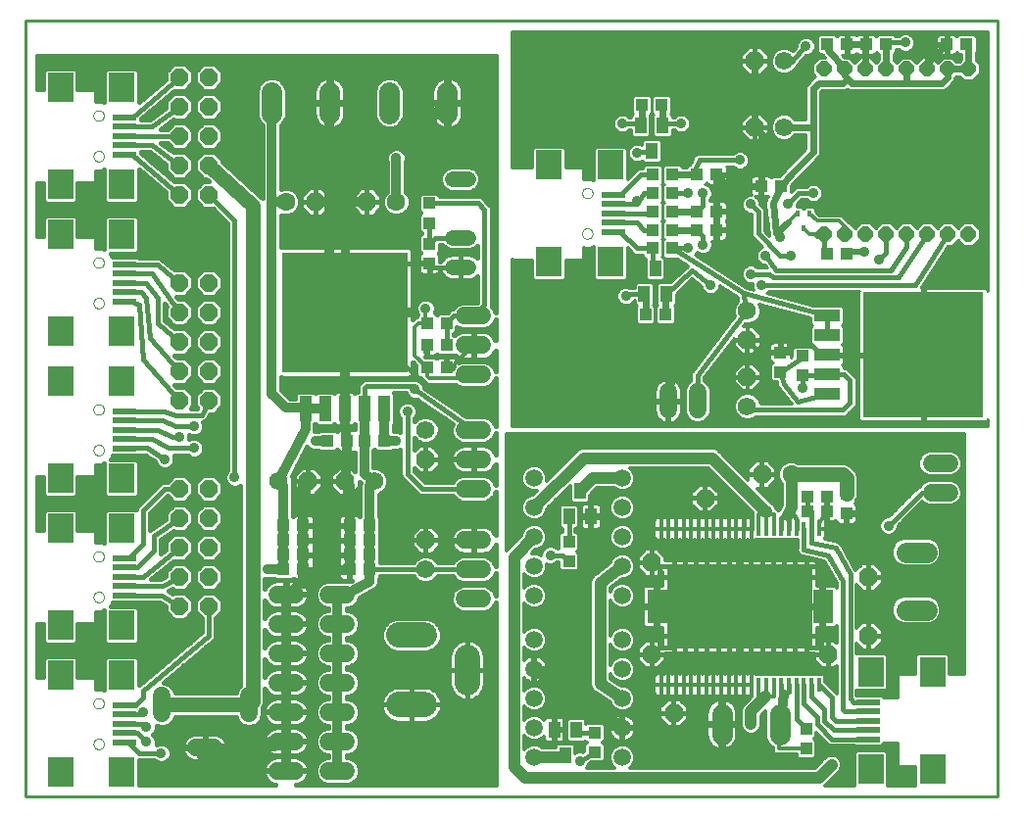
<source format=gtl>
G75*
G70*
%OFA0B0*%
%FSLAX24Y24*%
%IPPOS*%
%LPD*%
%AMOC8*
5,1,8,0,0,1.08239X$1,22.5*
%
%ADD10C,0.0100*%
%ADD11R,0.0866X0.0984*%
%ADD12C,0.0000*%
%ADD13R,0.0787X0.0197*%
%ADD14C,0.0860*%
%ADD15R,0.4252X0.4098*%
%ADD16R,0.0420X0.0850*%
%ADD17R,0.0394X0.0433*%
%ADD18OC8,0.0630*%
%ADD19OC8,0.0620*%
%ADD20C,0.0620*%
%ADD21C,0.0600*%
%ADD22C,0.0705*%
%ADD23R,0.0433X0.0394*%
%ADD24C,0.0594*%
%ADD25C,0.0530*%
%ADD26OC8,0.0600*%
%ADD27C,0.0630*%
%ADD28R,0.0157X0.0472*%
%ADD29R,0.4961X0.2874*%
%ADD30R,0.0669X0.1142*%
%ADD31C,0.0594*%
%ADD32R,0.0394X0.0551*%
%ADD33OC8,0.0515*%
%ADD34R,0.0140X0.0200*%
%ADD35R,0.4098X0.4252*%
%ADD36R,0.0850X0.0420*%
%ADD37C,0.0160*%
%ADD38C,0.0360*%
%ADD39C,0.0320*%
%ADD40C,0.0120*%
%ADD41C,0.0500*%
%ADD42C,0.0400*%
%ADD43C,0.0240*%
%ADD44C,0.0200*%
D10*
X000212Y004163D02*
X000212Y030540D01*
X033282Y030540D01*
X033282Y004163D01*
X000212Y004163D01*
X016747Y016761D02*
X016747Y022447D01*
X016768Y022426D01*
X017446Y022426D01*
X017446Y021792D01*
X017522Y021716D01*
X018496Y021716D01*
X018572Y021792D01*
X018572Y022426D01*
X019152Y022426D01*
X019181Y022455D01*
X019181Y022839D01*
X019214Y022826D01*
X019404Y022826D01*
X019533Y022879D01*
X019533Y021792D01*
X019609Y021716D01*
X020583Y021716D01*
X020659Y021792D01*
X020659Y022844D01*
X020786Y022717D01*
X020909Y022594D01*
X021210Y022594D01*
X021210Y022534D01*
X021286Y022458D01*
X021310Y022458D01*
X021294Y022442D01*
X021294Y021783D01*
X021370Y021707D01*
X021872Y021707D01*
X021948Y021783D01*
X021948Y022442D01*
X021872Y022518D01*
X021847Y022518D01*
X021863Y022534D01*
X021863Y023075D01*
X021821Y023117D01*
X021863Y023159D01*
X021863Y023700D01*
X021821Y023742D01*
X021863Y023784D01*
X021863Y024325D01*
X021821Y024367D01*
X021863Y024409D01*
X021863Y024950D01*
X021821Y024992D01*
X021863Y025034D01*
X021863Y025575D01*
X021787Y025651D01*
X021286Y025651D01*
X021210Y025575D01*
X021210Y025514D01*
X021034Y025514D01*
X020911Y025391D01*
X020659Y025139D01*
X020659Y026191D01*
X020583Y026267D01*
X019609Y026267D01*
X019533Y026191D01*
X019533Y025104D01*
X019404Y025158D01*
X019214Y025158D01*
X019181Y025144D01*
X019181Y025528D01*
X019152Y025557D01*
X018572Y025557D01*
X018572Y026191D01*
X018496Y026267D01*
X017522Y026267D01*
X017446Y026191D01*
X017446Y025557D01*
X016768Y025557D01*
X016747Y025536D01*
X016747Y030190D01*
X032932Y030190D01*
X032932Y021367D01*
X032915Y021397D01*
X032887Y021425D01*
X032853Y021445D01*
X032815Y021455D01*
X030796Y021455D01*
X030796Y019229D01*
X030696Y019229D01*
X030696Y019129D01*
X030796Y019129D01*
X030796Y016903D01*
X032815Y016903D01*
X032853Y016914D01*
X032887Y016933D01*
X032915Y016961D01*
X032932Y016991D01*
X032932Y016761D01*
X016747Y016761D01*
X016747Y016776D02*
X032932Y016776D01*
X032932Y016875D02*
X022144Y016875D01*
X022164Y016878D02*
X022231Y016900D01*
X022294Y016932D01*
X022352Y016974D01*
X022402Y017024D01*
X022443Y017081D01*
X022476Y017144D01*
X022497Y017211D01*
X022509Y017281D01*
X022509Y017567D01*
X022109Y017567D01*
X022109Y017667D01*
X022509Y017667D01*
X022509Y017952D01*
X022497Y018022D01*
X022476Y018089D01*
X022443Y018153D01*
X022402Y018210D01*
X022352Y018260D01*
X022294Y018302D01*
X022231Y018334D01*
X022164Y018356D01*
X022109Y018364D01*
X022109Y017667D01*
X022009Y017667D01*
X022009Y018364D01*
X021953Y018356D01*
X021886Y018334D01*
X021823Y018302D01*
X021765Y018260D01*
X021715Y018210D01*
X021674Y018153D01*
X021642Y018089D01*
X021620Y018022D01*
X021609Y017952D01*
X021609Y017667D01*
X022008Y017667D01*
X022008Y017567D01*
X021609Y017567D01*
X021609Y017281D01*
X021620Y017211D01*
X021642Y017144D01*
X021674Y017081D01*
X021715Y017024D01*
X021765Y016974D01*
X021823Y016932D01*
X021886Y016900D01*
X021953Y016878D01*
X022009Y016869D01*
X022009Y017567D01*
X022109Y017567D01*
X022109Y016869D01*
X022164Y016878D01*
X022109Y016875D02*
X022009Y016875D01*
X021974Y016875D02*
X016747Y016875D01*
X016747Y016973D02*
X021766Y016973D01*
X021680Y017072D02*
X016747Y017072D01*
X016747Y017170D02*
X021633Y017170D01*
X021611Y017269D02*
X016747Y017269D01*
X016747Y017367D02*
X021609Y017367D01*
X021609Y017466D02*
X016747Y017466D01*
X016747Y017564D02*
X021609Y017564D01*
X021609Y017761D02*
X016747Y017761D01*
X016747Y017663D02*
X022008Y017663D01*
X022009Y017761D02*
X022109Y017761D01*
X022109Y017663D02*
X022629Y017663D01*
X022629Y017761D02*
X022509Y017761D01*
X022509Y017860D02*
X022629Y017860D01*
X022629Y017959D02*
X022508Y017959D01*
X022486Y018057D02*
X022651Y018057D01*
X022629Y018002D02*
X022629Y017231D01*
X022694Y017073D01*
X022815Y016952D01*
X022973Y016887D01*
X023144Y016887D01*
X023302Y016952D01*
X023423Y017073D01*
X023489Y017231D01*
X023489Y018002D01*
X023423Y018160D01*
X023302Y018281D01*
X023269Y018295D01*
X023269Y018420D01*
X024286Y019739D01*
X024286Y019709D01*
X024716Y019709D01*
X024716Y019649D01*
X024776Y019649D01*
X024776Y019219D01*
X024937Y019219D01*
X025206Y019489D01*
X025206Y019649D01*
X024776Y019649D01*
X024776Y019709D01*
X025206Y019709D01*
X025206Y019870D01*
X024937Y020139D01*
X024776Y020139D01*
X024776Y019709D01*
X024716Y019709D01*
X024716Y020139D01*
X024595Y020139D01*
X024672Y020239D01*
X024834Y020239D01*
X024995Y020306D01*
X025119Y020430D01*
X025186Y020592D01*
X025186Y020767D01*
X025123Y020920D01*
X026911Y020448D01*
X026911Y020255D01*
X026982Y020184D01*
X026911Y020113D01*
X026911Y019585D01*
X026973Y019523D01*
X026949Y019509D01*
X026921Y019481D01*
X026905Y019453D01*
X026891Y019466D01*
X026351Y019466D01*
X026275Y019390D01*
X026275Y019116D01*
X026238Y019091D01*
X026238Y019215D01*
X025920Y019215D01*
X025920Y019312D01*
X026238Y019312D01*
X026238Y019480D01*
X026227Y019519D01*
X026208Y019553D01*
X026180Y019581D01*
X026146Y019600D01*
X026107Y019611D01*
X025920Y019611D01*
X025920Y019313D01*
X025823Y019313D01*
X025823Y019611D01*
X025635Y019611D01*
X025597Y019600D01*
X025562Y019581D01*
X025535Y019553D01*
X025515Y019519D01*
X025505Y019480D01*
X025505Y019312D01*
X025822Y019312D01*
X025822Y019215D01*
X025505Y019215D01*
X025505Y019047D01*
X025515Y019009D01*
X025535Y018975D01*
X025562Y018947D01*
X025597Y018927D01*
X025619Y018921D01*
X025601Y018921D01*
X025525Y018845D01*
X024980Y018845D01*
X024937Y018889D02*
X024776Y018889D01*
X024776Y018459D01*
X025206Y018459D01*
X025206Y018620D01*
X024937Y018889D01*
X024776Y018845D02*
X024716Y018845D01*
X024716Y018889D02*
X024556Y018889D01*
X024286Y018620D01*
X024286Y018459D01*
X024716Y018459D01*
X024716Y018399D01*
X024776Y018399D01*
X024776Y017969D01*
X024937Y017969D01*
X025206Y018239D01*
X025206Y018399D01*
X024776Y018399D01*
X024776Y018459D01*
X024716Y018459D01*
X024716Y018889D01*
X024716Y018747D02*
X024776Y018747D01*
X024776Y018648D02*
X024716Y018648D01*
X024716Y018550D02*
X024776Y018550D01*
X024776Y018451D02*
X025525Y018451D01*
X025525Y018353D02*
X025206Y018353D01*
X025206Y018254D02*
X025754Y018254D01*
X025750Y018268D02*
X025782Y018161D01*
X025777Y018118D01*
X025807Y018081D01*
X025820Y018035D01*
X025858Y018015D01*
X026253Y017514D01*
X025186Y017514D01*
X025186Y017517D01*
X025119Y017678D01*
X024995Y017802D01*
X024834Y017869D01*
X024659Y017869D01*
X024497Y017802D01*
X024373Y017678D01*
X024306Y017517D01*
X024306Y017342D01*
X024373Y017180D01*
X024497Y017056D01*
X024659Y016989D01*
X024834Y016989D01*
X024995Y017056D01*
X025033Y017094D01*
X028083Y017094D01*
X028206Y017217D01*
X028456Y017467D01*
X028456Y017641D01*
X028456Y018391D01*
X028333Y018514D01*
X028128Y018719D01*
X028021Y018719D01*
X028021Y018773D01*
X027959Y018835D01*
X027983Y018849D01*
X028011Y018877D01*
X028031Y018911D01*
X028041Y018949D01*
X028041Y019129D01*
X027516Y019129D01*
X027516Y019229D01*
X028041Y019229D01*
X028041Y019409D01*
X028031Y019447D01*
X028011Y019481D01*
X027983Y019509D01*
X027959Y019523D01*
X028021Y019585D01*
X028021Y020113D01*
X027950Y020184D01*
X028021Y020255D01*
X028021Y020783D01*
X027945Y020859D01*
X027000Y020859D01*
X025398Y021282D01*
X025422Y021291D01*
X025474Y021344D01*
X028552Y021344D01*
X028547Y021325D01*
X028547Y019229D01*
X030696Y019229D01*
X030696Y021455D01*
X030668Y021455D01*
X030680Y021467D01*
X030680Y021493D01*
X031574Y022894D01*
X031732Y022894D01*
X031922Y023084D01*
X032112Y022894D01*
X032433Y022894D01*
X032660Y023121D01*
X032660Y023442D01*
X032433Y023669D01*
X032112Y023669D01*
X031922Y023479D01*
X031732Y023669D01*
X031411Y023669D01*
X031221Y023479D01*
X031032Y023669D01*
X030711Y023669D01*
X030521Y023479D01*
X030331Y023669D01*
X030010Y023669D01*
X029820Y023479D01*
X029630Y023669D01*
X029309Y023669D01*
X029119Y023479D01*
X028929Y023669D01*
X028608Y023669D01*
X028418Y023479D01*
X028228Y023669D01*
X028213Y023669D01*
X028061Y023820D01*
X027950Y023932D01*
X027200Y023932D01*
X027071Y024060D01*
X027071Y024146D01*
X026995Y024222D01*
X026747Y024222D01*
X026674Y024149D01*
X026601Y024222D01*
X026422Y024222D01*
X026431Y024243D01*
X026431Y024317D01*
X026583Y024469D01*
X026768Y024469D01*
X026820Y024416D01*
X026934Y024369D01*
X027058Y024369D01*
X027172Y024416D01*
X027259Y024504D01*
X027306Y024618D01*
X027306Y024741D01*
X027259Y024855D01*
X027172Y024942D01*
X027058Y024989D01*
X026934Y024989D01*
X026820Y024942D01*
X026768Y024889D01*
X026583Y024889D01*
X026409Y024889D01*
X026240Y024720D01*
X026240Y024949D01*
X026451Y025196D01*
X027138Y025883D01*
X027208Y025953D01*
X027246Y026045D01*
X027246Y026879D01*
X027246Y026979D01*
X027246Y028138D01*
X027287Y028179D01*
X027946Y028179D01*
X028046Y028179D01*
X028138Y028217D01*
X028152Y028232D01*
X028167Y028217D01*
X028259Y028179D01*
X030121Y028179D01*
X031421Y028179D01*
X031513Y028217D01*
X031583Y028288D01*
X031700Y028405D01*
X031770Y028475D01*
X031809Y028567D01*
X031809Y028600D01*
X031870Y028661D01*
X031975Y028661D01*
X032112Y028524D01*
X032433Y028524D01*
X032660Y028751D01*
X032660Y029071D01*
X032523Y029209D01*
X032523Y029461D01*
X032552Y029491D01*
X032552Y029992D01*
X032476Y030069D01*
X031935Y030069D01*
X031882Y030015D01*
X031873Y030031D01*
X031845Y030059D01*
X031811Y030078D01*
X031773Y030089D01*
X031585Y030089D01*
X031585Y029790D01*
X031488Y029790D01*
X031488Y029693D01*
X031585Y029693D01*
X031585Y029395D01*
X031773Y029395D01*
X031811Y029405D01*
X031845Y029425D01*
X031873Y029453D01*
X031882Y029468D01*
X031935Y029415D01*
X032023Y029415D01*
X032023Y029209D01*
X031975Y029161D01*
X031870Y029161D01*
X031732Y029298D01*
X031411Y029298D01*
X031236Y029123D01*
X031040Y029318D01*
X030900Y029318D01*
X030900Y028940D01*
X030842Y028940D01*
X030842Y029318D01*
X030702Y029318D01*
X030507Y029123D01*
X030331Y029298D01*
X030010Y029298D01*
X029820Y029109D01*
X029719Y029209D01*
X029719Y029415D01*
X029726Y029415D01*
X029802Y029491D01*
X029802Y029594D01*
X029893Y029594D01*
X029945Y029541D01*
X030059Y029494D01*
X030183Y029494D01*
X030297Y029541D01*
X030384Y029629D01*
X030431Y029743D01*
X030431Y029866D01*
X030384Y029980D01*
X030297Y030067D01*
X030183Y030114D01*
X030059Y030114D01*
X029945Y030067D01*
X029893Y030014D01*
X029780Y030014D01*
X029726Y030069D01*
X029185Y030069D01*
X029132Y030015D01*
X029123Y030031D01*
X029095Y030059D01*
X029061Y030078D01*
X029023Y030089D01*
X028835Y030089D01*
X028835Y029790D01*
X028738Y029790D01*
X028738Y029693D01*
X028835Y029693D01*
X028835Y029395D01*
X029023Y029395D01*
X029061Y029405D01*
X029095Y029425D01*
X029123Y029453D01*
X029132Y029468D01*
X029185Y029415D01*
X029220Y029415D01*
X029220Y029209D01*
X029133Y029123D01*
X028937Y029318D01*
X028797Y029318D01*
X028797Y028940D01*
X028740Y028940D01*
X028740Y029318D01*
X028600Y029318D01*
X028404Y029123D01*
X028228Y029298D01*
X028058Y029298D01*
X027972Y029395D01*
X028095Y029395D01*
X028095Y029693D01*
X028192Y029693D01*
X028192Y029790D01*
X028510Y029790D01*
X028738Y029790D01*
X028738Y030089D01*
X028550Y030089D01*
X028512Y030078D01*
X028478Y030059D01*
X028465Y030046D01*
X028452Y030059D01*
X028418Y030078D01*
X028379Y030089D01*
X028192Y030089D01*
X028192Y029790D01*
X028095Y029790D01*
X028095Y030089D01*
X027907Y030089D01*
X027869Y030078D01*
X027835Y030059D01*
X027807Y030031D01*
X027798Y030015D01*
X027744Y030069D01*
X027204Y030069D01*
X027127Y029992D01*
X027127Y029491D01*
X027204Y029415D01*
X027285Y029415D01*
X027291Y029408D01*
X027302Y029389D01*
X027324Y029372D01*
X027389Y029298D01*
X027207Y029298D01*
X026980Y029071D01*
X026980Y028751D01*
X027075Y028655D01*
X027042Y028641D01*
X026972Y028571D01*
X026855Y028454D01*
X026854Y028454D01*
X026784Y028383D01*
X026746Y028291D01*
X026746Y027179D01*
X026368Y027179D01*
X026245Y027302D01*
X026084Y027369D01*
X025909Y027369D01*
X025747Y027302D01*
X025623Y027178D01*
X025556Y027017D01*
X025556Y026842D01*
X025623Y026680D01*
X025747Y026556D01*
X025909Y026489D01*
X026084Y026489D01*
X026245Y026556D01*
X026368Y026679D01*
X026746Y026679D01*
X026746Y026198D01*
X026119Y025571D01*
X026110Y025566D01*
X026083Y025535D01*
X026055Y025507D01*
X026052Y025498D01*
X025844Y025256D01*
X025623Y025256D01*
X025569Y025203D01*
X025560Y025218D01*
X025533Y025246D01*
X025498Y025266D01*
X025460Y025276D01*
X025272Y025276D01*
X025272Y024978D01*
X025175Y024978D01*
X025175Y024881D01*
X024857Y024881D01*
X024857Y024713D01*
X024868Y024674D01*
X024887Y024640D01*
X024913Y024614D01*
X024809Y024614D01*
X024695Y024567D01*
X024608Y024480D01*
X024561Y024366D01*
X024561Y024243D01*
X024608Y024129D01*
X024695Y024041D01*
X024809Y023994D01*
X024884Y023994D01*
X024911Y023967D01*
X024911Y023217D01*
X025034Y023094D01*
X025277Y022851D01*
X025195Y022817D01*
X025108Y022730D01*
X025061Y022616D01*
X025061Y022493D01*
X025108Y022379D01*
X025195Y022291D01*
X025309Y022244D01*
X025341Y022244D01*
X025420Y022139D01*
X025099Y022139D01*
X025047Y022192D01*
X024933Y022239D01*
X024809Y022239D01*
X024695Y022192D01*
X024608Y022105D01*
X024561Y021991D01*
X024561Y021868D01*
X024608Y021754D01*
X024695Y021666D01*
X024809Y021619D01*
X024933Y021619D01*
X024939Y021622D01*
X024936Y021616D01*
X024936Y021493D01*
X024978Y021392D01*
X024719Y021460D01*
X024688Y021486D01*
X024673Y021485D01*
X022956Y022576D01*
X023009Y022629D01*
X023038Y022699D01*
X023070Y022666D01*
X023184Y022619D01*
X023308Y022619D01*
X023422Y022666D01*
X023509Y022754D01*
X023556Y022868D01*
X023556Y022991D01*
X023526Y023063D01*
X023657Y023063D01*
X023657Y023381D01*
X023754Y023381D01*
X023754Y023478D01*
X023657Y023478D01*
X023657Y023796D01*
X023657Y024006D01*
X023754Y024006D01*
X023754Y024103D01*
X023657Y024103D01*
X023657Y024421D01*
X023489Y024421D01*
X023456Y024412D01*
X023456Y024451D01*
X023509Y024504D01*
X023556Y024618D01*
X023556Y024741D01*
X023509Y024855D01*
X023422Y024942D01*
X023315Y024986D01*
X023363Y025034D01*
X023363Y025052D01*
X023369Y025030D01*
X023389Y024996D01*
X023417Y024968D01*
X023451Y024948D01*
X023489Y024938D01*
X023657Y024938D01*
X023657Y025256D01*
X023754Y025256D01*
X023754Y025353D01*
X024053Y025353D01*
X024053Y025541D01*
X024042Y025579D01*
X024033Y025594D01*
X024268Y025594D01*
X024320Y025541D01*
X024434Y025494D01*
X024558Y025494D01*
X024672Y025541D01*
X024759Y025629D01*
X024806Y025743D01*
X024806Y025866D01*
X024759Y025980D01*
X024672Y026067D01*
X024558Y026114D01*
X024434Y026114D01*
X024320Y026067D01*
X024268Y026014D01*
X023171Y026014D01*
X023137Y026031D01*
X023087Y026014D01*
X023034Y026014D01*
X023008Y025988D01*
X022972Y025976D01*
X022949Y025929D01*
X022911Y025891D01*
X022911Y025854D01*
X022824Y025679D01*
X022796Y025651D01*
X022786Y025651D01*
X022710Y025575D01*
X022710Y025554D01*
X022533Y025554D01*
X022533Y025575D01*
X022456Y025651D01*
X021955Y025651D01*
X021879Y025575D01*
X021879Y025034D01*
X021921Y024992D01*
X021879Y024950D01*
X021879Y024409D01*
X021921Y024367D01*
X021879Y024325D01*
X021879Y023784D01*
X021921Y023742D01*
X021879Y023700D01*
X021879Y023159D01*
X021921Y023117D01*
X021879Y023075D01*
X021879Y022534D01*
X021955Y022458D01*
X022359Y022458D01*
X022734Y022219D01*
X022717Y022198D01*
X022125Y021652D01*
X021744Y021652D01*
X021668Y021576D01*
X021668Y020917D01*
X021695Y020890D01*
X021629Y020825D01*
X021629Y020284D01*
X021705Y020208D01*
X022206Y020208D01*
X022283Y020284D01*
X022283Y020825D01*
X022256Y020851D01*
X022322Y020917D01*
X022322Y021262D01*
X022881Y021778D01*
X023186Y021533D01*
X023186Y021493D01*
X023233Y021379D01*
X023320Y021291D01*
X023434Y021244D01*
X023558Y021244D01*
X023672Y021291D01*
X023759Y021379D01*
X023806Y021493D01*
X023806Y021538D01*
X024422Y021147D01*
X024436Y020991D01*
X024373Y020928D01*
X024306Y020767D01*
X024306Y020592D01*
X024344Y020501D01*
X022901Y018631D01*
X022849Y018579D01*
X022849Y018563D01*
X022839Y018551D01*
X022849Y018478D01*
X022849Y018295D01*
X022815Y018281D01*
X022694Y018160D01*
X022629Y018002D01*
X022692Y018156D02*
X022441Y018156D01*
X022357Y018254D02*
X022788Y018254D01*
X022849Y018353D02*
X022173Y018353D01*
X022109Y018353D02*
X022009Y018353D01*
X021944Y018353D02*
X016747Y018353D01*
X016747Y018451D02*
X022849Y018451D01*
X022839Y018550D02*
X016747Y018550D01*
X016747Y018648D02*
X022914Y018648D01*
X022990Y018747D02*
X016747Y018747D01*
X016747Y018845D02*
X023066Y018845D01*
X023142Y018944D02*
X016747Y018944D01*
X016747Y019043D02*
X023218Y019043D01*
X023294Y019141D02*
X016747Y019141D01*
X016747Y019240D02*
X023370Y019240D01*
X023446Y019338D02*
X016747Y019338D01*
X016747Y019437D02*
X023522Y019437D01*
X023598Y019535D02*
X016747Y019535D01*
X016747Y019634D02*
X023674Y019634D01*
X023750Y019732D02*
X016747Y019732D01*
X016747Y019831D02*
X023826Y019831D01*
X023903Y019929D02*
X016747Y019929D01*
X016747Y020028D02*
X023979Y020028D01*
X024055Y020127D02*
X016747Y020127D01*
X016747Y020225D02*
X021018Y020225D01*
X021036Y020208D02*
X021537Y020208D01*
X021613Y020284D01*
X021613Y020825D01*
X021547Y020890D01*
X021574Y020917D01*
X021574Y021576D01*
X021498Y021652D01*
X020996Y021652D01*
X020920Y021576D01*
X020920Y021456D01*
X020763Y021456D01*
X020753Y021460D01*
X020751Y021462D01*
X020749Y021462D01*
X020683Y021489D01*
X020559Y021489D01*
X020445Y021442D01*
X020358Y021355D01*
X020311Y021241D01*
X020311Y021118D01*
X020358Y021004D01*
X020445Y020916D01*
X020559Y020869D01*
X020683Y020869D01*
X020797Y020916D01*
X020884Y021004D01*
X020897Y021036D01*
X020920Y021036D01*
X020920Y020917D01*
X020986Y020851D01*
X020960Y020825D01*
X020960Y020284D01*
X021036Y020208D01*
X020960Y020324D02*
X016747Y020324D01*
X016747Y020422D02*
X020960Y020422D01*
X020960Y020521D02*
X016747Y020521D01*
X016747Y020619D02*
X020960Y020619D01*
X020960Y020718D02*
X016747Y020718D01*
X016747Y020816D02*
X020960Y020816D01*
X020922Y020915D02*
X020793Y020915D01*
X020888Y021013D02*
X020920Y021013D01*
X020449Y020915D02*
X016747Y020915D01*
X016747Y021013D02*
X020354Y021013D01*
X020313Y021112D02*
X016747Y021112D01*
X016747Y021211D02*
X020311Y021211D01*
X020339Y021309D02*
X016747Y021309D01*
X016747Y021408D02*
X020411Y021408D01*
X020659Y021802D02*
X021294Y021802D01*
X021294Y021900D02*
X020659Y021900D01*
X020659Y021999D02*
X021294Y021999D01*
X021294Y022097D02*
X020659Y022097D01*
X020659Y022196D02*
X021294Y022196D01*
X021294Y022294D02*
X020659Y022294D01*
X020659Y022393D02*
X021294Y022393D01*
X021252Y022492D02*
X020659Y022492D01*
X020659Y022590D02*
X021210Y022590D01*
X020815Y022689D02*
X020659Y022689D01*
X020659Y022787D02*
X020716Y022787D01*
X019533Y022787D02*
X019181Y022787D01*
X019181Y022689D02*
X019533Y022689D01*
X019533Y022590D02*
X019181Y022590D01*
X019181Y022492D02*
X019533Y022492D01*
X019533Y022393D02*
X018572Y022393D01*
X018572Y022294D02*
X019533Y022294D01*
X019533Y022196D02*
X018572Y022196D01*
X018572Y022097D02*
X019533Y022097D01*
X019533Y021999D02*
X018572Y021999D01*
X018572Y021900D02*
X019533Y021900D01*
X019533Y021802D02*
X018572Y021802D01*
X017446Y021802D02*
X016747Y021802D01*
X016747Y021900D02*
X017446Y021900D01*
X017446Y021999D02*
X016747Y021999D01*
X016747Y022097D02*
X017446Y022097D01*
X017446Y022196D02*
X016747Y022196D01*
X016747Y022294D02*
X017446Y022294D01*
X017446Y022393D02*
X016747Y022393D01*
X016747Y021703D02*
X022181Y021703D01*
X022288Y021802D02*
X021948Y021802D01*
X021948Y021900D02*
X022395Y021900D01*
X022501Y021999D02*
X021948Y021999D01*
X021948Y022097D02*
X022608Y022097D01*
X022715Y022196D02*
X021948Y022196D01*
X021948Y022294D02*
X022616Y022294D01*
X022461Y022393D02*
X021948Y022393D01*
X021921Y022492D02*
X021898Y022492D01*
X021879Y022590D02*
X021863Y022590D01*
X021863Y022689D02*
X021879Y022689D01*
X021879Y022787D02*
X021863Y022787D01*
X021863Y022886D02*
X021879Y022886D01*
X021879Y022984D02*
X021863Y022984D01*
X021855Y023083D02*
X021887Y023083D01*
X021879Y023181D02*
X021863Y023181D01*
X021863Y023280D02*
X021879Y023280D01*
X021879Y023378D02*
X021863Y023378D01*
X021863Y023477D02*
X021879Y023477D01*
X021879Y023576D02*
X021863Y023576D01*
X021863Y023674D02*
X021879Y023674D01*
X021890Y023773D02*
X021852Y023773D01*
X021863Y023871D02*
X021879Y023871D01*
X021879Y023970D02*
X021863Y023970D01*
X021863Y024068D02*
X021879Y024068D01*
X021879Y024167D02*
X021863Y024167D01*
X021863Y024265D02*
X021879Y024265D01*
X021918Y024364D02*
X021824Y024364D01*
X021863Y024462D02*
X021879Y024462D01*
X021879Y024561D02*
X021863Y024561D01*
X021863Y024660D02*
X021879Y024660D01*
X021879Y024758D02*
X021863Y024758D01*
X021863Y024857D02*
X021879Y024857D01*
X021884Y024955D02*
X021858Y024955D01*
X021863Y025054D02*
X021879Y025054D01*
X021879Y025152D02*
X021863Y025152D01*
X021863Y025251D02*
X021879Y025251D01*
X021879Y025349D02*
X021863Y025349D01*
X021863Y025448D02*
X021879Y025448D01*
X021879Y025546D02*
X021863Y025546D01*
X021793Y025645D02*
X021949Y025645D01*
X021823Y025792D02*
X021823Y026451D01*
X021747Y026527D01*
X021245Y026527D01*
X021169Y026451D01*
X021169Y026318D01*
X021058Y026364D01*
X020934Y026364D01*
X020820Y026317D01*
X020733Y026230D01*
X020686Y026116D01*
X020686Y025993D01*
X020733Y025879D01*
X020820Y025791D01*
X020934Y025744D01*
X021058Y025744D01*
X021170Y025791D01*
X021245Y025716D01*
X021747Y025716D01*
X021823Y025792D01*
X021823Y025842D02*
X022905Y025842D01*
X022856Y025744D02*
X021775Y025744D01*
X021823Y025941D02*
X022954Y025941D01*
X022780Y025645D02*
X022462Y025645D01*
X021823Y026039D02*
X024293Y026039D01*
X024700Y026039D02*
X026587Y026039D01*
X026489Y025941D02*
X024775Y025941D01*
X024806Y025842D02*
X026390Y025842D01*
X026292Y025744D02*
X024806Y025744D01*
X024766Y025645D02*
X026193Y025645D01*
X026093Y025546D02*
X024677Y025546D01*
X024316Y025546D02*
X024051Y025546D01*
X024053Y025448D02*
X026009Y025448D01*
X025924Y025349D02*
X023754Y025349D01*
X023754Y025256D02*
X024053Y025256D01*
X024053Y025068D01*
X024042Y025030D01*
X024023Y024996D01*
X023995Y024968D01*
X023960Y024948D01*
X023922Y024938D01*
X023754Y024938D01*
X023754Y025256D01*
X023754Y025251D02*
X023657Y025251D01*
X023657Y025152D02*
X023754Y025152D01*
X023754Y025054D02*
X023657Y025054D01*
X023657Y024955D02*
X023754Y024955D01*
X023973Y024955D02*
X025175Y024955D01*
X025175Y024978D02*
X024857Y024978D01*
X024857Y025146D01*
X024868Y025184D01*
X024887Y025218D01*
X024915Y025246D01*
X024949Y025266D01*
X024988Y025276D01*
X025175Y025276D01*
X025175Y024978D01*
X025175Y025054D02*
X025272Y025054D01*
X025272Y025152D02*
X025175Y025152D01*
X025175Y025251D02*
X025272Y025251D01*
X025524Y025251D02*
X025618Y025251D01*
X025272Y024880D02*
X025272Y024582D01*
X025456Y024582D01*
X025407Y024476D01*
X025394Y024460D01*
X025386Y024431D01*
X025373Y024405D01*
X025373Y024384D01*
X025367Y024364D01*
X025370Y024335D01*
X025369Y024306D01*
X025376Y024286D01*
X025496Y023289D01*
X025496Y023254D01*
X025502Y023240D01*
X025504Y023225D01*
X025512Y023210D01*
X025331Y023391D01*
X025331Y023967D01*
X025331Y024141D01*
X025181Y024291D01*
X025181Y024366D01*
X025134Y024480D01*
X025047Y024567D01*
X025010Y024582D01*
X025175Y024582D01*
X025175Y024880D01*
X025272Y024880D01*
X025272Y024857D02*
X025175Y024857D01*
X025175Y024758D02*
X025272Y024758D01*
X025272Y024660D02*
X025175Y024660D01*
X025053Y024561D02*
X025446Y024561D01*
X025396Y024462D02*
X025141Y024462D01*
X025181Y024364D02*
X025367Y024364D01*
X025379Y024265D02*
X025207Y024265D01*
X025305Y024167D02*
X025391Y024167D01*
X025402Y024068D02*
X025331Y024068D01*
X025331Y023970D02*
X025414Y023970D01*
X025426Y023871D02*
X025331Y023871D01*
X025331Y023773D02*
X025438Y023773D01*
X025450Y023674D02*
X025331Y023674D01*
X025331Y023576D02*
X025462Y023576D01*
X025474Y023477D02*
X025331Y023477D01*
X025344Y023378D02*
X025485Y023378D01*
X025496Y023280D02*
X025442Y023280D01*
X025144Y022984D02*
X023556Y022984D01*
X023556Y022886D02*
X025243Y022886D01*
X025166Y022787D02*
X023523Y022787D01*
X023444Y022689D02*
X025091Y022689D01*
X025061Y022590D02*
X022970Y022590D01*
X023034Y022689D02*
X023048Y022689D01*
X023089Y022492D02*
X025061Y022492D01*
X025102Y022393D02*
X023244Y022393D01*
X023399Y022294D02*
X025192Y022294D01*
X025037Y022196D02*
X025377Y022196D01*
X024936Y021605D02*
X024485Y021605D01*
X024640Y021506D02*
X024936Y021506D01*
X024920Y021408D02*
X024971Y021408D01*
X024659Y021703D02*
X024330Y021703D01*
X024175Y021802D02*
X024588Y021802D01*
X024561Y021900D02*
X024020Y021900D01*
X023865Y021999D02*
X024564Y021999D01*
X024605Y022097D02*
X023709Y022097D01*
X023554Y022196D02*
X024705Y022196D01*
X024167Y021309D02*
X023689Y021309D01*
X023771Y021408D02*
X024012Y021408D01*
X023857Y021506D02*
X023806Y021506D01*
X024322Y021211D02*
X022322Y021211D01*
X022322Y021112D02*
X024425Y021112D01*
X024434Y021013D02*
X022322Y021013D01*
X022320Y020915D02*
X024367Y020915D01*
X024327Y020816D02*
X022283Y020816D01*
X022283Y020718D02*
X024306Y020718D01*
X024306Y020619D02*
X022283Y020619D01*
X022283Y020521D02*
X024335Y020521D01*
X024283Y020422D02*
X022283Y020422D01*
X022283Y020324D02*
X024207Y020324D01*
X024131Y020225D02*
X022224Y020225D01*
X021688Y020225D02*
X021554Y020225D01*
X021613Y020324D02*
X021629Y020324D01*
X021629Y020422D02*
X021613Y020422D01*
X021613Y020521D02*
X021629Y020521D01*
X021629Y020619D02*
X021613Y020619D01*
X021613Y020718D02*
X021629Y020718D01*
X021629Y020816D02*
X021613Y020816D01*
X021572Y020915D02*
X021670Y020915D01*
X021668Y021013D02*
X021574Y021013D01*
X021574Y021112D02*
X021668Y021112D01*
X021668Y021211D02*
X021574Y021211D01*
X021574Y021309D02*
X021668Y021309D01*
X021668Y021408D02*
X021574Y021408D01*
X021574Y021506D02*
X021668Y021506D01*
X021697Y021605D02*
X021545Y021605D01*
X020949Y021605D02*
X016747Y021605D01*
X016747Y021506D02*
X020920Y021506D01*
X022373Y021309D02*
X023303Y021309D01*
X023221Y021408D02*
X022480Y021408D01*
X022587Y021506D02*
X023186Y021506D01*
X023097Y021605D02*
X022693Y021605D01*
X022800Y021703D02*
X022974Y021703D01*
X023657Y023083D02*
X023754Y023083D01*
X023754Y023063D02*
X023922Y023063D01*
X023960Y023073D01*
X023995Y023093D01*
X024023Y023121D01*
X024042Y023155D01*
X024053Y023193D01*
X024053Y023381D01*
X023754Y023381D01*
X023754Y023063D01*
X023754Y023181D02*
X023657Y023181D01*
X023657Y023280D02*
X023754Y023280D01*
X023754Y023378D02*
X023657Y023378D01*
X023754Y023477D02*
X024911Y023477D01*
X024911Y023576D02*
X024053Y023576D01*
X024053Y023666D02*
X024042Y023704D01*
X024023Y023738D01*
X024019Y023742D01*
X024023Y023746D01*
X024042Y023780D01*
X024053Y023818D01*
X024053Y024006D01*
X023754Y024006D01*
X023754Y023796D01*
X023754Y023478D01*
X024053Y023478D01*
X024053Y023666D01*
X024050Y023674D02*
X024911Y023674D01*
X024911Y023773D02*
X024038Y023773D01*
X024053Y023871D02*
X024911Y023871D01*
X024909Y023970D02*
X024053Y023970D01*
X024053Y024103D02*
X024053Y024291D01*
X024042Y024329D01*
X024023Y024363D01*
X023995Y024391D01*
X023960Y024411D01*
X023922Y024421D01*
X023754Y024421D01*
X023754Y024103D01*
X024053Y024103D01*
X024053Y024167D02*
X024592Y024167D01*
X024561Y024265D02*
X024053Y024265D01*
X024022Y024364D02*
X024561Y024364D01*
X024601Y024462D02*
X023468Y024462D01*
X023533Y024561D02*
X024689Y024561D01*
X024876Y024660D02*
X023556Y024660D01*
X023549Y024758D02*
X024857Y024758D01*
X024857Y024857D02*
X023507Y024857D01*
X023438Y024955D02*
X023390Y024955D01*
X023657Y024364D02*
X023754Y024364D01*
X023754Y024265D02*
X023657Y024265D01*
X023657Y024167D02*
X023754Y024167D01*
X023754Y024068D02*
X024669Y024068D01*
X023754Y023970D02*
X023657Y023970D01*
X023657Y023871D02*
X023754Y023871D01*
X023754Y023773D02*
X023657Y023773D01*
X023657Y023674D02*
X023754Y023674D01*
X023754Y023576D02*
X023657Y023576D01*
X024053Y023378D02*
X024911Y023378D01*
X024911Y023280D02*
X024053Y023280D01*
X024049Y023181D02*
X024947Y023181D01*
X025034Y023094D02*
X025034Y023094D01*
X025046Y023083D02*
X023978Y023083D01*
X025439Y021309D02*
X028547Y021309D01*
X028547Y021211D02*
X025668Y021211D01*
X026041Y021112D02*
X028547Y021112D01*
X028547Y021013D02*
X026415Y021013D01*
X025889Y020718D02*
X025186Y020718D01*
X025186Y020619D02*
X026263Y020619D01*
X026637Y020521D02*
X025157Y020521D01*
X025111Y020422D02*
X026911Y020422D01*
X026911Y020324D02*
X025013Y020324D01*
X024949Y020127D02*
X026925Y020127D01*
X026941Y020225D02*
X024661Y020225D01*
X024716Y020127D02*
X024776Y020127D01*
X024776Y020028D02*
X024716Y020028D01*
X024716Y019929D02*
X024776Y019929D01*
X024776Y019831D02*
X024716Y019831D01*
X024716Y019732D02*
X024776Y019732D01*
X024776Y019634D02*
X024716Y019634D01*
X024716Y019649D02*
X024716Y019219D01*
X024556Y019219D01*
X024286Y019489D01*
X024286Y019649D01*
X024716Y019649D01*
X024716Y019535D02*
X024776Y019535D01*
X024776Y019437D02*
X024716Y019437D01*
X024716Y019338D02*
X024776Y019338D01*
X024776Y019240D02*
X024716Y019240D01*
X024535Y019240D02*
X023901Y019240D01*
X023977Y019338D02*
X024437Y019338D01*
X024338Y019437D02*
X024053Y019437D01*
X024129Y019535D02*
X024286Y019535D01*
X024286Y019634D02*
X024205Y019634D01*
X024281Y019732D02*
X024286Y019732D01*
X023825Y019141D02*
X025505Y019141D01*
X025506Y019043D02*
X023749Y019043D01*
X023673Y018944D02*
X025568Y018944D01*
X025525Y018845D02*
X025525Y018344D01*
X025601Y018268D01*
X025750Y018268D01*
X025782Y018156D02*
X025123Y018156D01*
X025024Y018057D02*
X025814Y018057D01*
X025903Y017959D02*
X023489Y017959D01*
X023489Y017860D02*
X024636Y017860D01*
X024716Y017969D02*
X024716Y018399D01*
X024286Y018399D01*
X024286Y018239D01*
X024556Y017969D01*
X024716Y017969D01*
X024716Y018057D02*
X024776Y018057D01*
X024776Y018156D02*
X024716Y018156D01*
X024716Y018254D02*
X024776Y018254D01*
X024776Y018353D02*
X024716Y018353D01*
X024716Y018451D02*
X023293Y018451D01*
X023269Y018353D02*
X024286Y018353D01*
X024286Y018254D02*
X023329Y018254D01*
X023425Y018156D02*
X024369Y018156D01*
X024468Y018057D02*
X023466Y018057D01*
X023489Y017761D02*
X024456Y017761D01*
X024367Y017663D02*
X023489Y017663D01*
X023489Y017564D02*
X024326Y017564D01*
X024306Y017466D02*
X023489Y017466D01*
X023489Y017367D02*
X024306Y017367D01*
X024336Y017269D02*
X023489Y017269D01*
X023463Y017170D02*
X024383Y017170D01*
X024481Y017072D02*
X023422Y017072D01*
X023323Y016973D02*
X028570Y016973D01*
X028577Y016961D02*
X028557Y016995D01*
X028547Y017034D01*
X028547Y019129D01*
X030696Y019129D01*
X030696Y016903D01*
X028677Y016903D01*
X028639Y016914D01*
X028605Y016933D01*
X028577Y016961D01*
X028547Y017072D02*
X025011Y017072D01*
X025166Y017564D02*
X026213Y017564D01*
X026136Y017663D02*
X025126Y017663D01*
X025036Y017761D02*
X026058Y017761D01*
X025980Y017860D02*
X024856Y017860D01*
X025206Y018550D02*
X025525Y018550D01*
X025525Y018648D02*
X025177Y018648D01*
X025079Y018747D02*
X025525Y018747D01*
X025822Y019240D02*
X024957Y019240D01*
X025056Y019338D02*
X025505Y019338D01*
X025505Y019437D02*
X025154Y019437D01*
X025206Y019535D02*
X025524Y019535D01*
X025823Y019535D02*
X025920Y019535D01*
X025920Y019437D02*
X025823Y019437D01*
X025823Y019338D02*
X025920Y019338D01*
X025920Y019240D02*
X026275Y019240D01*
X026275Y019338D02*
X026238Y019338D01*
X026238Y019437D02*
X026322Y019437D01*
X026218Y019535D02*
X026961Y019535D01*
X026911Y019634D02*
X025206Y019634D01*
X025206Y019732D02*
X026911Y019732D01*
X026911Y019831D02*
X025206Y019831D01*
X025146Y019929D02*
X026911Y019929D01*
X026911Y020028D02*
X025048Y020028D01*
X025166Y020816D02*
X025515Y020816D01*
X025142Y020915D02*
X025125Y020915D01*
X026789Y020915D02*
X028547Y020915D01*
X028547Y020816D02*
X027988Y020816D01*
X028021Y020718D02*
X028547Y020718D01*
X028547Y020619D02*
X028021Y020619D01*
X028021Y020521D02*
X028547Y020521D01*
X028547Y020422D02*
X028021Y020422D01*
X028021Y020324D02*
X028547Y020324D01*
X028547Y020225D02*
X027991Y020225D01*
X028008Y020127D02*
X028547Y020127D01*
X028547Y020028D02*
X028021Y020028D01*
X028021Y019929D02*
X028547Y019929D01*
X028547Y019831D02*
X028021Y019831D01*
X028021Y019732D02*
X028547Y019732D01*
X028547Y019634D02*
X028021Y019634D01*
X027971Y019535D02*
X028547Y019535D01*
X028547Y019437D02*
X028034Y019437D01*
X028041Y019338D02*
X028547Y019338D01*
X028547Y019240D02*
X028041Y019240D01*
X028041Y019043D02*
X028547Y019043D01*
X028547Y018944D02*
X028040Y018944D01*
X027977Y018845D02*
X028547Y018845D01*
X028547Y018747D02*
X028021Y018747D01*
X028199Y018648D02*
X028547Y018648D01*
X028547Y018550D02*
X028297Y018550D01*
X028396Y018451D02*
X028547Y018451D01*
X028547Y018353D02*
X028456Y018353D01*
X028456Y018254D02*
X028547Y018254D01*
X028547Y018156D02*
X028456Y018156D01*
X028456Y018057D02*
X028547Y018057D01*
X028547Y017959D02*
X028456Y017959D01*
X028456Y017860D02*
X028547Y017860D01*
X028547Y017761D02*
X028456Y017761D01*
X028456Y017663D02*
X028547Y017663D01*
X028547Y017564D02*
X028456Y017564D01*
X028455Y017466D02*
X028547Y017466D01*
X028547Y017367D02*
X028356Y017367D01*
X028258Y017269D02*
X028547Y017269D01*
X028547Y017170D02*
X028159Y017170D01*
X027516Y019141D02*
X030696Y019141D01*
X030696Y019043D02*
X030796Y019043D01*
X030796Y018944D02*
X030696Y018944D01*
X030696Y018845D02*
X030796Y018845D01*
X030746Y018804D02*
X031871Y017679D01*
X031996Y017679D01*
X032922Y016973D02*
X032932Y016973D01*
X030796Y016973D02*
X030696Y016973D01*
X030696Y017072D02*
X030796Y017072D01*
X030796Y017170D02*
X030696Y017170D01*
X030696Y017269D02*
X030796Y017269D01*
X030796Y017367D02*
X030696Y017367D01*
X030696Y017466D02*
X030796Y017466D01*
X030796Y017564D02*
X030696Y017564D01*
X030696Y017663D02*
X030796Y017663D01*
X030796Y017761D02*
X030696Y017761D01*
X030696Y017860D02*
X030796Y017860D01*
X030796Y017959D02*
X030696Y017959D01*
X030696Y018057D02*
X030796Y018057D01*
X030796Y018156D02*
X030696Y018156D01*
X030696Y018254D02*
X030796Y018254D01*
X030796Y018353D02*
X030696Y018353D01*
X030696Y018451D02*
X030796Y018451D01*
X030796Y018550D02*
X030696Y018550D01*
X030696Y018648D02*
X030796Y018648D01*
X030796Y018747D02*
X030696Y018747D01*
X030696Y019240D02*
X030796Y019240D01*
X030796Y019338D02*
X030696Y019338D01*
X030696Y019437D02*
X030796Y019437D01*
X030796Y019535D02*
X030696Y019535D01*
X030696Y019634D02*
X030796Y019634D01*
X030796Y019732D02*
X030696Y019732D01*
X030696Y019831D02*
X030796Y019831D01*
X030796Y019929D02*
X030696Y019929D01*
X030696Y020028D02*
X030796Y020028D01*
X030796Y020127D02*
X030696Y020127D01*
X030696Y020225D02*
X030796Y020225D01*
X030796Y020324D02*
X030696Y020324D01*
X030696Y020422D02*
X030796Y020422D01*
X030796Y020521D02*
X030696Y020521D01*
X030696Y020619D02*
X030796Y020619D01*
X030796Y020718D02*
X030696Y020718D01*
X030696Y020816D02*
X030796Y020816D01*
X030796Y020915D02*
X030696Y020915D01*
X030696Y021013D02*
X030796Y021013D01*
X030796Y021112D02*
X030696Y021112D01*
X030696Y021211D02*
X030796Y021211D01*
X030796Y021309D02*
X030696Y021309D01*
X030696Y021408D02*
X030796Y021408D01*
X030688Y021506D02*
X032932Y021506D01*
X032932Y021408D02*
X032905Y021408D01*
X032932Y021605D02*
X030751Y021605D01*
X030814Y021703D02*
X032932Y021703D01*
X032932Y021802D02*
X030877Y021802D01*
X030940Y021900D02*
X032932Y021900D01*
X032932Y021999D02*
X031003Y021999D01*
X031066Y022097D02*
X032932Y022097D01*
X032932Y022196D02*
X031129Y022196D01*
X031191Y022294D02*
X032932Y022294D01*
X032932Y022393D02*
X031254Y022393D01*
X031317Y022492D02*
X032932Y022492D01*
X032932Y022590D02*
X031380Y022590D01*
X031443Y022689D02*
X032932Y022689D01*
X032932Y022787D02*
X031506Y022787D01*
X031569Y022886D02*
X032932Y022886D01*
X032932Y022984D02*
X032524Y022984D01*
X032622Y023083D02*
X032932Y023083D01*
X032932Y023181D02*
X032660Y023181D01*
X032660Y023280D02*
X032932Y023280D01*
X032932Y023378D02*
X032660Y023378D01*
X032625Y023477D02*
X032932Y023477D01*
X032932Y023576D02*
X032526Y023576D01*
X032932Y023674D02*
X028207Y023674D01*
X028109Y023773D02*
X032932Y023773D01*
X032932Y023871D02*
X028010Y023871D01*
X028321Y023576D02*
X028515Y023576D01*
X029022Y023576D02*
X029216Y023576D01*
X029723Y023576D02*
X029917Y023576D01*
X030424Y023576D02*
X030618Y023576D01*
X031125Y023576D02*
X031318Y023576D01*
X031825Y023576D02*
X032019Y023576D01*
X031922Y023083D02*
X031923Y023083D01*
X032021Y022984D02*
X031823Y022984D01*
X032932Y023970D02*
X027162Y023970D01*
X027071Y024068D02*
X032932Y024068D01*
X032932Y024167D02*
X027050Y024167D01*
X027218Y024462D02*
X032932Y024462D01*
X032932Y024364D02*
X026478Y024364D01*
X026431Y024265D02*
X032932Y024265D01*
X032932Y024561D02*
X027283Y024561D01*
X027306Y024660D02*
X032932Y024660D01*
X032932Y024758D02*
X027299Y024758D01*
X027257Y024857D02*
X032932Y024857D01*
X032932Y024955D02*
X027140Y024955D01*
X026852Y024955D02*
X026245Y024955D01*
X026240Y024857D02*
X026377Y024857D01*
X026278Y024758D02*
X026240Y024758D01*
X026329Y025054D02*
X032932Y025054D01*
X032932Y025152D02*
X026414Y025152D01*
X026506Y025251D02*
X032932Y025251D01*
X032932Y025349D02*
X026604Y025349D01*
X026703Y025448D02*
X032932Y025448D01*
X032932Y025546D02*
X026801Y025546D01*
X026900Y025645D02*
X032932Y025645D01*
X032932Y025744D02*
X026999Y025744D01*
X027097Y025842D02*
X032932Y025842D01*
X032932Y025941D02*
X027196Y025941D01*
X027244Y026039D02*
X032932Y026039D01*
X032932Y026138D02*
X027246Y026138D01*
X027246Y026236D02*
X032932Y026236D01*
X032932Y026335D02*
X027246Y026335D01*
X027246Y026433D02*
X032932Y026433D01*
X032932Y026532D02*
X027246Y026532D01*
X027246Y026630D02*
X032932Y026630D01*
X032932Y026729D02*
X027246Y026729D01*
X027246Y026827D02*
X032932Y026827D01*
X032932Y026926D02*
X027246Y026926D01*
X027246Y027025D02*
X032932Y027025D01*
X032932Y027123D02*
X027246Y027123D01*
X027246Y027222D02*
X032932Y027222D01*
X032932Y027320D02*
X027246Y027320D01*
X027246Y027419D02*
X032932Y027419D01*
X032932Y027517D02*
X027246Y027517D01*
X027246Y027616D02*
X032932Y027616D01*
X032932Y027714D02*
X027246Y027714D01*
X027246Y027813D02*
X032932Y027813D01*
X032932Y027911D02*
X027246Y027911D01*
X027246Y028010D02*
X032932Y028010D01*
X032932Y028109D02*
X027246Y028109D01*
X026904Y028503D02*
X016747Y028503D01*
X016747Y028601D02*
X027002Y028601D01*
X027030Y028700D02*
X016747Y028700D01*
X016747Y028798D02*
X024726Y028798D01*
X024806Y028719D02*
X024536Y028989D01*
X024536Y029149D01*
X024966Y029149D01*
X025026Y029149D01*
X025026Y028719D01*
X025187Y028719D01*
X025456Y028989D01*
X025456Y029149D01*
X025026Y029149D01*
X025026Y029209D01*
X025456Y029209D01*
X025456Y029370D01*
X025187Y029639D01*
X025026Y029639D01*
X025026Y029209D01*
X024966Y029209D01*
X024966Y029149D01*
X024966Y028719D01*
X024806Y028719D01*
X024966Y028798D02*
X025026Y028798D01*
X025026Y028897D02*
X024966Y028897D01*
X024966Y028995D02*
X025026Y028995D01*
X025026Y029094D02*
X024966Y029094D01*
X024966Y029193D02*
X016747Y029193D01*
X016747Y029291D02*
X024536Y029291D01*
X024536Y029370D02*
X024536Y029209D01*
X024966Y029209D01*
X024966Y029639D01*
X024806Y029639D01*
X024536Y029370D01*
X024556Y029390D02*
X016747Y029390D01*
X016747Y029488D02*
X024654Y029488D01*
X024753Y029587D02*
X016747Y029587D01*
X016747Y029685D02*
X026436Y029685D01*
X026436Y029666D02*
X026284Y029514D01*
X026245Y029552D01*
X026084Y029619D01*
X025909Y029619D01*
X025747Y029552D01*
X025623Y029428D01*
X025556Y029267D01*
X025556Y029092D01*
X025623Y028930D01*
X025747Y028806D01*
X025909Y028739D01*
X026084Y028739D01*
X026245Y028806D01*
X026369Y028930D01*
X026390Y028981D01*
X026409Y028988D01*
X026479Y029059D01*
X026517Y029151D01*
X026517Y029153D01*
X026733Y029369D01*
X026808Y029369D01*
X026922Y029416D01*
X027009Y029504D01*
X027056Y029618D01*
X027056Y029741D01*
X027009Y029855D01*
X026922Y029942D01*
X026808Y029989D01*
X026684Y029989D01*
X026570Y029942D01*
X026483Y029855D01*
X026436Y029741D01*
X026436Y029666D01*
X026357Y029587D02*
X026162Y029587D01*
X025830Y029587D02*
X025239Y029587D01*
X025338Y029488D02*
X025683Y029488D01*
X025607Y029390D02*
X025436Y029390D01*
X025456Y029291D02*
X025566Y029291D01*
X025556Y029193D02*
X025026Y029193D01*
X025026Y029291D02*
X024966Y029291D01*
X024966Y029390D02*
X025026Y029390D01*
X025026Y029488D02*
X024966Y029488D01*
X024966Y029587D02*
X025026Y029587D01*
X024536Y029094D02*
X016747Y029094D01*
X016747Y028995D02*
X024536Y028995D01*
X024628Y028897D02*
X016747Y028897D01*
X016747Y028404D02*
X026805Y028404D01*
X026752Y028306D02*
X016747Y028306D01*
X016747Y028207D02*
X026746Y028207D01*
X026746Y028109D02*
X016747Y028109D01*
X016747Y028010D02*
X020895Y028010D01*
X020911Y028026D02*
X020835Y027950D01*
X020835Y027409D01*
X020861Y027382D01*
X020795Y027317D01*
X020795Y027264D01*
X020724Y027264D01*
X020672Y027317D01*
X020558Y027364D01*
X020434Y027364D01*
X020320Y027317D01*
X020233Y027230D01*
X020186Y027116D01*
X020186Y026993D01*
X020233Y026879D01*
X020320Y026791D01*
X020434Y026744D01*
X020558Y026744D01*
X020672Y026791D01*
X020724Y026844D01*
X020795Y026844D01*
X020795Y026658D01*
X020871Y026582D01*
X021373Y026582D01*
X021449Y026658D01*
X021449Y027317D01*
X021422Y027343D01*
X021488Y027409D01*
X021488Y027950D01*
X021412Y028026D01*
X020911Y028026D01*
X020835Y027911D02*
X016747Y027911D01*
X016747Y027813D02*
X020835Y027813D01*
X020835Y027714D02*
X016747Y027714D01*
X016747Y027616D02*
X020835Y027616D01*
X020835Y027517D02*
X016747Y027517D01*
X016747Y027419D02*
X020835Y027419D01*
X020799Y027320D02*
X020664Y027320D01*
X020328Y027320D02*
X016747Y027320D01*
X016747Y027222D02*
X020230Y027222D01*
X020189Y027123D02*
X016747Y027123D01*
X016747Y027025D02*
X020186Y027025D01*
X020214Y026926D02*
X016747Y026926D01*
X016747Y026827D02*
X020284Y026827D01*
X020708Y026827D02*
X020795Y026827D01*
X020795Y026729D02*
X016747Y026729D01*
X016747Y026630D02*
X020823Y026630D01*
X020863Y026335D02*
X016747Y026335D01*
X016747Y026433D02*
X021169Y026433D01*
X021169Y026335D02*
X021129Y026335D01*
X020740Y026236D02*
X020614Y026236D01*
X020659Y026138D02*
X020695Y026138D01*
X020686Y026039D02*
X020659Y026039D01*
X020659Y025941D02*
X020708Y025941D01*
X020659Y025842D02*
X020770Y025842D01*
X020659Y025744D02*
X021217Y025744D01*
X021280Y025645D02*
X020659Y025645D01*
X020659Y025546D02*
X021210Y025546D01*
X020968Y025448D02*
X020659Y025448D01*
X020659Y025349D02*
X020869Y025349D01*
X020771Y025251D02*
X020659Y025251D01*
X020659Y025152D02*
X020672Y025152D01*
X019533Y025152D02*
X019417Y025152D01*
X019533Y025251D02*
X019181Y025251D01*
X019181Y025349D02*
X019533Y025349D01*
X019533Y025448D02*
X019181Y025448D01*
X019163Y025546D02*
X019533Y025546D01*
X019533Y025645D02*
X018572Y025645D01*
X018572Y025744D02*
X019533Y025744D01*
X019533Y025842D02*
X018572Y025842D01*
X018572Y025941D02*
X019533Y025941D01*
X019533Y026039D02*
X018572Y026039D01*
X018572Y026138D02*
X019533Y026138D01*
X019578Y026236D02*
X018527Y026236D01*
X017491Y026236D02*
X016747Y026236D01*
X016747Y026138D02*
X017446Y026138D01*
X017446Y026039D02*
X016747Y026039D01*
X016747Y025941D02*
X017446Y025941D01*
X017446Y025842D02*
X016747Y025842D01*
X016747Y025744D02*
X017446Y025744D01*
X017446Y025645D02*
X016747Y025645D01*
X016747Y025546D02*
X016757Y025546D01*
X016747Y026532D02*
X024743Y026532D01*
X024806Y026469D02*
X024536Y026739D01*
X024536Y026899D01*
X024966Y026899D01*
X025026Y026899D01*
X025026Y026469D01*
X025187Y026469D01*
X025456Y026739D01*
X025456Y026899D01*
X025026Y026899D01*
X025026Y026959D01*
X025456Y026959D01*
X025456Y027120D01*
X025187Y027389D01*
X025026Y027389D01*
X025026Y026959D01*
X024966Y026959D01*
X024966Y026899D01*
X024966Y026469D01*
X024806Y026469D01*
X024966Y026532D02*
X025026Y026532D01*
X025026Y026630D02*
X024966Y026630D01*
X024966Y026729D02*
X025026Y026729D01*
X025026Y026827D02*
X024966Y026827D01*
X024966Y026926D02*
X022778Y026926D01*
X022759Y026879D02*
X022806Y026993D01*
X022806Y027116D01*
X022759Y027230D01*
X022672Y027317D01*
X022558Y027364D01*
X022434Y027364D01*
X022320Y027317D01*
X022268Y027264D01*
X022197Y027264D01*
X022197Y027317D01*
X022131Y027382D01*
X022158Y027409D01*
X022158Y027950D01*
X022081Y028026D01*
X021580Y028026D01*
X021504Y027950D01*
X021504Y027409D01*
X021570Y027343D01*
X021543Y027317D01*
X021543Y026658D01*
X021619Y026582D01*
X022121Y026582D01*
X022197Y026658D01*
X022197Y026844D01*
X022268Y026844D01*
X022320Y026791D01*
X022434Y026744D01*
X022558Y026744D01*
X022672Y026791D01*
X022759Y026879D01*
X022708Y026827D02*
X024536Y026827D01*
X024546Y026729D02*
X022197Y026729D01*
X022197Y026827D02*
X022284Y026827D01*
X022169Y026630D02*
X024644Y026630D01*
X024536Y026959D02*
X024966Y026959D01*
X024966Y027389D01*
X024806Y027389D01*
X024536Y027120D01*
X024536Y026959D01*
X024536Y027025D02*
X022806Y027025D01*
X022803Y027123D02*
X024539Y027123D01*
X024638Y027222D02*
X022762Y027222D01*
X022664Y027320D02*
X024737Y027320D01*
X024966Y027320D02*
X025026Y027320D01*
X025026Y027222D02*
X024966Y027222D01*
X024966Y027123D02*
X025026Y027123D01*
X025026Y027025D02*
X024966Y027025D01*
X025026Y026926D02*
X025556Y026926D01*
X025559Y027025D02*
X025456Y027025D01*
X025453Y027123D02*
X025600Y027123D01*
X025666Y027222D02*
X025354Y027222D01*
X025256Y027320D02*
X025790Y027320D01*
X026202Y027320D02*
X026746Y027320D01*
X026746Y027222D02*
X026326Y027222D01*
X026746Y027419D02*
X022158Y027419D01*
X022158Y027517D02*
X026746Y027517D01*
X026746Y027616D02*
X022158Y027616D01*
X022158Y027714D02*
X026746Y027714D01*
X026746Y027813D02*
X022158Y027813D01*
X022158Y027911D02*
X026746Y027911D01*
X026746Y028010D02*
X022097Y028010D01*
X021564Y028010D02*
X021428Y028010D01*
X021488Y027911D02*
X021504Y027911D01*
X021504Y027813D02*
X021488Y027813D01*
X021488Y027714D02*
X021504Y027714D01*
X021504Y027616D02*
X021488Y027616D01*
X021488Y027517D02*
X021504Y027517D01*
X021504Y027419D02*
X021488Y027419D01*
X021445Y027320D02*
X021547Y027320D01*
X021543Y027222D02*
X021449Y027222D01*
X021449Y027123D02*
X021543Y027123D01*
X021543Y027025D02*
X021449Y027025D01*
X021449Y026926D02*
X021543Y026926D01*
X021543Y026827D02*
X021449Y026827D01*
X021449Y026729D02*
X021543Y026729D01*
X021571Y026630D02*
X021421Y026630D01*
X021823Y026433D02*
X026746Y026433D01*
X026746Y026335D02*
X021823Y026335D01*
X021823Y026236D02*
X026746Y026236D01*
X026686Y026138D02*
X021823Y026138D01*
X022193Y027320D02*
X022328Y027320D01*
X024053Y025251D02*
X024924Y025251D01*
X024859Y025152D02*
X024053Y025152D01*
X024049Y025054D02*
X024857Y025054D01*
X025249Y026532D02*
X025806Y026532D01*
X025673Y026630D02*
X025348Y026630D01*
X025446Y026729D02*
X025603Y026729D01*
X025562Y026827D02*
X025456Y026827D01*
X026186Y026532D02*
X026746Y026532D01*
X026746Y026630D02*
X026319Y026630D01*
X028113Y028207D02*
X028192Y028207D01*
X028740Y028995D02*
X028797Y028995D01*
X028797Y029094D02*
X028740Y029094D01*
X028740Y029193D02*
X028797Y029193D01*
X028797Y029291D02*
X028740Y029291D01*
X028738Y029395D02*
X028738Y029693D01*
X028420Y029693D01*
X028192Y029693D01*
X028192Y029395D01*
X028379Y029395D01*
X028418Y029405D01*
X028452Y029425D01*
X028465Y029438D01*
X028478Y029425D01*
X028512Y029405D01*
X028550Y029395D01*
X028738Y029395D01*
X028738Y029488D02*
X028835Y029488D01*
X028835Y029587D02*
X028738Y029587D01*
X028738Y029685D02*
X028835Y029685D01*
X028738Y029784D02*
X028192Y029784D01*
X028192Y029882D02*
X028095Y029882D01*
X028095Y029981D02*
X028192Y029981D01*
X028192Y030079D02*
X028095Y030079D01*
X027873Y030079D02*
X016747Y030079D01*
X016747Y029981D02*
X026664Y029981D01*
X026828Y029981D02*
X027127Y029981D01*
X027127Y029882D02*
X026981Y029882D01*
X027038Y029784D02*
X027127Y029784D01*
X027127Y029685D02*
X027056Y029685D01*
X027043Y029587D02*
X027127Y029587D01*
X027130Y029488D02*
X026993Y029488D01*
X026857Y029390D02*
X027302Y029390D01*
X027199Y029291D02*
X026655Y029291D01*
X026556Y029193D02*
X027101Y029193D01*
X027002Y029094D02*
X026494Y029094D01*
X026416Y028995D02*
X026980Y028995D01*
X026980Y028897D02*
X026336Y028897D01*
X026226Y028798D02*
X026980Y028798D01*
X026454Y029784D02*
X016747Y029784D01*
X016747Y029882D02*
X026511Y029882D01*
X025556Y029094D02*
X025456Y029094D01*
X025456Y028995D02*
X025596Y028995D01*
X025656Y028897D02*
X025364Y028897D01*
X025266Y028798D02*
X025766Y028798D01*
X027977Y029390D02*
X029220Y029390D01*
X029220Y029291D02*
X028965Y029291D01*
X029063Y029193D02*
X029203Y029193D01*
X029719Y029291D02*
X030002Y029291D01*
X029904Y029193D02*
X029736Y029193D01*
X029719Y029390D02*
X032023Y029390D01*
X032023Y029291D02*
X031740Y029291D01*
X031838Y029193D02*
X032006Y029193D01*
X031585Y029488D02*
X031488Y029488D01*
X031488Y029395D02*
X031488Y029693D01*
X031170Y029693D01*
X031170Y029525D01*
X031180Y029487D01*
X031200Y029453D01*
X031228Y029425D01*
X031262Y029405D01*
X031300Y029395D01*
X031488Y029395D01*
X031404Y029291D02*
X031067Y029291D01*
X031166Y029193D02*
X031305Y029193D01*
X031180Y029488D02*
X029799Y029488D01*
X029802Y029587D02*
X029900Y029587D01*
X030342Y029587D02*
X031170Y029587D01*
X031170Y029685D02*
X030407Y029685D01*
X030431Y029784D02*
X031488Y029784D01*
X031488Y029790D02*
X031170Y029790D01*
X031170Y029958D01*
X031180Y029996D01*
X031200Y030031D01*
X031228Y030059D01*
X031262Y030078D01*
X031300Y030089D01*
X031488Y030089D01*
X031488Y029790D01*
X031488Y029882D02*
X031585Y029882D01*
X031585Y029981D02*
X031488Y029981D01*
X031488Y030079D02*
X031585Y030079D01*
X031807Y030079D02*
X032932Y030079D01*
X032932Y029981D02*
X032552Y029981D01*
X032552Y029882D02*
X032932Y029882D01*
X032932Y029784D02*
X032552Y029784D01*
X032552Y029685D02*
X032932Y029685D01*
X032932Y029587D02*
X032552Y029587D01*
X032549Y029488D02*
X032932Y029488D01*
X032932Y029390D02*
X032523Y029390D01*
X032523Y029291D02*
X032932Y029291D01*
X032932Y029193D02*
X032539Y029193D01*
X032638Y029094D02*
X032932Y029094D01*
X032932Y028995D02*
X032660Y028995D01*
X032660Y028897D02*
X032932Y028897D01*
X032932Y028798D02*
X032660Y028798D01*
X032609Y028700D02*
X032932Y028700D01*
X032932Y028601D02*
X032511Y028601D01*
X032932Y028503D02*
X031782Y028503D01*
X031810Y028601D02*
X032034Y028601D01*
X031700Y028404D02*
X032932Y028404D01*
X032932Y028306D02*
X031601Y028306D01*
X031488Y028207D02*
X032932Y028207D01*
X031585Y029587D02*
X031488Y029587D01*
X031488Y029685D02*
X031585Y029685D01*
X031170Y029882D02*
X030424Y029882D01*
X030383Y029981D02*
X031176Y029981D01*
X031266Y030079D02*
X030267Y030079D01*
X029975Y030079D02*
X029057Y030079D01*
X028835Y030079D02*
X028738Y030079D01*
X028738Y029981D02*
X028835Y029981D01*
X028835Y029882D02*
X028738Y029882D01*
X028516Y030079D02*
X028414Y030079D01*
X028192Y029685D02*
X028095Y029685D01*
X028095Y029587D02*
X028192Y029587D01*
X028192Y029488D02*
X028095Y029488D01*
X028236Y029291D02*
X028573Y029291D01*
X028474Y029193D02*
X028334Y029193D01*
X030338Y029291D02*
X030675Y029291D01*
X030576Y029193D02*
X030437Y029193D01*
X030842Y029193D02*
X030900Y029193D01*
X030900Y029291D02*
X030842Y029291D01*
X030842Y029094D02*
X030900Y029094D01*
X030900Y028995D02*
X030842Y028995D01*
X032932Y030178D02*
X016747Y030178D01*
X019181Y025152D02*
X019200Y025152D01*
X023597Y018845D02*
X024512Y018845D01*
X024413Y018747D02*
X023521Y018747D01*
X023445Y018648D02*
X024315Y018648D01*
X024286Y018550D02*
X023369Y018550D01*
X022109Y018254D02*
X022009Y018254D01*
X022009Y018156D02*
X022109Y018156D01*
X022109Y018057D02*
X022009Y018057D01*
X022009Y017959D02*
X022109Y017959D01*
X022109Y017860D02*
X022009Y017860D01*
X022009Y017564D02*
X022109Y017564D01*
X022109Y017466D02*
X022009Y017466D01*
X022009Y017367D02*
X022109Y017367D01*
X022109Y017269D02*
X022009Y017269D01*
X022009Y017170D02*
X022109Y017170D01*
X022109Y017072D02*
X022009Y017072D01*
X022009Y016973D02*
X022109Y016973D01*
X022351Y016973D02*
X022794Y016973D01*
X022696Y017072D02*
X022437Y017072D01*
X022484Y017170D02*
X022654Y017170D01*
X022629Y017269D02*
X022507Y017269D01*
X022509Y017367D02*
X022629Y017367D01*
X022629Y017466D02*
X022509Y017466D01*
X022509Y017564D02*
X022629Y017564D01*
X021609Y017860D02*
X016747Y017860D01*
X016747Y017959D02*
X021610Y017959D01*
X021631Y018057D02*
X016747Y018057D01*
X016747Y018156D02*
X021676Y018156D01*
X021760Y018254D02*
X016747Y018254D01*
X026238Y019141D02*
X026275Y019141D01*
X029246Y020429D02*
X029246Y020679D01*
X029246Y020429D02*
X030349Y019327D01*
X030869Y019327D01*
X026692Y024167D02*
X026656Y024167D01*
X026576Y024462D02*
X026774Y024462D01*
D11*
X020096Y025645D03*
X018009Y025645D03*
X018009Y022338D03*
X020096Y022338D03*
X028966Y008381D03*
X031053Y008381D03*
X031053Y005074D03*
X028966Y005074D03*
X003475Y004974D03*
X001389Y004974D03*
X001389Y008281D03*
X001389Y009974D03*
X003475Y009974D03*
X003475Y008281D03*
X003475Y013281D03*
X003475Y014974D03*
X001389Y014974D03*
X001389Y013281D03*
X001389Y018281D03*
X001389Y019974D03*
X003475Y019974D03*
X003475Y018281D03*
X003475Y023281D03*
X003475Y024974D03*
X001389Y024974D03*
X001389Y023281D03*
X001389Y028281D03*
X003475Y028281D03*
D12*
X002511Y027316D02*
X002513Y027342D01*
X002519Y027368D01*
X002529Y027393D01*
X002542Y027416D01*
X002558Y027436D01*
X002578Y027454D01*
X002600Y027469D01*
X002623Y027481D01*
X002649Y027489D01*
X002675Y027493D01*
X002701Y027493D01*
X002727Y027489D01*
X002753Y027481D01*
X002777Y027469D01*
X002798Y027454D01*
X002818Y027436D01*
X002834Y027416D01*
X002847Y027393D01*
X002857Y027368D01*
X002863Y027342D01*
X002865Y027316D01*
X002863Y027290D01*
X002857Y027264D01*
X002847Y027239D01*
X002834Y027216D01*
X002818Y027196D01*
X002798Y027178D01*
X002776Y027163D01*
X002753Y027151D01*
X002727Y027143D01*
X002701Y027139D01*
X002675Y027139D01*
X002649Y027143D01*
X002623Y027151D01*
X002599Y027163D01*
X002578Y027178D01*
X002558Y027196D01*
X002542Y027216D01*
X002529Y027239D01*
X002519Y027264D01*
X002513Y027290D01*
X002511Y027316D01*
X002511Y025938D02*
X002513Y025964D01*
X002519Y025990D01*
X002529Y026015D01*
X002542Y026038D01*
X002558Y026058D01*
X002578Y026076D01*
X002600Y026091D01*
X002623Y026103D01*
X002649Y026111D01*
X002675Y026115D01*
X002701Y026115D01*
X002727Y026111D01*
X002753Y026103D01*
X002777Y026091D01*
X002798Y026076D01*
X002818Y026058D01*
X002834Y026038D01*
X002847Y026015D01*
X002857Y025990D01*
X002863Y025964D01*
X002865Y025938D01*
X002863Y025912D01*
X002857Y025886D01*
X002847Y025861D01*
X002834Y025838D01*
X002818Y025818D01*
X002798Y025800D01*
X002776Y025785D01*
X002753Y025773D01*
X002727Y025765D01*
X002701Y025761D01*
X002675Y025761D01*
X002649Y025765D01*
X002623Y025773D01*
X002599Y025785D01*
X002578Y025800D01*
X002558Y025818D01*
X002542Y025838D01*
X002529Y025861D01*
X002519Y025886D01*
X002513Y025912D01*
X002511Y025938D01*
X002511Y022316D02*
X002513Y022342D01*
X002519Y022368D01*
X002529Y022393D01*
X002542Y022416D01*
X002558Y022436D01*
X002578Y022454D01*
X002600Y022469D01*
X002623Y022481D01*
X002649Y022489D01*
X002675Y022493D01*
X002701Y022493D01*
X002727Y022489D01*
X002753Y022481D01*
X002777Y022469D01*
X002798Y022454D01*
X002818Y022436D01*
X002834Y022416D01*
X002847Y022393D01*
X002857Y022368D01*
X002863Y022342D01*
X002865Y022316D01*
X002863Y022290D01*
X002857Y022264D01*
X002847Y022239D01*
X002834Y022216D01*
X002818Y022196D01*
X002798Y022178D01*
X002776Y022163D01*
X002753Y022151D01*
X002727Y022143D01*
X002701Y022139D01*
X002675Y022139D01*
X002649Y022143D01*
X002623Y022151D01*
X002599Y022163D01*
X002578Y022178D01*
X002558Y022196D01*
X002542Y022216D01*
X002529Y022239D01*
X002519Y022264D01*
X002513Y022290D01*
X002511Y022316D01*
X002511Y020938D02*
X002513Y020964D01*
X002519Y020990D01*
X002529Y021015D01*
X002542Y021038D01*
X002558Y021058D01*
X002578Y021076D01*
X002600Y021091D01*
X002623Y021103D01*
X002649Y021111D01*
X002675Y021115D01*
X002701Y021115D01*
X002727Y021111D01*
X002753Y021103D01*
X002777Y021091D01*
X002798Y021076D01*
X002818Y021058D01*
X002834Y021038D01*
X002847Y021015D01*
X002857Y020990D01*
X002863Y020964D01*
X002865Y020938D01*
X002863Y020912D01*
X002857Y020886D01*
X002847Y020861D01*
X002834Y020838D01*
X002818Y020818D01*
X002798Y020800D01*
X002776Y020785D01*
X002753Y020773D01*
X002727Y020765D01*
X002701Y020761D01*
X002675Y020761D01*
X002649Y020765D01*
X002623Y020773D01*
X002599Y020785D01*
X002578Y020800D01*
X002558Y020818D01*
X002542Y020838D01*
X002529Y020861D01*
X002519Y020886D01*
X002513Y020912D01*
X002511Y020938D01*
X002511Y017316D02*
X002513Y017342D01*
X002519Y017368D01*
X002529Y017393D01*
X002542Y017416D01*
X002558Y017436D01*
X002578Y017454D01*
X002600Y017469D01*
X002623Y017481D01*
X002649Y017489D01*
X002675Y017493D01*
X002701Y017493D01*
X002727Y017489D01*
X002753Y017481D01*
X002777Y017469D01*
X002798Y017454D01*
X002818Y017436D01*
X002834Y017416D01*
X002847Y017393D01*
X002857Y017368D01*
X002863Y017342D01*
X002865Y017316D01*
X002863Y017290D01*
X002857Y017264D01*
X002847Y017239D01*
X002834Y017216D01*
X002818Y017196D01*
X002798Y017178D01*
X002776Y017163D01*
X002753Y017151D01*
X002727Y017143D01*
X002701Y017139D01*
X002675Y017139D01*
X002649Y017143D01*
X002623Y017151D01*
X002599Y017163D01*
X002578Y017178D01*
X002558Y017196D01*
X002542Y017216D01*
X002529Y017239D01*
X002519Y017264D01*
X002513Y017290D01*
X002511Y017316D01*
X002511Y015938D02*
X002513Y015964D01*
X002519Y015990D01*
X002529Y016015D01*
X002542Y016038D01*
X002558Y016058D01*
X002578Y016076D01*
X002600Y016091D01*
X002623Y016103D01*
X002649Y016111D01*
X002675Y016115D01*
X002701Y016115D01*
X002727Y016111D01*
X002753Y016103D01*
X002777Y016091D01*
X002798Y016076D01*
X002818Y016058D01*
X002834Y016038D01*
X002847Y016015D01*
X002857Y015990D01*
X002863Y015964D01*
X002865Y015938D01*
X002863Y015912D01*
X002857Y015886D01*
X002847Y015861D01*
X002834Y015838D01*
X002818Y015818D01*
X002798Y015800D01*
X002776Y015785D01*
X002753Y015773D01*
X002727Y015765D01*
X002701Y015761D01*
X002675Y015761D01*
X002649Y015765D01*
X002623Y015773D01*
X002599Y015785D01*
X002578Y015800D01*
X002558Y015818D01*
X002542Y015838D01*
X002529Y015861D01*
X002519Y015886D01*
X002513Y015912D01*
X002511Y015938D01*
X002511Y012316D02*
X002513Y012342D01*
X002519Y012368D01*
X002529Y012393D01*
X002542Y012416D01*
X002558Y012436D01*
X002578Y012454D01*
X002600Y012469D01*
X002623Y012481D01*
X002649Y012489D01*
X002675Y012493D01*
X002701Y012493D01*
X002727Y012489D01*
X002753Y012481D01*
X002777Y012469D01*
X002798Y012454D01*
X002818Y012436D01*
X002834Y012416D01*
X002847Y012393D01*
X002857Y012368D01*
X002863Y012342D01*
X002865Y012316D01*
X002863Y012290D01*
X002857Y012264D01*
X002847Y012239D01*
X002834Y012216D01*
X002818Y012196D01*
X002798Y012178D01*
X002776Y012163D01*
X002753Y012151D01*
X002727Y012143D01*
X002701Y012139D01*
X002675Y012139D01*
X002649Y012143D01*
X002623Y012151D01*
X002599Y012163D01*
X002578Y012178D01*
X002558Y012196D01*
X002542Y012216D01*
X002529Y012239D01*
X002519Y012264D01*
X002513Y012290D01*
X002511Y012316D01*
X002511Y010938D02*
X002513Y010964D01*
X002519Y010990D01*
X002529Y011015D01*
X002542Y011038D01*
X002558Y011058D01*
X002578Y011076D01*
X002600Y011091D01*
X002623Y011103D01*
X002649Y011111D01*
X002675Y011115D01*
X002701Y011115D01*
X002727Y011111D01*
X002753Y011103D01*
X002777Y011091D01*
X002798Y011076D01*
X002818Y011058D01*
X002834Y011038D01*
X002847Y011015D01*
X002857Y010990D01*
X002863Y010964D01*
X002865Y010938D01*
X002863Y010912D01*
X002857Y010886D01*
X002847Y010861D01*
X002834Y010838D01*
X002818Y010818D01*
X002798Y010800D01*
X002776Y010785D01*
X002753Y010773D01*
X002727Y010765D01*
X002701Y010761D01*
X002675Y010761D01*
X002649Y010765D01*
X002623Y010773D01*
X002599Y010785D01*
X002578Y010800D01*
X002558Y010818D01*
X002542Y010838D01*
X002529Y010861D01*
X002519Y010886D01*
X002513Y010912D01*
X002511Y010938D01*
X002511Y007316D02*
X002513Y007342D01*
X002519Y007368D01*
X002529Y007393D01*
X002542Y007416D01*
X002558Y007436D01*
X002578Y007454D01*
X002600Y007469D01*
X002623Y007481D01*
X002649Y007489D01*
X002675Y007493D01*
X002701Y007493D01*
X002727Y007489D01*
X002753Y007481D01*
X002777Y007469D01*
X002798Y007454D01*
X002818Y007436D01*
X002834Y007416D01*
X002847Y007393D01*
X002857Y007368D01*
X002863Y007342D01*
X002865Y007316D01*
X002863Y007290D01*
X002857Y007264D01*
X002847Y007239D01*
X002834Y007216D01*
X002818Y007196D01*
X002798Y007178D01*
X002776Y007163D01*
X002753Y007151D01*
X002727Y007143D01*
X002701Y007139D01*
X002675Y007139D01*
X002649Y007143D01*
X002623Y007151D01*
X002599Y007163D01*
X002578Y007178D01*
X002558Y007196D01*
X002542Y007216D01*
X002529Y007239D01*
X002519Y007264D01*
X002513Y007290D01*
X002511Y007316D01*
X002511Y005938D02*
X002513Y005964D01*
X002519Y005990D01*
X002529Y006015D01*
X002542Y006038D01*
X002558Y006058D01*
X002578Y006076D01*
X002600Y006091D01*
X002623Y006103D01*
X002649Y006111D01*
X002675Y006115D01*
X002701Y006115D01*
X002727Y006111D01*
X002753Y006103D01*
X002777Y006091D01*
X002798Y006076D01*
X002818Y006058D01*
X002834Y006038D01*
X002847Y006015D01*
X002857Y005990D01*
X002863Y005964D01*
X002865Y005938D01*
X002863Y005912D01*
X002857Y005886D01*
X002847Y005861D01*
X002834Y005838D01*
X002818Y005818D01*
X002798Y005800D01*
X002776Y005785D01*
X002753Y005773D01*
X002727Y005765D01*
X002701Y005761D01*
X002675Y005761D01*
X002649Y005765D01*
X002623Y005773D01*
X002599Y005785D01*
X002578Y005800D01*
X002558Y005818D01*
X002542Y005838D01*
X002529Y005861D01*
X002519Y005886D01*
X002513Y005912D01*
X002511Y005938D01*
X019132Y023303D02*
X019134Y023329D01*
X019140Y023355D01*
X019150Y023380D01*
X019163Y023403D01*
X019179Y023423D01*
X019199Y023441D01*
X019221Y023456D01*
X019244Y023468D01*
X019270Y023476D01*
X019296Y023480D01*
X019322Y023480D01*
X019348Y023476D01*
X019374Y023468D01*
X019398Y023456D01*
X019419Y023441D01*
X019439Y023423D01*
X019455Y023403D01*
X019468Y023380D01*
X019478Y023355D01*
X019484Y023329D01*
X019486Y023303D01*
X019484Y023277D01*
X019478Y023251D01*
X019468Y023226D01*
X019455Y023203D01*
X019439Y023183D01*
X019419Y023165D01*
X019397Y023150D01*
X019374Y023138D01*
X019348Y023130D01*
X019322Y023126D01*
X019296Y023126D01*
X019270Y023130D01*
X019244Y023138D01*
X019220Y023150D01*
X019199Y023165D01*
X019179Y023183D01*
X019163Y023203D01*
X019150Y023226D01*
X019140Y023251D01*
X019134Y023277D01*
X019132Y023303D01*
X019132Y024681D02*
X019134Y024707D01*
X019140Y024733D01*
X019150Y024758D01*
X019163Y024781D01*
X019179Y024801D01*
X019199Y024819D01*
X019221Y024834D01*
X019244Y024846D01*
X019270Y024854D01*
X019296Y024858D01*
X019322Y024858D01*
X019348Y024854D01*
X019374Y024846D01*
X019398Y024834D01*
X019419Y024819D01*
X019439Y024801D01*
X019455Y024781D01*
X019468Y024758D01*
X019478Y024733D01*
X019484Y024707D01*
X019486Y024681D01*
X019484Y024655D01*
X019478Y024629D01*
X019468Y024604D01*
X019455Y024581D01*
X019439Y024561D01*
X019419Y024543D01*
X019397Y024528D01*
X019374Y024516D01*
X019348Y024508D01*
X019322Y024504D01*
X019296Y024504D01*
X019270Y024508D01*
X019244Y024516D01*
X019220Y024528D01*
X019199Y024543D01*
X019179Y024561D01*
X019163Y024581D01*
X019150Y024604D01*
X019140Y024629D01*
X019134Y024655D01*
X019132Y024681D01*
D13*
X020194Y024622D03*
X020194Y024307D03*
X020194Y023992D03*
X020194Y023677D03*
X020194Y023362D03*
X003574Y022257D03*
X003574Y021942D03*
X003574Y021627D03*
X003574Y021312D03*
X003574Y020997D03*
X003574Y017257D03*
X003574Y016942D03*
X003574Y016627D03*
X003574Y016312D03*
X003574Y015997D03*
X003574Y012257D03*
X003574Y011942D03*
X003574Y011627D03*
X003574Y011312D03*
X003574Y010997D03*
X003574Y007257D03*
X003574Y006942D03*
X003574Y006627D03*
X003574Y006312D03*
X003574Y005997D03*
X003574Y025997D03*
X003574Y026312D03*
X003574Y026627D03*
X003574Y026942D03*
X003574Y027257D03*
X028868Y007357D03*
X028868Y007042D03*
X028868Y006727D03*
X028868Y006413D03*
X028868Y006098D03*
D14*
X015221Y008028D02*
X015221Y008888D01*
X013761Y009639D02*
X012901Y009639D01*
X012901Y007277D02*
X013761Y007277D01*
D15*
X011063Y020627D03*
D16*
X011063Y017347D03*
X010393Y017347D03*
X009723Y017347D03*
X011733Y017347D03*
X012403Y017347D03*
D17*
X012398Y016252D03*
X011728Y016252D03*
X011148Y016252D03*
X010478Y016252D03*
X013853Y020252D03*
X014523Y020252D03*
X013938Y022292D03*
X013938Y022962D03*
X021286Y020554D03*
X021956Y020554D03*
X022206Y022804D03*
X022206Y023429D03*
X022206Y024054D03*
X022206Y024679D03*
X021536Y024679D03*
X021536Y024054D03*
X021536Y023429D03*
X021536Y022804D03*
X023036Y023429D03*
X023036Y024054D03*
X023706Y024054D03*
X023706Y023429D03*
X023706Y025304D03*
X023036Y025304D03*
X022206Y025304D03*
X021536Y025304D03*
X021831Y027679D03*
X021161Y027679D03*
X026794Y014352D03*
X027463Y014352D03*
X028128Y014437D03*
X028128Y013768D03*
X026753Y006437D03*
X026753Y005768D03*
D18*
X027503Y008977D03*
X028878Y009602D03*
X028878Y011602D03*
X025128Y011352D03*
X024128Y011352D03*
X024128Y009852D03*
X025128Y009852D03*
X022253Y006977D03*
X021503Y008977D03*
X021503Y012102D03*
X023316Y014290D03*
X025253Y015102D03*
X029371Y017679D03*
X031996Y017679D03*
X031996Y020679D03*
X029246Y020679D03*
X012563Y022002D03*
X011813Y024377D03*
X010063Y024377D03*
X009563Y022002D03*
X009813Y019377D03*
X012313Y019377D03*
D19*
X013813Y015627D03*
X011063Y014877D03*
X009813Y014877D03*
X013813Y012877D03*
X024746Y018429D03*
X024746Y019679D03*
X024996Y026929D03*
X024996Y029179D03*
D20*
X025996Y029179D03*
X025996Y026929D03*
X024746Y020679D03*
X024746Y017429D03*
X013813Y016627D03*
X012063Y014877D03*
X008813Y014877D03*
X013813Y011877D03*
D21*
X015138Y011877D02*
X015738Y011877D01*
X015738Y010877D02*
X015138Y010877D01*
X015138Y012877D02*
X015738Y012877D01*
X015738Y014627D02*
X015138Y014627D01*
X015138Y015627D02*
X015738Y015627D01*
X015738Y016627D02*
X015138Y016627D01*
X015138Y018502D02*
X015738Y018502D01*
X015738Y019502D02*
X015138Y019502D01*
X015138Y020502D02*
X015738Y020502D01*
X022059Y017917D02*
X022059Y017317D01*
X023059Y017317D02*
X023059Y017917D01*
X031016Y015477D02*
X031616Y015477D01*
X031616Y014477D02*
X031016Y014477D01*
X011113Y011021D02*
X010513Y011021D01*
X010513Y010021D02*
X011113Y010021D01*
X011113Y009021D02*
X010513Y009021D01*
X010513Y008021D02*
X011113Y008021D01*
X011113Y007021D02*
X010513Y007021D01*
X010513Y006021D02*
X011113Y006021D01*
X011113Y005021D02*
X010513Y005021D01*
X009363Y005021D02*
X008763Y005021D01*
X008763Y006021D02*
X009363Y006021D01*
X009363Y007021D02*
X008763Y007021D01*
X008763Y008021D02*
X009363Y008021D01*
X009363Y009021D02*
X008763Y009021D01*
X008763Y010021D02*
X009363Y010021D01*
X009363Y011021D02*
X008763Y011021D01*
D22*
X023894Y006955D02*
X023894Y006250D01*
X025863Y006250D02*
X025863Y006955D01*
X030151Y010493D02*
X030856Y010493D01*
X030856Y012462D02*
X030151Y012462D01*
X014547Y027400D02*
X014547Y028105D01*
X012579Y028105D02*
X012579Y027400D01*
X010547Y027400D02*
X010547Y028105D01*
X008579Y028105D02*
X008579Y027400D01*
D23*
X013938Y024337D03*
X013938Y023667D03*
X013853Y019502D03*
X014523Y019502D03*
X014523Y018752D03*
X013853Y018752D03*
X011898Y013377D03*
X011898Y012877D03*
X011898Y012377D03*
X011898Y011877D03*
X011228Y011877D03*
X011228Y012377D03*
X011228Y012877D03*
X011228Y013377D03*
X009648Y013377D03*
X009648Y012877D03*
X009648Y012377D03*
X009648Y011877D03*
X008978Y011877D03*
X008978Y012377D03*
X008978Y012877D03*
X008978Y013377D03*
X018691Y012812D03*
X018691Y012143D03*
X019566Y006312D03*
X019566Y005643D03*
X026794Y013852D03*
X027463Y013852D03*
X026621Y018470D03*
X025871Y018595D03*
X025871Y019264D03*
X026621Y019139D03*
X027474Y022617D03*
X028143Y022617D03*
X025893Y024929D03*
X025224Y024929D03*
X027474Y029742D03*
X028143Y029742D03*
X028786Y029742D03*
X029456Y029742D03*
X031536Y029742D03*
X032206Y029742D03*
D24*
X007798Y007571D02*
X007798Y006977D01*
X006599Y005817D02*
X006005Y005817D01*
X004846Y006977D02*
X004846Y007571D01*
D25*
X014724Y022163D02*
X015254Y022163D01*
X015254Y023163D02*
X014724Y023163D01*
X014724Y025155D02*
X015254Y025155D01*
D26*
X006438Y025627D03*
X005438Y025627D03*
X005438Y026627D03*
X006438Y026627D03*
X006438Y027627D03*
X005438Y027627D03*
X005438Y028627D03*
X006438Y028627D03*
X006438Y024627D03*
X005438Y024627D03*
X005438Y021627D03*
X006438Y021627D03*
X006438Y020627D03*
X006438Y019627D03*
X006438Y018627D03*
X006438Y017627D03*
X005438Y017627D03*
X005438Y018627D03*
X005438Y019627D03*
X005438Y020627D03*
X005438Y014627D03*
X005438Y013627D03*
X006438Y013627D03*
X006438Y014627D03*
X006438Y012627D03*
X006438Y011627D03*
X006438Y010627D03*
X005438Y010627D03*
X005438Y011627D03*
X005438Y012627D03*
D27*
X009063Y024377D03*
X012813Y024377D03*
X026253Y015102D03*
D28*
X026167Y013260D03*
X026423Y013260D03*
X026679Y013260D03*
X026935Y013260D03*
X027190Y013260D03*
X025911Y013260D03*
X025655Y013260D03*
X025399Y013260D03*
X025143Y013260D03*
X024887Y013260D03*
X024631Y013260D03*
X024376Y013260D03*
X024120Y013260D03*
X023864Y013260D03*
X023608Y013260D03*
X023352Y013260D03*
X023096Y013260D03*
X022840Y013260D03*
X022584Y013260D03*
X022328Y013260D03*
X022072Y013260D03*
X021816Y013260D03*
X021816Y007945D03*
X022072Y007945D03*
X022328Y007945D03*
X022584Y007945D03*
X022840Y007945D03*
X023096Y007945D03*
X023352Y007945D03*
X023608Y007945D03*
X023864Y007945D03*
X024120Y007945D03*
X024376Y007945D03*
X024631Y007945D03*
X024887Y007945D03*
X025143Y007945D03*
X025399Y007945D03*
X025655Y007945D03*
X025911Y007945D03*
X026167Y007945D03*
X026423Y007945D03*
X026679Y007945D03*
X026935Y007945D03*
X027190Y007945D03*
D29*
X024503Y010602D03*
D30*
X027318Y010602D03*
X021689Y010602D03*
D31*
X020503Y010977D03*
X020503Y011977D03*
X020503Y012977D03*
X020503Y013977D03*
X020503Y014977D03*
X017503Y014977D03*
X017503Y013977D03*
X017503Y012977D03*
X017503Y011977D03*
X017503Y010977D03*
X017503Y009477D03*
X017503Y008477D03*
X017503Y007477D03*
X017503Y006477D03*
X017503Y005477D03*
X020503Y005477D03*
X020503Y006477D03*
X020503Y007477D03*
X020503Y008477D03*
X020503Y009477D03*
D32*
X018940Y006411D03*
X018192Y006411D03*
X018566Y005544D03*
X018692Y013669D03*
X019440Y013669D03*
X019066Y014536D03*
X021247Y021246D03*
X021995Y021246D03*
X021621Y022112D03*
X021496Y026121D03*
X021122Y026987D03*
X021870Y026987D03*
D33*
X027367Y028911D03*
X028068Y028911D03*
X028769Y028911D03*
X029470Y028911D03*
X030170Y028911D03*
X030871Y028911D03*
X031572Y028911D03*
X032273Y028911D03*
X032273Y023281D03*
X031572Y023281D03*
X030871Y023281D03*
X030170Y023281D03*
X029470Y023281D03*
X028769Y023281D03*
X028068Y023281D03*
X027367Y023281D03*
D34*
X026674Y023482D03*
X026477Y023992D03*
X026871Y023992D03*
D35*
X030746Y019179D03*
D36*
X027466Y019179D03*
X027466Y019849D03*
X027466Y020519D03*
X027466Y018509D03*
X027466Y017839D03*
D37*
X026461Y017589D01*
X025996Y018179D01*
X025871Y018595D01*
X026621Y019095D01*
X026621Y019139D01*
X027121Y019304D02*
X026746Y019679D01*
X026371Y019679D01*
X025956Y019264D01*
X025871Y019264D01*
X025161Y019264D01*
X024746Y019679D01*
X024746Y018429D01*
X024746Y017429D02*
X024746Y017304D01*
X027996Y017304D01*
X028246Y017554D01*
X028246Y018304D01*
X028041Y018509D01*
X027466Y018509D01*
X027466Y018470D01*
X026621Y018470D01*
X026621Y018054D01*
X027121Y019304D02*
X027341Y019304D01*
X027466Y019179D01*
X030746Y019179D01*
X030869Y019327D01*
X029621Y017929D01*
X029976Y018205D01*
X029506Y017736D01*
X029371Y017736D01*
X030091Y018456D01*
X029976Y018205D02*
X030746Y018804D01*
X030869Y019327D02*
X031996Y020679D01*
X030470Y021554D02*
X025246Y021554D01*
X025621Y021804D02*
X025496Y021929D01*
X024871Y021929D01*
X025621Y021804D02*
X029894Y021804D01*
X030871Y023281D01*
X030170Y023281D02*
X030170Y022853D01*
X029621Y022054D01*
X025746Y022054D01*
X025371Y022554D01*
X025871Y022554D02*
X025121Y023304D01*
X025121Y024054D01*
X024871Y024304D01*
X026121Y024304D02*
X026496Y024679D01*
X026996Y024679D01*
X027059Y023281D02*
X027121Y023219D01*
X027367Y023281D02*
X027367Y022768D01*
X027474Y022617D01*
X026246Y022554D02*
X025871Y022554D01*
X024621Y021269D02*
X022206Y022804D01*
X022746Y022804D01*
X023246Y022929D02*
X023246Y023220D01*
X023036Y023429D01*
X023036Y024054D02*
X023246Y024264D01*
X023246Y024679D01*
X022746Y024679D02*
X022206Y024679D01*
X021536Y024679D02*
X021246Y024679D01*
X020999Y024307D01*
X020996Y024429D01*
X020999Y024307D02*
X020194Y024307D01*
X020194Y024622D02*
X020439Y024622D01*
X021121Y025304D01*
X021536Y025304D01*
X021496Y026121D02*
X020996Y026054D01*
X021122Y026987D02*
X021055Y027054D01*
X020496Y027054D01*
X021870Y026987D02*
X021937Y027054D01*
X022496Y027054D01*
X023121Y025804D02*
X022996Y025554D01*
X022996Y025345D01*
X023036Y025304D01*
X023121Y025804D02*
X024496Y025804D01*
X023706Y023429D02*
X023621Y022679D01*
X022871Y022054D02*
X021995Y021246D01*
X021247Y021246D02*
X020679Y021246D01*
X020621Y021179D01*
X021621Y022112D02*
X021536Y022197D01*
X021536Y022804D01*
X020996Y022804D01*
X020439Y023362D01*
X020194Y023362D01*
X020194Y023677D02*
X020999Y023677D01*
X021246Y023429D01*
X021536Y023429D01*
X021474Y023992D02*
X021536Y024054D01*
X021474Y023992D02*
X020194Y023992D01*
X022871Y022054D02*
X023496Y021554D01*
X022871Y021554D02*
X022059Y017617D01*
X023059Y017617D02*
X023059Y018492D01*
X024746Y020679D01*
X024656Y020894D01*
X024621Y021269D01*
X027466Y020519D01*
X027466Y019849D01*
X029371Y017736D02*
X029371Y017679D01*
X030691Y014477D02*
X031316Y014477D01*
X030691Y014477D02*
X029566Y013352D01*
X027753Y012602D02*
X028253Y011727D01*
X028253Y007477D01*
X028374Y007357D01*
X028868Y007357D01*
X028868Y007042D02*
X028064Y007042D01*
X028003Y007102D01*
X028003Y011477D01*
X027503Y012352D01*
X026679Y012552D01*
X026679Y013260D01*
X026935Y013260D02*
X026935Y012796D01*
X027753Y012602D01*
X027253Y011977D02*
X026753Y011977D01*
X026753Y012227D01*
X026378Y012227D01*
X026378Y011977D01*
X026003Y011977D01*
X026003Y012227D01*
X025628Y012227D01*
X025628Y011852D01*
X025253Y011852D01*
X025253Y012227D01*
X024878Y012227D02*
X024878Y011977D01*
X024128Y011977D02*
X024128Y012352D01*
X023753Y012352D01*
X023753Y011852D01*
X023378Y011852D01*
X023378Y012352D01*
X023003Y012352D01*
X023003Y011852D01*
X022628Y011852D01*
X022628Y012352D01*
X022253Y012352D01*
X022253Y011977D01*
X021753Y011977D01*
X021753Y011602D01*
X022128Y011602D01*
X022503Y011852D02*
X022628Y011852D01*
X024628Y013260D02*
X024628Y013727D01*
X024887Y013727D01*
X024887Y013260D01*
X024631Y013260D02*
X024628Y013260D01*
X025911Y013260D02*
X025911Y013623D01*
X026265Y013976D01*
X026253Y014093D02*
X026263Y014103D01*
X026253Y014093D02*
X026253Y013852D01*
X026423Y013558D01*
X026423Y013260D01*
X026167Y013260D02*
X026167Y013641D01*
X026128Y013727D01*
X026794Y013852D02*
X026794Y014352D01*
X026794Y013852D02*
X026935Y013852D01*
X026935Y013260D01*
X027253Y011977D02*
X027253Y011602D01*
X026878Y011602D01*
X026878Y009602D02*
X027253Y009602D01*
X027253Y009227D01*
X026753Y009227D01*
X026753Y008852D01*
X026378Y008852D01*
X026378Y009352D01*
X026003Y009352D01*
X026003Y008977D01*
X025628Y008977D01*
X025628Y009352D01*
X025253Y009352D01*
X025253Y008977D01*
X024878Y008977D01*
X024128Y008977D01*
X023753Y008977D01*
X023753Y009352D01*
X023378Y009352D01*
X023378Y008977D01*
X023003Y008852D02*
X022628Y008852D01*
X022628Y009352D01*
X022253Y009352D01*
X022253Y008852D01*
X022128Y009227D02*
X021753Y009227D01*
X021753Y009602D01*
X022128Y009602D01*
X023003Y009352D02*
X023003Y008852D01*
X023003Y009352D02*
X023128Y009352D01*
X024128Y009227D02*
X024128Y008977D01*
X024878Y008977D02*
X024878Y009227D01*
X025911Y007945D02*
X025911Y007727D01*
X026167Y007727D02*
X026167Y007945D01*
X026423Y007945D02*
X026423Y006768D01*
X026753Y006437D01*
X027128Y006602D02*
X027128Y006852D01*
X026679Y007302D01*
X026679Y007945D01*
X026935Y007945D02*
X026935Y007546D01*
X027378Y007102D01*
X027378Y006727D01*
X027693Y006413D01*
X028868Y006413D01*
X028868Y006727D02*
X027753Y006727D01*
X027628Y006852D01*
X027628Y007507D01*
X027190Y007945D01*
X027128Y006602D02*
X027633Y006098D01*
X028868Y006098D01*
X019566Y006312D02*
X019038Y006312D01*
X018940Y006411D01*
X018192Y006411D02*
X018192Y007986D01*
X018095Y008083D01*
X016188Y008126D02*
X015830Y008126D01*
X015830Y007980D02*
X015830Y008458D01*
X015830Y008936D01*
X015815Y009031D01*
X015786Y009122D01*
X015742Y009207D01*
X015686Y009285D01*
X015618Y009353D01*
X015540Y009409D01*
X015455Y009453D01*
X015363Y009483D01*
X015269Y009498D01*
X015221Y009498D01*
X015221Y008458D01*
X015830Y008458D01*
X015221Y008458D01*
X015221Y008458D01*
X015220Y008458D01*
X015220Y008458D01*
X014611Y008458D01*
X014611Y008936D01*
X014626Y009031D01*
X014655Y009122D01*
X014699Y009207D01*
X014755Y009285D01*
X014823Y009353D01*
X014901Y009409D01*
X014986Y009453D01*
X015078Y009483D01*
X015172Y009498D01*
X015220Y009498D01*
X015220Y008458D01*
X014611Y008458D01*
X014611Y007980D01*
X014626Y007885D01*
X014655Y007794D01*
X014699Y007708D01*
X014755Y007630D01*
X014823Y007563D01*
X014901Y007506D01*
X014986Y007462D01*
X015078Y007433D01*
X015172Y007418D01*
X015220Y007418D01*
X015220Y008457D01*
X015221Y008457D01*
X015221Y007418D01*
X015269Y007418D01*
X015363Y007433D01*
X015455Y007462D01*
X015540Y007506D01*
X015618Y007563D01*
X015686Y007630D01*
X015742Y007708D01*
X015786Y007794D01*
X015815Y007885D01*
X015830Y007980D01*
X015829Y007968D02*
X016188Y007968D01*
X016188Y007809D02*
X015791Y007809D01*
X015700Y007650D02*
X016188Y007650D01*
X016188Y007492D02*
X015512Y007492D01*
X015221Y007492D02*
X015220Y007492D01*
X015220Y007650D02*
X015221Y007650D01*
X015220Y007809D02*
X015221Y007809D01*
X015220Y007968D02*
X015221Y007968D01*
X015220Y008126D02*
X015221Y008126D01*
X015220Y008285D02*
X015221Y008285D01*
X015220Y008443D02*
X015221Y008443D01*
X015220Y008602D02*
X015221Y008602D01*
X015220Y008760D02*
X015221Y008760D01*
X015220Y008919D02*
X015221Y008919D01*
X015220Y009077D02*
X015221Y009077D01*
X015220Y009236D02*
X015221Y009236D01*
X015220Y009394D02*
X015221Y009394D01*
X015561Y009394D02*
X016188Y009394D01*
X016188Y009236D02*
X015722Y009236D01*
X015800Y009077D02*
X016188Y009077D01*
X016188Y008919D02*
X015830Y008919D01*
X015830Y008760D02*
X016188Y008760D01*
X016188Y008602D02*
X015830Y008602D01*
X015830Y008443D02*
X016188Y008443D01*
X016188Y008285D02*
X015830Y008285D01*
X016188Y007333D02*
X014369Y007333D01*
X014371Y007325D02*
X014356Y007420D01*
X014326Y007511D01*
X014282Y007596D01*
X014226Y007674D01*
X014158Y007742D01*
X014080Y007798D01*
X013995Y007842D01*
X013904Y007872D01*
X013809Y007887D01*
X013331Y007887D01*
X013331Y007277D01*
X013331Y007277D01*
X014371Y007277D01*
X014371Y007325D01*
X014371Y007276D02*
X013331Y007276D01*
X013331Y006667D01*
X013809Y006667D01*
X013904Y006682D01*
X013995Y006711D01*
X014080Y006755D01*
X014158Y006811D01*
X014226Y006879D01*
X014282Y006957D01*
X014326Y007043D01*
X014356Y007134D01*
X014371Y007229D01*
X014371Y007276D01*
X014362Y007175D02*
X016188Y007175D01*
X016188Y007016D02*
X014313Y007016D01*
X014204Y006858D02*
X016188Y006858D01*
X016188Y006699D02*
X013957Y006699D01*
X013331Y006699D02*
X013331Y006699D01*
X013331Y006667D02*
X013331Y007276D01*
X013331Y007276D01*
X013331Y007277D01*
X013331Y007887D01*
X012853Y007887D01*
X012758Y007872D01*
X012667Y007842D01*
X012581Y007798D01*
X012503Y007742D01*
X012435Y007674D01*
X012379Y007596D01*
X012335Y007511D01*
X012306Y007420D01*
X012291Y007325D01*
X012291Y007277D01*
X013330Y007277D01*
X013330Y007276D01*
X012291Y007276D01*
X012291Y007229D01*
X012306Y007134D01*
X012335Y007043D01*
X012379Y006957D01*
X012435Y006879D01*
X012503Y006811D01*
X012581Y006755D01*
X012667Y006711D01*
X012758Y006682D01*
X012853Y006667D01*
X013331Y006667D01*
X013331Y006858D02*
X013331Y006858D01*
X013331Y007016D02*
X013331Y007016D01*
X013331Y007175D02*
X013331Y007175D01*
X013331Y007333D02*
X013331Y007333D01*
X013331Y007492D02*
X013331Y007492D01*
X013331Y007650D02*
X013331Y007650D01*
X013331Y007809D02*
X013331Y007809D01*
X012602Y007809D02*
X011523Y007809D01*
X011503Y007760D02*
X011573Y007929D01*
X011573Y008112D01*
X011503Y008281D01*
X011374Y008411D01*
X011205Y008481D01*
X011133Y008481D01*
X011133Y008561D01*
X011205Y008561D01*
X011374Y008631D01*
X011503Y008760D01*
X011573Y008929D01*
X011573Y009112D01*
X011503Y009281D01*
X011374Y009411D01*
X011205Y009481D01*
X011133Y009481D01*
X011133Y009561D01*
X011205Y009561D01*
X011374Y009631D01*
X011503Y009760D01*
X011573Y009929D01*
X011573Y010112D01*
X011503Y010281D01*
X011374Y010411D01*
X011205Y010481D01*
X011133Y010481D01*
X011133Y010561D01*
X011205Y010561D01*
X011374Y010631D01*
X011503Y010760D01*
X011572Y010928D01*
X012034Y011172D01*
X012079Y011190D01*
X012090Y011201D01*
X012103Y011209D01*
X012134Y011246D01*
X012169Y011280D01*
X012175Y011295D01*
X012185Y011307D01*
X012199Y011353D01*
X012218Y011398D01*
X012218Y011414D01*
X012222Y011428D01*
X012218Y011477D01*
X012218Y011557D01*
X012274Y011614D01*
X013413Y011614D01*
X013415Y011611D02*
X013547Y011479D01*
X013720Y011407D01*
X013906Y011407D01*
X014079Y011479D01*
X014211Y011611D01*
X014222Y011637D01*
X014740Y011637D01*
X014748Y011616D01*
X014877Y011487D01*
X015046Y011417D01*
X015830Y011417D01*
X015999Y011487D01*
X016128Y011616D01*
X016188Y011762D01*
X016188Y010993D01*
X016128Y011138D01*
X015999Y011267D01*
X015830Y011337D01*
X015046Y011337D01*
X014877Y011267D01*
X014748Y011138D01*
X014678Y010969D01*
X014678Y010786D01*
X014748Y010616D01*
X014877Y010487D01*
X015046Y010417D01*
X015830Y010417D01*
X015999Y010487D01*
X016128Y010616D01*
X016188Y010762D01*
X016188Y004542D01*
X009411Y004542D01*
X009475Y004553D01*
X009547Y004576D01*
X009615Y004610D01*
X009676Y004655D01*
X009729Y004708D01*
X009774Y004769D01*
X009808Y004836D01*
X009831Y004908D01*
X009843Y004983D01*
X009843Y005001D01*
X009083Y005001D01*
X009083Y005041D01*
X009043Y005041D01*
X009043Y005501D01*
X008725Y005501D01*
X008651Y005489D01*
X008579Y005466D01*
X008511Y005431D01*
X006879Y005431D01*
X006849Y005409D02*
X006910Y005453D01*
X006963Y005506D01*
X007007Y005567D01*
X007041Y005634D01*
X007064Y005705D01*
X007076Y005779D01*
X007076Y005799D01*
X006321Y005799D01*
X006321Y005835D01*
X007076Y005835D01*
X007076Y005855D01*
X007064Y005929D01*
X007041Y006000D01*
X007007Y006067D01*
X006963Y006128D01*
X006910Y006181D01*
X006849Y006225D01*
X006782Y006259D01*
X006711Y006282D01*
X006637Y006294D01*
X006321Y006294D01*
X006321Y005836D01*
X006284Y005836D01*
X006284Y006294D01*
X005968Y006294D01*
X005894Y006282D01*
X005822Y006259D01*
X005755Y006225D01*
X005695Y006181D01*
X005642Y006128D01*
X005598Y006067D01*
X005563Y006000D01*
X005540Y005929D01*
X005529Y005855D01*
X005529Y005835D01*
X006284Y005835D01*
X006284Y005799D01*
X005529Y005799D01*
X005529Y005779D01*
X005540Y005705D01*
X005563Y005634D01*
X005598Y005567D01*
X005642Y005506D01*
X005695Y005453D01*
X005755Y005409D01*
X005822Y005375D01*
X005894Y005352D01*
X005968Y005340D01*
X006284Y005340D01*
X006284Y005798D01*
X006321Y005798D01*
X006321Y005340D01*
X006637Y005340D01*
X006711Y005352D01*
X006782Y005375D01*
X006849Y005409D01*
X007018Y005589D02*
X008552Y005589D01*
X008579Y005576D02*
X008651Y005553D01*
X008725Y005541D01*
X009043Y005541D01*
X009043Y006001D01*
X008283Y006001D01*
X008283Y005983D01*
X008295Y005908D01*
X008318Y005836D01*
X008352Y005769D01*
X008397Y005708D01*
X008450Y005655D01*
X008511Y005610D01*
X008579Y005576D01*
X008511Y005431D02*
X008450Y005387D01*
X008397Y005333D01*
X008352Y005272D01*
X004068Y005272D01*
X004068Y005387D02*
X004572Y005387D01*
X004620Y005339D01*
X004745Y005287D01*
X004881Y005287D01*
X005006Y005339D01*
X005101Y005434D01*
X005153Y005559D01*
X005153Y005695D01*
X005101Y005820D01*
X005006Y005915D01*
X004881Y005967D01*
X004745Y005967D01*
X004650Y005928D01*
X004653Y005934D01*
X004653Y006070D01*
X004601Y006195D01*
X004544Y006252D01*
X004601Y006309D01*
X004653Y006434D01*
X004653Y006562D01*
X004755Y006520D01*
X004936Y006520D01*
X005104Y006590D01*
X005233Y006718D01*
X005293Y006864D01*
X007351Y006864D01*
X007411Y006718D01*
X007539Y006590D01*
X007707Y006520D01*
X007889Y006520D01*
X008057Y006590D01*
X008186Y006718D01*
X008255Y006886D01*
X008255Y007151D01*
X008271Y007166D01*
X008333Y007317D01*
X008333Y007807D01*
X008352Y007769D01*
X008397Y007708D01*
X008450Y007655D01*
X008511Y007610D01*
X008579Y007576D01*
X008651Y007553D01*
X008725Y007541D01*
X009043Y007541D01*
X009043Y008001D01*
X009083Y008001D01*
X009083Y008041D01*
X009043Y008041D01*
X009043Y008501D01*
X008725Y008501D01*
X008651Y008489D01*
X008579Y008466D01*
X008511Y008431D01*
X008450Y008387D01*
X008397Y008333D01*
X008352Y008272D01*
X008333Y008234D01*
X008333Y008807D01*
X008352Y008769D01*
X008397Y008708D01*
X008450Y008655D01*
X008511Y008610D01*
X008579Y008576D01*
X008651Y008553D01*
X008725Y008541D01*
X009043Y008541D01*
X009043Y009001D01*
X009083Y009001D01*
X009083Y009041D01*
X009043Y009041D01*
X009043Y009501D01*
X008725Y009501D01*
X008651Y009489D01*
X008579Y009466D01*
X008511Y009431D01*
X008450Y009387D01*
X008397Y009333D01*
X008352Y009272D01*
X008333Y009234D01*
X008333Y009807D01*
X008352Y009769D01*
X008397Y009708D01*
X008450Y009655D01*
X008511Y009610D01*
X008579Y009576D01*
X008651Y009553D01*
X008725Y009541D01*
X009043Y009541D01*
X009043Y010001D01*
X009083Y010001D01*
X009083Y010041D01*
X009043Y010041D01*
X009043Y010501D01*
X008725Y010501D01*
X008651Y010489D01*
X008579Y010466D01*
X008511Y010431D01*
X008450Y010387D01*
X008397Y010333D01*
X008352Y010272D01*
X008333Y010234D01*
X008333Y010807D01*
X008352Y010769D01*
X008397Y010708D01*
X008450Y010655D01*
X008511Y010610D01*
X008579Y010576D01*
X008651Y010553D01*
X008725Y010541D01*
X009043Y010541D01*
X009043Y011001D01*
X009083Y011001D01*
X009083Y011041D01*
X009043Y011041D01*
X009043Y011501D01*
X008725Y011501D01*
X008651Y011489D01*
X008579Y011466D01*
X008511Y011431D01*
X008450Y011387D01*
X008397Y011333D01*
X008352Y011272D01*
X008333Y011234D01*
X008333Y011553D01*
X008370Y011537D01*
X008506Y011537D01*
X008554Y011557D01*
X008659Y011557D01*
X008696Y011520D01*
X009261Y011520D01*
X009299Y011558D01*
X009321Y011536D01*
X009362Y011513D01*
X009407Y011500D01*
X009629Y011500D01*
X009629Y011858D01*
X009666Y011858D01*
X009666Y011500D01*
X009888Y011500D01*
X009934Y011513D01*
X009975Y011536D01*
X010008Y011570D01*
X010032Y011611D01*
X010044Y011656D01*
X010044Y011859D01*
X009666Y011859D01*
X009666Y011896D01*
X009629Y011896D01*
X009629Y012000D01*
X009629Y012358D01*
X009666Y012358D01*
X009666Y012254D01*
X009666Y011896D01*
X010044Y011896D01*
X010044Y012098D01*
X010036Y012127D01*
X010044Y012156D01*
X010044Y012359D01*
X009666Y012359D01*
X009666Y012396D01*
X009629Y012396D01*
X009629Y012500D01*
X009629Y012858D01*
X009666Y012858D01*
X009666Y012500D01*
X009666Y012396D01*
X010044Y012396D01*
X010044Y012598D01*
X010036Y012627D01*
X010044Y012656D01*
X010044Y012859D01*
X009666Y012859D01*
X009666Y012896D01*
X009629Y012896D01*
X009629Y013254D01*
X009629Y013358D01*
X009666Y013358D01*
X009666Y013254D01*
X009666Y012896D01*
X010044Y012896D01*
X010044Y013098D01*
X010036Y013127D01*
X010044Y013156D01*
X010044Y013359D01*
X009666Y013359D01*
X009666Y013396D01*
X009629Y013396D01*
X009629Y013754D01*
X009407Y013754D01*
X009362Y013742D01*
X009321Y013718D01*
X009299Y013696D01*
X009298Y013697D01*
X009298Y014775D01*
X009283Y014812D01*
X009283Y014971D01*
X009255Y015039D01*
X009775Y016059D01*
X009870Y015964D01*
X009995Y015912D01*
X010131Y015912D01*
X010165Y015926D01*
X010215Y015876D01*
X010741Y015876D01*
X010801Y015935D01*
X010807Y015925D01*
X010840Y015891D01*
X010881Y015868D01*
X010927Y015856D01*
X011129Y015856D01*
X011129Y016233D01*
X011166Y016233D01*
X011166Y015856D01*
X011368Y015856D01*
X011408Y015866D01*
X011408Y015225D01*
X011266Y015367D01*
X011063Y015367D01*
X010860Y015367D01*
X010573Y015080D01*
X010573Y014877D01*
X010573Y014674D01*
X010860Y014387D01*
X011063Y014387D01*
X011266Y014387D01*
X011553Y014674D01*
X011553Y014853D01*
X011569Y014847D01*
X011593Y014829D01*
X011593Y014812D01*
X011578Y014775D01*
X011578Y013697D01*
X011577Y013696D01*
X011555Y013718D01*
X011514Y013742D01*
X011469Y013754D01*
X011247Y013754D01*
X011247Y013396D01*
X011210Y013396D01*
X011210Y013754D01*
X010988Y013754D01*
X010942Y013742D01*
X010901Y013718D01*
X010868Y013684D01*
X010844Y013643D01*
X010832Y013598D01*
X010832Y013396D01*
X011210Y013396D01*
X011210Y013359D01*
X010832Y013359D01*
X010832Y013156D01*
X010840Y013127D01*
X010832Y013098D01*
X010832Y012896D01*
X011210Y012896D01*
X011210Y013254D01*
X011210Y013358D01*
X011247Y013358D01*
X011247Y013254D01*
X011247Y012896D01*
X011210Y012896D01*
X011210Y012859D01*
X010832Y012859D01*
X010832Y012656D01*
X010840Y012627D01*
X010832Y012598D01*
X010832Y012396D01*
X011210Y012396D01*
X011210Y012754D01*
X011210Y012858D01*
X011247Y012858D01*
X011247Y012754D01*
X011247Y012396D01*
X011210Y012396D01*
X011210Y012359D01*
X010832Y012359D01*
X010832Y012156D01*
X010840Y012127D01*
X010832Y012098D01*
X010832Y011896D01*
X011210Y011896D01*
X011210Y012254D01*
X011210Y012358D01*
X011247Y012358D01*
X011247Y012254D01*
X011247Y011896D01*
X011210Y011896D01*
X011210Y011859D01*
X010832Y011859D01*
X010832Y011656D01*
X010844Y011611D01*
X010868Y011570D01*
X010901Y011536D01*
X010942Y011513D01*
X010988Y011500D01*
X011210Y011500D01*
X011210Y011858D01*
X011247Y011858D01*
X011247Y011500D01*
X011286Y011500D01*
X011229Y011470D01*
X011205Y011481D01*
X010421Y011481D01*
X010252Y011411D01*
X010123Y011281D01*
X010053Y011112D01*
X010053Y010929D01*
X010123Y010760D01*
X010252Y010631D01*
X010421Y010561D01*
X010493Y010561D01*
X010493Y010481D01*
X010421Y010481D01*
X010252Y010411D01*
X010123Y010281D01*
X010053Y010112D01*
X010053Y009929D01*
X010123Y009760D01*
X010252Y009631D01*
X010421Y009561D01*
X010493Y009561D01*
X010493Y009481D01*
X010421Y009481D01*
X010252Y009411D01*
X010123Y009281D01*
X010053Y009112D01*
X010053Y008929D01*
X010123Y008760D01*
X010252Y008631D01*
X010421Y008561D01*
X010493Y008561D01*
X010493Y008481D01*
X010421Y008481D01*
X010252Y008411D01*
X010123Y008281D01*
X010053Y008112D01*
X010053Y007929D01*
X010123Y007760D01*
X010252Y007631D01*
X010421Y007561D01*
X010493Y007561D01*
X010493Y007481D01*
X010421Y007481D01*
X010252Y007411D01*
X010123Y007281D01*
X010053Y007112D01*
X010053Y006929D01*
X010123Y006760D01*
X010252Y006631D01*
X010421Y006561D01*
X010493Y006561D01*
X010493Y006481D01*
X010421Y006481D01*
X010252Y006411D01*
X010123Y006281D01*
X010053Y006112D01*
X010053Y005929D01*
X010123Y005760D01*
X010252Y005631D01*
X010421Y005561D01*
X010493Y005561D01*
X010493Y005481D01*
X010421Y005481D01*
X010252Y005411D01*
X010123Y005281D01*
X010053Y005112D01*
X010053Y004929D01*
X010123Y004760D01*
X010252Y004631D01*
X010421Y004561D01*
X011205Y004561D01*
X011374Y004631D01*
X011503Y004760D01*
X011573Y004929D01*
X011573Y005112D01*
X011503Y005281D01*
X011374Y005411D01*
X011205Y005481D01*
X011133Y005481D01*
X011133Y005561D01*
X011205Y005561D01*
X011374Y005631D01*
X011503Y005760D01*
X011573Y005929D01*
X011573Y006112D01*
X011503Y006281D01*
X011374Y006411D01*
X011205Y006481D01*
X011133Y006481D01*
X011133Y006561D01*
X011205Y006561D01*
X011374Y006631D01*
X011503Y006760D01*
X011573Y006929D01*
X011573Y007112D01*
X011503Y007281D01*
X011374Y007411D01*
X011205Y007481D01*
X011133Y007481D01*
X011133Y007561D01*
X011205Y007561D01*
X011374Y007631D01*
X011503Y007760D01*
X011393Y007650D02*
X012418Y007650D01*
X012329Y007492D02*
X011133Y007492D01*
X011451Y007333D02*
X012292Y007333D01*
X012299Y007175D02*
X011547Y007175D01*
X011573Y007016D02*
X012349Y007016D01*
X012457Y006858D02*
X011543Y006858D01*
X011442Y006699D02*
X012704Y006699D01*
X011527Y006224D02*
X016188Y006224D01*
X016188Y006382D02*
X011402Y006382D01*
X011133Y006541D02*
X016188Y006541D01*
X016188Y006065D02*
X011573Y006065D01*
X011564Y005906D02*
X016188Y005906D01*
X016188Y005748D02*
X011491Y005748D01*
X011274Y005589D02*
X016188Y005589D01*
X016188Y005431D02*
X011325Y005431D01*
X011507Y005272D02*
X016188Y005272D01*
X016188Y005114D02*
X011572Y005114D01*
X011573Y004955D02*
X016188Y004955D01*
X016188Y004797D02*
X011518Y004797D01*
X011381Y004638D02*
X016188Y004638D01*
X019066Y005352D02*
X019566Y005643D01*
X016188Y009553D02*
X014351Y009553D01*
X014351Y009521D02*
X014351Y009756D01*
X014261Y009973D01*
X014095Y010139D01*
X013878Y010229D01*
X012783Y010229D01*
X012567Y010139D01*
X012401Y009973D01*
X012311Y009756D01*
X012311Y009521D01*
X012401Y009305D01*
X012567Y009139D01*
X012783Y009049D01*
X013878Y009049D01*
X014095Y009139D01*
X014261Y009305D01*
X014351Y009521D01*
X014298Y009394D02*
X014880Y009394D01*
X014719Y009236D02*
X014192Y009236D01*
X013947Y009077D02*
X014641Y009077D01*
X014611Y008919D02*
X011569Y008919D01*
X011573Y009077D02*
X012715Y009077D01*
X012469Y009236D02*
X011522Y009236D01*
X011390Y009394D02*
X012363Y009394D01*
X012311Y009553D02*
X011133Y009553D01*
X011454Y009712D02*
X012311Y009712D01*
X012358Y009870D02*
X011548Y009870D01*
X011573Y010029D02*
X012456Y010029D01*
X012683Y010187D02*
X011542Y010187D01*
X011439Y010346D02*
X016188Y010346D01*
X016188Y010504D02*
X016016Y010504D01*
X016147Y010663D02*
X016188Y010663D01*
X016188Y010187D02*
X013979Y010187D01*
X014205Y010029D02*
X016188Y010029D01*
X016188Y009870D02*
X014304Y009870D01*
X014351Y009712D02*
X016188Y009712D01*
X014860Y010504D02*
X011133Y010504D01*
X011406Y010663D02*
X014729Y010663D01*
X014678Y010821D02*
X011528Y010821D01*
X011671Y010980D02*
X014683Y010980D01*
X014749Y011138D02*
X011971Y011138D01*
X012177Y011297D02*
X014950Y011297D01*
X014954Y011456D02*
X014023Y011456D01*
X014213Y011614D02*
X014751Y011614D01*
X014740Y012117D02*
X014222Y012117D01*
X014211Y012143D01*
X014079Y012276D01*
X013906Y012347D01*
X013720Y012347D01*
X013547Y012276D01*
X013415Y012143D01*
X013404Y012117D01*
X012274Y012117D01*
X012274Y012140D01*
X012274Y012640D01*
X012274Y013140D01*
X012274Y013640D01*
X012218Y013697D01*
X012218Y014432D01*
X012329Y014479D01*
X012461Y014611D01*
X012533Y014784D01*
X012533Y014971D01*
X012461Y015143D01*
X012329Y015276D01*
X012156Y015347D01*
X012048Y015347D01*
X012048Y015932D01*
X012063Y015947D01*
X012135Y015876D01*
X012661Y015876D01*
X012711Y015926D01*
X012745Y015912D01*
X012881Y015912D01*
X012948Y015940D01*
X012948Y015079D01*
X012985Y014991D01*
X013052Y014924D01*
X013552Y014424D01*
X013640Y014387D01*
X013736Y014387D01*
X014740Y014387D01*
X014748Y014366D01*
X014877Y014237D01*
X015046Y014167D01*
X015830Y014167D01*
X015999Y014237D01*
X016128Y014366D01*
X016188Y014512D01*
X016188Y013045D01*
X016183Y013061D01*
X016149Y013129D01*
X016104Y013190D01*
X016051Y013243D01*
X015990Y013288D01*
X015922Y013322D01*
X015850Y013345D01*
X015776Y013357D01*
X015458Y013357D01*
X015458Y012897D01*
X015418Y012897D01*
X015418Y012857D01*
X015458Y012857D01*
X015458Y012397D01*
X015776Y012397D01*
X015850Y012409D01*
X015922Y012432D01*
X015990Y012467D01*
X016051Y012511D01*
X016104Y012564D01*
X016149Y012626D01*
X016183Y012693D01*
X016188Y012709D01*
X016188Y011993D01*
X016128Y012138D01*
X015999Y012267D01*
X015830Y012337D01*
X015046Y012337D01*
X014877Y012267D01*
X014748Y012138D01*
X014740Y012117D01*
X014859Y012248D02*
X014107Y012248D01*
X014016Y012387D02*
X014303Y012674D01*
X014303Y012877D01*
X013813Y012877D01*
X013323Y012877D01*
X013323Y012674D01*
X013610Y012387D01*
X013813Y012387D01*
X014016Y012387D01*
X014036Y012407D02*
X015039Y012407D01*
X015026Y012409D02*
X015100Y012397D01*
X015418Y012397D01*
X015418Y012857D01*
X014658Y012857D01*
X014658Y012839D01*
X014670Y012765D01*
X014693Y012693D01*
X014727Y012626D01*
X014772Y012564D01*
X014825Y012511D01*
X014886Y012467D01*
X014954Y012432D01*
X015026Y012409D01*
X014771Y012565D02*
X014194Y012565D01*
X014303Y012724D02*
X014683Y012724D01*
X014658Y012897D02*
X015418Y012897D01*
X015418Y013357D01*
X015100Y013357D01*
X015026Y013345D01*
X014954Y013322D01*
X014886Y013288D01*
X014825Y013243D01*
X014772Y013190D01*
X014727Y013129D01*
X014693Y013061D01*
X014670Y012989D01*
X014658Y012915D01*
X014658Y012897D01*
X014687Y013041D02*
X014303Y013041D01*
X014303Y013080D02*
X014016Y013367D01*
X013813Y013367D01*
X013610Y013367D01*
X013323Y013080D01*
X013323Y012877D01*
X013813Y012877D01*
X013813Y012877D01*
X013813Y012387D01*
X013813Y012877D01*
X013813Y012877D01*
X013813Y012877D01*
X014303Y012877D01*
X014303Y013080D01*
X014184Y013199D02*
X014782Y013199D01*
X014303Y012882D02*
X015418Y012882D01*
X015418Y012724D02*
X015458Y012724D01*
X015458Y012565D02*
X015418Y012565D01*
X015418Y012407D02*
X015458Y012407D01*
X015837Y012407D02*
X016188Y012407D01*
X016188Y012565D02*
X016105Y012565D01*
X016188Y012248D02*
X016017Y012248D01*
X016148Y012090D02*
X016188Y012090D01*
X016188Y011614D02*
X016126Y011614D01*
X016188Y011456D02*
X015922Y011456D01*
X015926Y011297D02*
X016188Y011297D01*
X016188Y011138D02*
X016127Y011138D01*
X015438Y011877D02*
X013813Y011877D01*
X011898Y011877D01*
X012274Y011637D02*
X013404Y011637D01*
X013415Y011611D01*
X013603Y011456D02*
X012220Y011456D01*
X012274Y011614D02*
X012274Y011637D01*
X012274Y012248D02*
X013519Y012248D01*
X013590Y012407D02*
X012274Y012407D01*
X012274Y012565D02*
X013432Y012565D01*
X013323Y012724D02*
X012274Y012724D01*
X012274Y012882D02*
X013323Y012882D01*
X013323Y013041D02*
X012274Y013041D01*
X012274Y013199D02*
X013443Y013199D01*
X013601Y013358D02*
X012274Y013358D01*
X012274Y013517D02*
X016188Y013517D01*
X016188Y013675D02*
X012239Y013675D01*
X012218Y013834D02*
X016188Y013834D01*
X016188Y013992D02*
X012218Y013992D01*
X012218Y014151D02*
X016188Y014151D01*
X016188Y014309D02*
X016071Y014309D01*
X016170Y014468D02*
X016188Y014468D01*
X016188Y014743D02*
X016128Y014888D01*
X015999Y015017D01*
X015830Y015087D01*
X015046Y015087D01*
X014877Y015017D01*
X014748Y014888D01*
X014740Y014867D01*
X013787Y014867D01*
X013428Y015226D01*
X013428Y015319D01*
X013610Y015137D01*
X013813Y015137D01*
X014016Y015137D01*
X014303Y015424D01*
X014303Y015627D01*
X013813Y015627D01*
X013813Y015137D01*
X013813Y015627D01*
X013813Y015627D01*
X013813Y015627D01*
X014303Y015627D01*
X014303Y015830D01*
X014016Y016117D01*
X013813Y016117D01*
X013610Y016117D01*
X013428Y015935D01*
X013428Y016347D01*
X013547Y016229D01*
X013720Y016157D01*
X013906Y016157D01*
X014079Y016229D01*
X014211Y016361D01*
X014283Y016534D01*
X014283Y016721D01*
X014211Y016893D01*
X014079Y017026D01*
X013906Y017097D01*
X013720Y017097D01*
X013547Y017026D01*
X013428Y016907D01*
X013428Y017011D01*
X013476Y017059D01*
X013528Y017184D01*
X013528Y017320D01*
X013476Y017445D01*
X013381Y017540D01*
X013256Y017592D01*
X013120Y017592D01*
X012995Y017540D01*
X012900Y017445D01*
X012848Y017320D01*
X012848Y017184D01*
X012900Y017059D01*
X012948Y017011D01*
X012948Y016564D01*
X012881Y016592D01*
X012745Y016592D01*
X012718Y016581D01*
X012718Y016800D01*
X012773Y016856D01*
X012773Y017838D01*
X012724Y017887D01*
X013118Y017887D01*
X013150Y017809D01*
X013245Y017714D01*
X013370Y017662D01*
X013506Y017662D01*
X013508Y017663D01*
X014723Y016827D01*
X014678Y016719D01*
X014678Y016536D01*
X014748Y016366D01*
X014877Y016237D01*
X015046Y016167D01*
X015830Y016167D01*
X015999Y016237D01*
X016128Y016366D01*
X016188Y016512D01*
X016188Y015795D01*
X016183Y015811D01*
X016149Y015879D01*
X016104Y015940D01*
X016051Y015993D01*
X015990Y016038D01*
X015922Y016072D01*
X015850Y016095D01*
X015776Y016107D01*
X015458Y016107D01*
X015458Y015647D01*
X015418Y015647D01*
X015418Y015607D01*
X015458Y015607D01*
X015458Y015147D01*
X015776Y015147D01*
X015850Y015159D01*
X015922Y015182D01*
X015990Y015217D01*
X016051Y015261D01*
X016104Y015314D01*
X016149Y015376D01*
X016183Y015443D01*
X016188Y015459D01*
X016188Y014743D01*
X016188Y014785D02*
X016171Y014785D01*
X016188Y014943D02*
X016072Y014943D01*
X016188Y015102D02*
X013552Y015102D01*
X013487Y015261D02*
X013428Y015261D01*
X013188Y015127D02*
X013188Y017252D01*
X012935Y017480D02*
X012773Y017480D01*
X012773Y017322D02*
X012849Y017322D01*
X012857Y017163D02*
X012773Y017163D01*
X012773Y017005D02*
X012948Y017005D01*
X012948Y016846D02*
X012763Y016846D01*
X012718Y016687D02*
X012948Y016687D01*
X013428Y017005D02*
X013526Y017005D01*
X013519Y017163D02*
X014235Y017163D01*
X014100Y017005D02*
X014465Y017005D01*
X014696Y016846D02*
X014231Y016846D01*
X014283Y016687D02*
X014678Y016687D01*
X014681Y016529D02*
X014281Y016529D01*
X014215Y016370D02*
X014746Y016370D01*
X014939Y016212D02*
X014039Y016212D01*
X014080Y016053D02*
X014917Y016053D01*
X014886Y016038D02*
X014954Y016072D01*
X015026Y016095D01*
X015100Y016107D01*
X015418Y016107D01*
X015418Y015647D01*
X014658Y015647D01*
X014658Y015665D01*
X014670Y015739D01*
X014693Y015811D01*
X014727Y015879D01*
X014772Y015940D01*
X014825Y015993D01*
X014886Y016038D01*
X014739Y015895D02*
X014238Y015895D01*
X014303Y015736D02*
X014669Y015736D01*
X014658Y015607D02*
X014658Y015589D01*
X014670Y015515D01*
X014693Y015443D01*
X014727Y015376D01*
X014772Y015314D01*
X014825Y015261D01*
X014886Y015217D01*
X014954Y015182D01*
X015026Y015159D01*
X015100Y015147D01*
X015418Y015147D01*
X015418Y015607D01*
X014658Y015607D01*
X014660Y015578D02*
X014303Y015578D01*
X014298Y015419D02*
X014705Y015419D01*
X014826Y015261D02*
X014139Y015261D01*
X013813Y015261D02*
X013813Y015261D01*
X013813Y015419D02*
X013813Y015419D01*
X013813Y015578D02*
X013813Y015578D01*
X013813Y015627D02*
X013813Y016117D01*
X013813Y015627D01*
X013813Y015627D01*
X013813Y015736D02*
X013813Y015736D01*
X013813Y015895D02*
X013813Y015895D01*
X013813Y016053D02*
X013813Y016053D01*
X013546Y016053D02*
X013428Y016053D01*
X013428Y016212D02*
X013587Y016212D01*
X012948Y015895D02*
X012680Y015895D01*
X012948Y015736D02*
X012048Y015736D01*
X012048Y015578D02*
X012948Y015578D01*
X012948Y015419D02*
X012048Y015419D01*
X012344Y015261D02*
X012948Y015261D01*
X012948Y015102D02*
X012479Y015102D01*
X012533Y014943D02*
X013032Y014943D01*
X013191Y014785D02*
X012533Y014785D01*
X012468Y014626D02*
X013349Y014626D01*
X013508Y014468D02*
X012303Y014468D01*
X012218Y014309D02*
X014805Y014309D01*
X014804Y014943D02*
X013711Y014943D01*
X013688Y014627D02*
X013188Y015127D01*
X013688Y014627D02*
X015438Y014627D01*
X015418Y015261D02*
X015458Y015261D01*
X015458Y015419D02*
X015418Y015419D01*
X015418Y015578D02*
X015458Y015578D01*
X015458Y015736D02*
X015418Y015736D01*
X015418Y015895D02*
X015458Y015895D01*
X015458Y016053D02*
X015418Y016053D01*
X015959Y016053D02*
X016188Y016053D01*
X016188Y015895D02*
X016137Y015895D01*
X016188Y016212D02*
X015937Y016212D01*
X016130Y016370D02*
X016188Y016370D01*
X016188Y016743D02*
X016128Y016888D01*
X015999Y017017D01*
X015830Y017087D01*
X015193Y017087D01*
X013778Y018060D01*
X013778Y018070D01*
X013726Y018195D01*
X013631Y018290D01*
X013506Y018342D01*
X013421Y018342D01*
X013361Y018367D01*
X013265Y018367D01*
X011861Y018367D01*
X011765Y018367D01*
X011677Y018331D01*
X011530Y018183D01*
X011493Y018095D01*
X011493Y017999D01*
X011493Y017932D01*
X011457Y017932D01*
X011412Y017887D01*
X011384Y017916D01*
X011342Y017940D01*
X011297Y017952D01*
X011088Y017952D01*
X011088Y017372D01*
X011038Y017372D01*
X011038Y017952D01*
X010829Y017952D01*
X010784Y017940D01*
X010742Y017916D01*
X010714Y017887D01*
X010669Y017932D01*
X010117Y017932D01*
X010058Y017873D01*
X009999Y017932D01*
X009447Y017932D01*
X009353Y017838D01*
X009353Y017697D01*
X009196Y017697D01*
X008899Y017994D01*
X008899Y018402D01*
X008913Y018398D01*
X010983Y018398D01*
X010983Y020547D01*
X011143Y020547D01*
X011143Y018398D01*
X013213Y018398D01*
X013258Y018410D01*
X013300Y018434D01*
X013333Y018467D01*
X013357Y018508D01*
X013369Y018554D01*
X013369Y018925D01*
X013477Y018817D01*
X013477Y018489D01*
X013571Y018395D01*
X013633Y018395D01*
X013633Y018371D01*
X013762Y018242D01*
X013847Y018157D01*
X014029Y018157D01*
X014833Y018157D01*
X014877Y018112D01*
X015046Y018042D01*
X015830Y018042D01*
X015999Y018112D01*
X016128Y018241D01*
X016188Y018387D01*
X016188Y016743D01*
X016188Y016846D02*
X016145Y016846D01*
X016188Y017005D02*
X016011Y017005D01*
X016188Y017163D02*
X015082Y017163D01*
X014851Y017322D02*
X016188Y017322D01*
X016188Y017480D02*
X014621Y017480D01*
X014390Y017639D02*
X016188Y017639D01*
X016188Y017797D02*
X014160Y017797D01*
X013929Y017956D02*
X016188Y017956D01*
X016188Y018114D02*
X016001Y018114D01*
X016141Y018273D02*
X016188Y018273D01*
X016188Y018618D02*
X016128Y018763D01*
X015999Y018892D01*
X015830Y018962D01*
X015046Y018962D01*
X014919Y018909D01*
X014919Y018973D01*
X014907Y019018D01*
X014883Y019059D01*
X014850Y019093D01*
X014809Y019117D01*
X014763Y019129D01*
X014541Y019129D01*
X014541Y018771D01*
X014504Y018771D01*
X014504Y019129D01*
X014282Y019129D01*
X014237Y019117D01*
X014196Y019093D01*
X014174Y019071D01*
X014136Y019109D01*
X013808Y019109D01*
X013791Y019125D01*
X013835Y019125D01*
X013835Y019483D01*
X013872Y019483D01*
X013872Y019125D01*
X014094Y019125D01*
X014139Y019138D01*
X014180Y019161D01*
X014202Y019183D01*
X014240Y019145D01*
X014805Y019145D01*
X014811Y019151D01*
X014825Y019136D01*
X014886Y019092D01*
X014954Y019057D01*
X015026Y019034D01*
X015100Y019022D01*
X015418Y019022D01*
X015418Y019482D01*
X015458Y019482D01*
X015458Y019022D01*
X015776Y019022D01*
X015850Y019034D01*
X015922Y019057D01*
X015990Y019092D01*
X016051Y019136D01*
X016104Y019189D01*
X016149Y019251D01*
X016183Y019318D01*
X016188Y019334D01*
X016188Y018618D01*
X016188Y018749D02*
X016134Y018749D01*
X016188Y018907D02*
X015962Y018907D01*
X015939Y019066D02*
X016188Y019066D01*
X016188Y019224D02*
X016129Y019224D01*
X016188Y019670D02*
X016183Y019686D01*
X016149Y019754D01*
X016104Y019815D01*
X016051Y019868D01*
X015990Y019913D01*
X015922Y019947D01*
X015850Y019970D01*
X015776Y019982D01*
X015458Y019982D01*
X015458Y019522D01*
X015418Y019522D01*
X015418Y019982D01*
X015100Y019982D01*
X015026Y019970D01*
X014954Y019947D01*
X014886Y019913D01*
X014825Y019868D01*
X014811Y019854D01*
X014805Y019859D01*
X014763Y019859D01*
X014763Y019876D01*
X014786Y019876D01*
X014879Y019969D01*
X014879Y020111D01*
X015046Y020042D01*
X015830Y020042D01*
X015999Y020112D01*
X016128Y020241D01*
X016188Y020386D01*
X016188Y019670D01*
X016188Y019700D02*
X016176Y019700D01*
X016188Y019858D02*
X016061Y019858D01*
X016188Y020017D02*
X014879Y020017D01*
X014815Y019858D02*
X014806Y019858D01*
X014523Y019502D02*
X014523Y020252D01*
X014773Y020502D01*
X015438Y020502D01*
X015813Y020877D01*
X015813Y024127D01*
X015603Y024337D01*
X013938Y024337D01*
X013561Y024298D02*
X013288Y024298D01*
X013288Y024283D02*
X013216Y024108D01*
X013082Y023974D01*
X012908Y023902D01*
X012719Y023902D01*
X012544Y023974D01*
X012410Y024108D01*
X012338Y024283D01*
X012338Y024472D01*
X012410Y024646D01*
X012493Y024729D01*
X012493Y025761D01*
X012473Y025809D01*
X012473Y025945D01*
X012525Y026070D01*
X012620Y026165D01*
X012745Y026217D01*
X012881Y026217D01*
X013006Y026165D01*
X013101Y026070D01*
X013153Y025945D01*
X013153Y025809D01*
X013133Y025761D01*
X013133Y024729D01*
X013216Y024646D01*
X013288Y024472D01*
X013288Y024283D01*
X013229Y024139D02*
X013561Y024139D01*
X013561Y024074D02*
X013633Y024002D01*
X013561Y023931D01*
X013561Y023404D01*
X013651Y023315D01*
X013581Y023245D01*
X013581Y022679D01*
X013619Y022641D01*
X013597Y022619D01*
X013573Y022578D01*
X013561Y022533D01*
X013561Y022311D01*
X013919Y022311D01*
X013919Y022274D01*
X013561Y022274D01*
X013561Y022052D01*
X013573Y022006D01*
X013597Y021965D01*
X013631Y021932D01*
X013672Y021908D01*
X013717Y021896D01*
X013920Y021896D01*
X013920Y022274D01*
X013956Y022274D01*
X013956Y021896D01*
X014159Y021896D01*
X014204Y021908D01*
X014245Y021932D01*
X014279Y021965D01*
X014303Y022006D01*
X014305Y022014D01*
X014312Y021992D01*
X014344Y021929D01*
X014385Y021873D01*
X014434Y021823D01*
X014491Y021782D01*
X014553Y021750D01*
X014620Y021728D01*
X014689Y021718D01*
X014987Y021718D01*
X014987Y022160D01*
X014992Y022160D01*
X014992Y021718D01*
X015289Y021718D01*
X015358Y021728D01*
X015425Y021750D01*
X015487Y021782D01*
X015544Y021823D01*
X015573Y021852D01*
X015573Y020976D01*
X015559Y020962D01*
X015046Y020962D01*
X014877Y020892D01*
X014748Y020763D01*
X014740Y020742D01*
X014725Y020742D01*
X014637Y020706D01*
X014569Y020638D01*
X014560Y020629D01*
X014260Y020629D01*
X014188Y020557D01*
X014126Y020619D01*
X014153Y020684D01*
X014153Y020820D01*
X014101Y020945D01*
X014006Y021040D01*
X013881Y021092D01*
X013745Y021092D01*
X013620Y021040D01*
X013525Y020945D01*
X013473Y020820D01*
X013473Y020684D01*
X013524Y020562D01*
X013497Y020535D01*
X013497Y020472D01*
X013472Y020472D01*
X013369Y020369D01*
X013369Y020547D01*
X011143Y020547D01*
X011143Y020707D01*
X013369Y020707D01*
X013369Y022700D01*
X013357Y022746D01*
X013333Y022787D01*
X013300Y022820D01*
X013258Y022844D01*
X013213Y022856D01*
X011143Y022856D01*
X011143Y020707D01*
X010983Y020707D01*
X010983Y022856D01*
X008913Y022856D01*
X008899Y022852D01*
X008899Y023931D01*
X008969Y023902D01*
X009158Y023902D01*
X009332Y023974D01*
X009466Y024108D01*
X009538Y024283D01*
X009538Y024472D01*
X009466Y024646D01*
X009332Y024780D01*
X009158Y024852D01*
X008969Y024852D01*
X008899Y024823D01*
X008899Y026995D01*
X009013Y027109D01*
X009091Y027298D01*
X009091Y028207D01*
X009013Y028395D01*
X008869Y028539D01*
X008681Y028617D01*
X008477Y028617D01*
X008288Y028539D01*
X008144Y028395D01*
X008066Y028207D01*
X008066Y027298D01*
X008144Y027109D01*
X008259Y026995D01*
X008259Y024515D01*
X008207Y024563D01*
X008155Y024614D01*
X008155Y024615D02*
X008259Y024615D01*
X008155Y024614D02*
X008147Y024618D01*
X006898Y025762D01*
X006898Y025818D01*
X006629Y026087D01*
X006247Y026087D01*
X005978Y025818D01*
X005978Y025437D01*
X006247Y025167D01*
X006333Y025167D01*
X006421Y025087D01*
X006247Y025087D01*
X005978Y024818D01*
X005978Y024437D01*
X006247Y024167D01*
X006559Y024167D01*
X007073Y023653D01*
X007073Y015243D01*
X007025Y015195D01*
X006973Y015070D01*
X006973Y014934D01*
X007025Y014809D01*
X007120Y014714D01*
X007245Y014662D01*
X007381Y014662D01*
X007506Y014714D01*
X007513Y014722D01*
X007513Y007932D01*
X007411Y007829D01*
X007351Y007684D01*
X005293Y007684D01*
X005233Y007829D01*
X005104Y007958D01*
X004936Y008027D01*
X004893Y008027D01*
X006564Y009419D01*
X006574Y009424D01*
X006600Y009450D01*
X006628Y009473D01*
X006633Y009483D01*
X006641Y009491D01*
X006656Y009525D01*
X006673Y009558D01*
X006674Y009569D01*
X006678Y009579D01*
X006678Y009616D01*
X006681Y009653D01*
X006678Y009664D01*
X006678Y010217D01*
X006898Y010437D01*
X006898Y010818D01*
X006629Y011087D01*
X006247Y011087D01*
X005978Y010818D01*
X005978Y010437D01*
X006198Y010217D01*
X006198Y009739D01*
X004068Y007965D01*
X004068Y008839D01*
X003975Y008933D01*
X002976Y008933D01*
X002882Y008839D01*
X002882Y007784D01*
X002789Y007823D01*
X002591Y007823D01*
X002591Y008176D01*
X002544Y008223D01*
X001982Y008223D01*
X001982Y008839D01*
X001888Y008933D01*
X000889Y008933D01*
X000796Y008839D01*
X000796Y008223D01*
X000592Y008223D01*
X000592Y010031D01*
X000796Y010031D01*
X000796Y009415D01*
X000889Y009321D01*
X001888Y009321D01*
X001982Y009415D01*
X001982Y010031D01*
X002544Y010031D01*
X002591Y010078D01*
X002591Y010431D01*
X002789Y010431D01*
X002882Y010470D01*
X002882Y009415D01*
X002976Y009321D01*
X003975Y009321D01*
X004068Y009415D01*
X004068Y010532D01*
X003975Y010626D01*
X003093Y010626D01*
X003118Y010651D01*
X003154Y010739D01*
X004034Y010739D01*
X004052Y010757D01*
X004752Y010757D01*
X004978Y010622D01*
X004978Y010437D01*
X005247Y010167D01*
X005629Y010167D01*
X005898Y010437D01*
X005898Y010818D01*
X005629Y011087D01*
X005247Y011087D01*
X005206Y011045D01*
X005052Y011137D01*
X005197Y011218D01*
X005247Y011167D01*
X005629Y011167D01*
X005898Y011437D01*
X005898Y011818D01*
X005629Y012087D01*
X005247Y012087D01*
X004978Y011818D01*
X004978Y011645D01*
X004811Y011552D01*
X004478Y011552D01*
X005247Y012167D01*
X005247Y012167D01*
X005629Y012167D01*
X005898Y012437D01*
X005898Y012818D01*
X005629Y013087D01*
X005247Y013087D01*
X004978Y012818D01*
X004978Y012566D01*
X004786Y012412D01*
X004803Y012454D01*
X004803Y012550D01*
X004803Y012879D01*
X005231Y013184D01*
X005247Y013167D01*
X005629Y013167D01*
X005898Y013437D01*
X005898Y013818D01*
X005629Y014087D01*
X005247Y014087D01*
X004978Y013818D01*
X004978Y013593D01*
X004446Y013213D01*
X004428Y013206D01*
X004428Y013778D01*
X005032Y014382D01*
X005247Y014167D01*
X005629Y014167D01*
X005898Y014437D01*
X005898Y014818D01*
X005629Y015087D01*
X005247Y015087D01*
X005028Y014867D01*
X004890Y014867D01*
X004802Y014831D01*
X004735Y014763D01*
X003985Y014013D01*
X003951Y013933D01*
X002976Y013933D01*
X002882Y013839D01*
X002882Y012784D01*
X002789Y012823D01*
X002591Y012823D01*
X002591Y013176D01*
X002544Y013223D01*
X001982Y013223D01*
X001982Y013839D01*
X001888Y013933D01*
X000889Y013933D01*
X000796Y013839D01*
X000796Y013223D01*
X000592Y013223D01*
X000592Y015031D01*
X000796Y015031D01*
X000796Y014415D01*
X000889Y014321D01*
X001888Y014321D01*
X001982Y014415D01*
X001982Y015031D01*
X002544Y015031D01*
X002591Y015078D01*
X002591Y015431D01*
X002789Y015431D01*
X002882Y015470D01*
X002882Y014415D01*
X002976Y014321D01*
X003975Y014321D01*
X004068Y014415D01*
X004068Y015532D01*
X003975Y015626D01*
X003093Y015626D01*
X003118Y015651D01*
X003154Y015739D01*
X004034Y015739D01*
X004055Y015760D01*
X004253Y015762D01*
X004602Y015550D01*
X004650Y015434D01*
X004745Y015339D01*
X004870Y015287D01*
X005006Y015287D01*
X005131Y015339D01*
X005226Y015434D01*
X005278Y015559D01*
X005278Y015695D01*
X005250Y015762D01*
X005697Y015762D01*
X005745Y015714D01*
X005870Y015662D01*
X006006Y015662D01*
X006131Y015714D01*
X006226Y015809D01*
X006278Y015934D01*
X006278Y016070D01*
X006226Y016195D01*
X006131Y016290D01*
X006006Y016342D01*
X005870Y016342D01*
X005775Y016303D01*
X005778Y016309D01*
X005778Y016445D01*
X005775Y016452D01*
X005870Y016412D01*
X006006Y016412D01*
X006131Y016464D01*
X006226Y016559D01*
X006278Y016684D01*
X006278Y016820D01*
X006248Y016892D01*
X006272Y016902D01*
X006309Y016914D01*
X006316Y016920D01*
X006324Y016924D01*
X006352Y016951D01*
X006381Y016977D01*
X006385Y016985D01*
X006391Y016991D01*
X006407Y017028D01*
X006476Y017167D01*
X006629Y017167D01*
X006898Y017437D01*
X006898Y017818D01*
X006629Y018087D01*
X006247Y018087D01*
X005978Y017818D01*
X005978Y017437D01*
X006042Y017372D01*
X006040Y017367D01*
X005828Y017367D01*
X005898Y017437D01*
X005898Y017818D01*
X005629Y018087D01*
X005344Y018087D01*
X005271Y018167D01*
X005629Y018167D01*
X005898Y018437D01*
X005898Y018818D01*
X005629Y019087D01*
X005350Y019087D01*
X005279Y019167D01*
X005629Y019167D01*
X005898Y019437D01*
X005898Y019818D01*
X005629Y020087D01*
X005261Y020087D01*
X004928Y020364D01*
X004928Y020928D01*
X004995Y020834D01*
X004978Y020818D01*
X004978Y020437D01*
X005247Y020167D01*
X005629Y020167D01*
X005898Y020437D01*
X005898Y020818D01*
X005629Y021087D01*
X005404Y021087D01*
X005347Y021167D01*
X005629Y021167D01*
X005898Y021437D01*
X005898Y021818D01*
X005629Y022087D01*
X005261Y022087D01*
X004845Y022434D01*
X004819Y022460D01*
X004809Y022465D01*
X004800Y022472D01*
X004765Y022483D01*
X004731Y022497D01*
X004720Y022497D01*
X004709Y022500D01*
X004672Y022497D01*
X004052Y022497D01*
X004034Y022515D01*
X003154Y022515D01*
X003118Y022603D01*
X003093Y022629D01*
X003975Y022629D01*
X004068Y022722D01*
X004068Y023839D01*
X003975Y023933D01*
X002976Y023933D01*
X002882Y023839D01*
X002882Y022784D01*
X002789Y022823D01*
X002591Y022823D01*
X002591Y023176D01*
X002544Y023223D01*
X001982Y023223D01*
X001982Y023839D01*
X001888Y023933D01*
X000889Y023933D01*
X000796Y023839D01*
X000796Y023223D01*
X000592Y023223D01*
X000592Y025031D01*
X000796Y025031D01*
X000796Y024415D01*
X000889Y024321D01*
X001888Y024321D01*
X001982Y024415D01*
X001982Y025031D01*
X002544Y025031D01*
X002591Y025078D01*
X002591Y025431D01*
X002789Y025431D01*
X002882Y025470D01*
X002882Y024415D01*
X002976Y024321D01*
X003975Y024321D01*
X004068Y024415D01*
X004068Y025471D01*
X004978Y024702D01*
X004978Y024437D01*
X005247Y024167D01*
X005629Y024167D01*
X005898Y024437D01*
X005898Y024818D01*
X005629Y025087D01*
X005266Y025087D01*
X004128Y026050D01*
X004128Y026072D01*
X004424Y026072D01*
X004978Y025667D01*
X004978Y025437D01*
X005247Y025167D01*
X005629Y025167D01*
X005898Y025437D01*
X005898Y025818D01*
X005629Y026087D01*
X005247Y026087D01*
X005234Y026074D01*
X004807Y026387D01*
X005027Y026387D01*
X005247Y026167D01*
X005629Y026167D01*
X005898Y026437D01*
X005898Y026818D01*
X005629Y027087D01*
X005247Y027087D01*
X005027Y026867D01*
X004807Y026867D01*
X005234Y027180D01*
X005247Y027167D01*
X005629Y027167D01*
X005898Y027437D01*
X005898Y027818D01*
X005629Y028087D01*
X005247Y028087D01*
X004978Y027818D01*
X004978Y027588D01*
X004424Y027182D01*
X004128Y027182D01*
X004128Y027204D01*
X005266Y028167D01*
X005629Y028167D01*
X005898Y028437D01*
X005898Y028818D01*
X005629Y029087D01*
X005247Y029087D01*
X004978Y028818D01*
X004978Y028552D01*
X004068Y027783D01*
X004068Y028839D01*
X003975Y028933D01*
X002976Y028933D01*
X002882Y028839D01*
X002882Y027784D01*
X002789Y027823D01*
X002591Y027823D01*
X002591Y028176D01*
X002544Y028223D01*
X001982Y028223D01*
X001982Y028839D01*
X001888Y028933D01*
X000889Y028933D01*
X000796Y028839D01*
X000796Y028223D01*
X000592Y028223D01*
X000592Y029340D01*
X016188Y029340D01*
X016188Y020618D01*
X016128Y020763D01*
X016053Y020838D01*
X016053Y020925D01*
X016053Y024175D01*
X016016Y024263D01*
X015949Y024331D01*
X015807Y024473D01*
X015739Y024540D01*
X015651Y024577D01*
X014315Y024577D01*
X014315Y024600D01*
X014221Y024694D01*
X013655Y024694D01*
X013561Y024600D01*
X013561Y024074D01*
X013611Y023980D02*
X013088Y023980D01*
X013561Y023822D02*
X008899Y023822D01*
X008899Y023663D02*
X013561Y023663D01*
X013561Y023505D02*
X008899Y023505D01*
X008899Y023346D02*
X013620Y023346D01*
X013581Y023188D02*
X008899Y023188D01*
X008899Y023029D02*
X013581Y023029D01*
X013581Y022871D02*
X008899Y022871D01*
X009338Y023980D02*
X009760Y023980D01*
X009858Y023882D02*
X010063Y023882D01*
X010268Y023882D01*
X010558Y024172D01*
X010558Y024377D01*
X010063Y024377D01*
X010063Y023882D01*
X010063Y024377D01*
X010063Y024377D01*
X009568Y024377D01*
X009568Y024172D01*
X009858Y023882D01*
X010063Y023980D02*
X010063Y023980D01*
X010063Y024139D02*
X010063Y024139D01*
X010063Y024298D02*
X010063Y024298D01*
X010063Y024377D02*
X010063Y024377D01*
X010063Y024377D01*
X009568Y024377D01*
X009568Y024582D01*
X009858Y024872D01*
X010063Y024872D01*
X010268Y024872D01*
X010558Y024582D01*
X010558Y024377D01*
X010063Y024377D01*
X010063Y024872D01*
X010063Y024377D01*
X010063Y024377D01*
X010063Y024456D02*
X010063Y024456D01*
X010063Y024615D02*
X010063Y024615D01*
X010063Y024773D02*
X010063Y024773D01*
X009759Y024773D02*
X009339Y024773D01*
X009479Y024615D02*
X009601Y024615D01*
X009568Y024456D02*
X009538Y024456D01*
X009538Y024298D02*
X009568Y024298D01*
X009601Y024139D02*
X009479Y024139D01*
X010366Y023980D02*
X011510Y023980D01*
X011608Y023882D02*
X011813Y023882D01*
X012018Y023882D01*
X012308Y024172D01*
X012308Y024377D01*
X011813Y024377D01*
X011813Y023882D01*
X011813Y024377D01*
X011813Y024377D01*
X011318Y024377D01*
X011318Y024172D01*
X011608Y023882D01*
X011813Y023980D02*
X011813Y023980D01*
X011813Y024139D02*
X011813Y024139D01*
X011813Y024298D02*
X011813Y024298D01*
X011813Y024377D02*
X011813Y024377D01*
X011813Y024377D01*
X011318Y024377D01*
X011318Y024582D01*
X011608Y024872D01*
X011813Y024872D01*
X012018Y024872D01*
X012308Y024582D01*
X012308Y024377D01*
X011813Y024377D01*
X011813Y024872D01*
X011813Y024377D01*
X011813Y024377D01*
X011813Y024456D02*
X011813Y024456D01*
X011813Y024615D02*
X011813Y024615D01*
X011813Y024773D02*
X011813Y024773D01*
X011509Y024773D02*
X010367Y024773D01*
X010525Y024615D02*
X011351Y024615D01*
X011318Y024456D02*
X010558Y024456D01*
X010558Y024298D02*
X011318Y024298D01*
X011351Y024139D02*
X010525Y024139D01*
X010983Y022712D02*
X011143Y022712D01*
X011143Y022554D02*
X010983Y022554D01*
X010983Y022395D02*
X011143Y022395D01*
X011143Y022236D02*
X010983Y022236D01*
X010983Y022078D02*
X011143Y022078D01*
X011143Y021919D02*
X010983Y021919D01*
X010983Y021761D02*
X011143Y021761D01*
X011143Y021602D02*
X010983Y021602D01*
X010983Y021444D02*
X011143Y021444D01*
X011143Y021285D02*
X010983Y021285D01*
X010983Y021127D02*
X011143Y021127D01*
X011143Y020968D02*
X010983Y020968D01*
X010983Y020810D02*
X011143Y020810D01*
X011143Y020651D02*
X013487Y020651D01*
X013497Y020492D02*
X013369Y020492D01*
X013369Y020810D02*
X013473Y020810D01*
X013548Y020968D02*
X013369Y020968D01*
X013369Y021127D02*
X015573Y021127D01*
X015573Y021285D02*
X013369Y021285D01*
X013369Y021444D02*
X015573Y021444D01*
X015573Y021602D02*
X013369Y021602D01*
X013369Y021761D02*
X014532Y021761D01*
X014351Y021919D02*
X014224Y021919D01*
X013956Y021919D02*
X013920Y021919D01*
X013920Y022078D02*
X013956Y022078D01*
X014068Y022163D02*
X013938Y022292D01*
X012853Y022292D01*
X012563Y022002D01*
X013369Y022078D02*
X013561Y022078D01*
X013561Y022236D02*
X013369Y022236D01*
X013369Y022395D02*
X013561Y022395D01*
X013567Y022554D02*
X013369Y022554D01*
X013366Y022712D02*
X013581Y022712D01*
X013938Y022962D02*
X013938Y023667D01*
X014139Y023163D02*
X013938Y022962D01*
X014139Y023163D02*
X014989Y023163D01*
X014415Y022871D02*
X014295Y022871D01*
X014295Y022923D02*
X014364Y022923D01*
X014364Y022922D01*
X014483Y022802D01*
X014640Y022738D01*
X015339Y022738D01*
X015495Y022802D01*
X015573Y022880D01*
X015573Y022473D01*
X015544Y022502D01*
X015487Y022543D01*
X015425Y022575D01*
X015358Y022597D01*
X015289Y022607D01*
X014992Y022607D01*
X014992Y022165D01*
X014987Y022165D01*
X014987Y022607D01*
X014689Y022607D01*
X014620Y022597D01*
X014553Y022575D01*
X014491Y022543D01*
X014434Y022502D01*
X014385Y022452D01*
X014344Y022396D01*
X014315Y022339D01*
X014315Y022533D01*
X014303Y022578D01*
X014279Y022619D01*
X014257Y022641D01*
X014295Y022679D01*
X014295Y022923D01*
X014295Y022712D02*
X015573Y022712D01*
X015573Y022554D02*
X015467Y022554D01*
X015563Y022871D02*
X015573Y022871D01*
X016053Y022871D02*
X016188Y022871D01*
X016188Y023029D02*
X016053Y023029D01*
X016053Y023188D02*
X016188Y023188D01*
X016188Y023346D02*
X016053Y023346D01*
X016053Y023505D02*
X016188Y023505D01*
X016188Y023663D02*
X016053Y023663D01*
X016053Y023822D02*
X016188Y023822D01*
X016188Y023980D02*
X016053Y023980D01*
X016053Y024139D02*
X016188Y024139D01*
X016188Y024298D02*
X015982Y024298D01*
X015949Y024331D02*
X015949Y024331D01*
X015823Y024456D02*
X016188Y024456D01*
X016188Y024615D02*
X014300Y024615D01*
X014483Y024794D02*
X014364Y024914D01*
X014299Y025070D01*
X014299Y025239D01*
X014364Y025395D01*
X014483Y025515D01*
X014640Y025580D01*
X015339Y025580D01*
X015495Y025515D01*
X015614Y025395D01*
X015679Y025239D01*
X015679Y025070D01*
X015614Y024914D01*
X015495Y024794D01*
X015339Y024730D01*
X014640Y024730D01*
X014483Y024794D01*
X014535Y024773D02*
X013133Y024773D01*
X013133Y024932D02*
X014356Y024932D01*
X014299Y025090D02*
X013133Y025090D01*
X013133Y025249D02*
X014303Y025249D01*
X014376Y025407D02*
X013133Y025407D01*
X013133Y025566D02*
X014606Y025566D01*
X015372Y025566D02*
X016188Y025566D01*
X016188Y025724D02*
X013133Y025724D01*
X013153Y025883D02*
X016188Y025883D01*
X016188Y026041D02*
X013113Y026041D01*
X012922Y026200D02*
X016188Y026200D01*
X016188Y026359D02*
X008899Y026359D01*
X008899Y026517D02*
X016188Y026517D01*
X016188Y026676D02*
X008899Y026676D01*
X008899Y026834D02*
X016188Y026834D01*
X016188Y026993D02*
X014893Y026993D01*
X014894Y026993D02*
X014953Y027053D01*
X015003Y027120D01*
X015041Y027195D01*
X015067Y027275D01*
X015080Y027358D01*
X015080Y027715D01*
X014585Y027715D01*
X014585Y027790D01*
X014510Y027790D01*
X014510Y028637D01*
X014505Y028637D01*
X014423Y028624D01*
X014343Y028598D01*
X014268Y028560D01*
X014200Y028511D01*
X014141Y028451D01*
X014092Y028384D01*
X014054Y028309D01*
X014028Y028229D01*
X014015Y028146D01*
X014015Y027790D01*
X014510Y027790D01*
X014510Y027715D01*
X014015Y027715D01*
X014015Y027358D01*
X014028Y027275D01*
X014054Y027195D01*
X014092Y027120D01*
X014141Y027053D01*
X014200Y026993D01*
X014268Y026944D01*
X014343Y026906D01*
X014423Y026880D01*
X014505Y026867D01*
X014510Y026867D01*
X014510Y027714D01*
X014585Y027714D01*
X014585Y026867D01*
X014589Y026867D01*
X014672Y026880D01*
X014752Y026906D01*
X014826Y026944D01*
X014894Y026993D01*
X015018Y027151D02*
X016188Y027151D01*
X016188Y027310D02*
X015072Y027310D01*
X015080Y027468D02*
X016188Y027468D01*
X016188Y027627D02*
X015080Y027627D01*
X015080Y027790D02*
X015080Y028146D01*
X015067Y028229D01*
X015041Y028309D01*
X015003Y028384D01*
X014953Y028451D01*
X014894Y028511D01*
X014826Y028560D01*
X014752Y028598D01*
X014672Y028624D01*
X014589Y028637D01*
X014585Y028637D01*
X014585Y027790D01*
X015080Y027790D01*
X015080Y027944D02*
X016188Y027944D01*
X016188Y027785D02*
X014585Y027785D01*
X014510Y027785D02*
X013091Y027785D01*
X013091Y027627D02*
X014015Y027627D01*
X014015Y027468D02*
X013091Y027468D01*
X013091Y027310D02*
X014022Y027310D01*
X014076Y027151D02*
X013031Y027151D01*
X013013Y027109D02*
X013091Y027298D01*
X013091Y028207D01*
X013013Y028395D01*
X012869Y028539D01*
X012681Y028617D01*
X012477Y028617D01*
X012288Y028539D01*
X012144Y028395D01*
X012066Y028207D01*
X012066Y027298D01*
X012144Y027109D01*
X012288Y026965D01*
X012477Y026887D01*
X012681Y026887D01*
X012869Y026965D01*
X013013Y027109D01*
X012897Y026993D02*
X014201Y026993D01*
X014510Y026993D02*
X014585Y026993D01*
X014585Y027151D02*
X014510Y027151D01*
X014510Y027310D02*
X014585Y027310D01*
X014585Y027468D02*
X014510Y027468D01*
X014510Y027627D02*
X014585Y027627D01*
X014585Y027944D02*
X014510Y027944D01*
X014510Y028103D02*
X014585Y028103D01*
X014585Y028261D02*
X014510Y028261D01*
X014510Y028420D02*
X014585Y028420D01*
X014585Y028578D02*
X014510Y028578D01*
X014304Y028578D02*
X012775Y028578D01*
X012989Y028420D02*
X014118Y028420D01*
X014038Y028261D02*
X013069Y028261D01*
X013091Y028103D02*
X014015Y028103D01*
X014015Y027944D02*
X013091Y027944D01*
X012383Y028578D02*
X010791Y028578D01*
X010826Y028560D02*
X010752Y028598D01*
X010672Y028624D01*
X010589Y028637D01*
X010585Y028637D01*
X010585Y027790D01*
X010510Y027790D01*
X010510Y028637D01*
X010505Y028637D01*
X010423Y028624D01*
X010343Y028598D01*
X010268Y028560D01*
X010200Y028511D01*
X010141Y028451D01*
X010092Y028384D01*
X010054Y028309D01*
X010028Y028229D01*
X010015Y028146D01*
X010015Y027790D01*
X010510Y027790D01*
X010510Y027715D01*
X010015Y027715D01*
X010015Y027358D01*
X010028Y027275D01*
X010054Y027195D01*
X010092Y027120D01*
X010141Y027053D01*
X010200Y026993D01*
X010268Y026944D01*
X010343Y026906D01*
X010423Y026880D01*
X010505Y026867D01*
X010510Y026867D01*
X010510Y027714D01*
X010585Y027714D01*
X010585Y026867D01*
X010589Y026867D01*
X010672Y026880D01*
X010752Y026906D01*
X010826Y026944D01*
X010894Y026993D01*
X010953Y027053D01*
X011003Y027120D01*
X011041Y027195D01*
X011067Y027275D01*
X011080Y027358D01*
X011080Y027715D01*
X010585Y027715D01*
X010585Y027790D01*
X011080Y027790D01*
X011080Y028146D01*
X011067Y028229D01*
X011041Y028309D01*
X011003Y028384D01*
X010953Y028451D01*
X010894Y028511D01*
X010826Y028560D01*
X010977Y028420D02*
X012169Y028420D01*
X012089Y028261D02*
X011056Y028261D01*
X011080Y028103D02*
X012066Y028103D01*
X012066Y027944D02*
X011080Y027944D01*
X011080Y027627D02*
X012066Y027627D01*
X012066Y027785D02*
X010585Y027785D01*
X010510Y027785D02*
X009091Y027785D01*
X009091Y027627D02*
X010015Y027627D01*
X010015Y027468D02*
X009091Y027468D01*
X009091Y027310D02*
X010022Y027310D01*
X010076Y027151D02*
X009031Y027151D01*
X008899Y026993D02*
X010201Y026993D01*
X010510Y026993D02*
X010585Y026993D01*
X010585Y027151D02*
X010510Y027151D01*
X010510Y027310D02*
X010585Y027310D01*
X010585Y027468D02*
X010510Y027468D01*
X010510Y027627D02*
X010585Y027627D01*
X010585Y027944D02*
X010510Y027944D01*
X010510Y028103D02*
X010585Y028103D01*
X010585Y028261D02*
X010510Y028261D01*
X010510Y028420D02*
X010585Y028420D01*
X010585Y028578D02*
X010510Y028578D01*
X010304Y028578D02*
X008775Y028578D01*
X008989Y028420D02*
X010118Y028420D01*
X010038Y028261D02*
X009069Y028261D01*
X009091Y028103D02*
X010015Y028103D01*
X010015Y027944D02*
X009091Y027944D01*
X008383Y028578D02*
X006898Y028578D01*
X006898Y028437D02*
X006629Y028167D01*
X006247Y028167D01*
X005978Y028437D01*
X005978Y028818D01*
X006247Y029087D01*
X006629Y029087D01*
X006898Y028818D01*
X006898Y028437D01*
X006881Y028420D02*
X008169Y028420D01*
X008089Y028261D02*
X006723Y028261D01*
X006629Y028087D02*
X006898Y027818D01*
X006898Y027437D01*
X006629Y027167D01*
X006247Y027167D01*
X005978Y027437D01*
X005978Y027818D01*
X006247Y028087D01*
X006629Y028087D01*
X006772Y027944D02*
X008066Y027944D01*
X008066Y027785D02*
X006898Y027785D01*
X006898Y027627D02*
X008066Y027627D01*
X008066Y027468D02*
X006898Y027468D01*
X006771Y027310D02*
X008066Y027310D01*
X008127Y027151D02*
X005195Y027151D01*
X005153Y026993D02*
X004978Y026993D01*
X004503Y026942D02*
X005438Y027627D01*
X005898Y027627D02*
X005978Y027627D01*
X005978Y027785D02*
X005898Y027785D01*
X005772Y027944D02*
X006104Y027944D01*
X006153Y028261D02*
X005723Y028261D01*
X005881Y028420D02*
X005995Y028420D01*
X005978Y028578D02*
X005898Y028578D01*
X005898Y028737D02*
X005978Y028737D01*
X006056Y028895D02*
X005820Y028895D01*
X005662Y029054D02*
X006214Y029054D01*
X006662Y029054D02*
X016188Y029054D01*
X016188Y029212D02*
X000592Y029212D01*
X000592Y029054D02*
X005214Y029054D01*
X005056Y028895D02*
X004012Y028895D01*
X004068Y028737D02*
X004978Y028737D01*
X004978Y028578D02*
X004068Y028578D01*
X004068Y028420D02*
X004821Y028420D01*
X004634Y028261D02*
X004068Y028261D01*
X004068Y028103D02*
X004446Y028103D01*
X004259Y027944D02*
X004068Y027944D01*
X004068Y027785D02*
X004071Y027785D01*
X004440Y027468D02*
X004815Y027468D01*
X004978Y027627D02*
X004627Y027627D01*
X004814Y027785D02*
X004978Y027785D01*
X005002Y027944D02*
X005104Y027944D01*
X005189Y028103D02*
X008066Y028103D01*
X008259Y026993D02*
X006723Y026993D01*
X006629Y027087D02*
X006898Y026818D01*
X006898Y026437D01*
X006629Y026167D01*
X006247Y026167D01*
X005978Y026437D01*
X005978Y026818D01*
X006247Y027087D01*
X006629Y027087D01*
X006881Y026834D02*
X008259Y026834D01*
X008259Y026676D02*
X006898Y026676D01*
X006898Y026517D02*
X008259Y026517D01*
X008259Y026359D02*
X006820Y026359D01*
X006661Y026200D02*
X008259Y026200D01*
X008259Y026041D02*
X006674Y026041D01*
X006833Y025883D02*
X008259Y025883D01*
X008259Y025724D02*
X006939Y025724D01*
X007112Y025566D02*
X008259Y025566D01*
X008259Y025407D02*
X007285Y025407D01*
X007458Y025249D02*
X008259Y025249D01*
X008259Y025090D02*
X007631Y025090D01*
X007804Y024932D02*
X008259Y024932D01*
X008259Y024773D02*
X007977Y024773D01*
X008899Y024932D02*
X012493Y024932D01*
X012493Y025090D02*
X008899Y025090D01*
X008899Y025249D02*
X012493Y025249D01*
X012493Y025407D02*
X008899Y025407D01*
X008899Y025566D02*
X012493Y025566D01*
X012493Y025724D02*
X008899Y025724D01*
X008899Y025883D02*
X012473Y025883D01*
X012513Y026041D02*
X008899Y026041D01*
X008899Y026200D02*
X012704Y026200D01*
X012261Y026993D02*
X010893Y026993D01*
X011018Y027151D02*
X012127Y027151D01*
X012066Y027310D02*
X011072Y027310D01*
X011080Y027468D02*
X012066Y027468D01*
X014791Y028578D02*
X016188Y028578D01*
X016188Y028420D02*
X014977Y028420D01*
X015056Y028261D02*
X016188Y028261D01*
X016188Y028103D02*
X015080Y028103D01*
X016188Y028737D02*
X006898Y028737D01*
X006820Y028895D02*
X016188Y028895D01*
X016188Y025407D02*
X015603Y025407D01*
X015675Y025249D02*
X016188Y025249D01*
X016188Y025090D02*
X015679Y025090D01*
X015622Y024932D02*
X016188Y024932D01*
X016188Y024773D02*
X015444Y024773D01*
X015807Y024473D02*
X015807Y024473D01*
X016053Y022712D02*
X016188Y022712D01*
X016188Y022554D02*
X016053Y022554D01*
X016053Y022395D02*
X016188Y022395D01*
X016188Y022236D02*
X016053Y022236D01*
X016053Y022078D02*
X016188Y022078D01*
X016188Y021919D02*
X016053Y021919D01*
X016053Y021761D02*
X016188Y021761D01*
X016188Y021602D02*
X016053Y021602D01*
X016053Y021444D02*
X016188Y021444D01*
X016188Y021285D02*
X016053Y021285D01*
X016053Y021127D02*
X016188Y021127D01*
X016188Y020968D02*
X016053Y020968D01*
X016081Y020810D02*
X016188Y020810D01*
X016174Y020651D02*
X016188Y020651D01*
X016166Y020334D02*
X016188Y020334D01*
X016188Y020175D02*
X016062Y020175D01*
X015458Y019858D02*
X015418Y019858D01*
X015418Y019700D02*
X015458Y019700D01*
X015458Y019541D02*
X015418Y019541D01*
X015418Y019383D02*
X015458Y019383D01*
X015458Y019224D02*
X015418Y019224D01*
X015418Y019066D02*
X015458Y019066D01*
X014937Y019066D02*
X014877Y019066D01*
X014756Y018771D02*
X014541Y018771D01*
X014541Y018734D01*
X014736Y018734D01*
X014748Y018763D01*
X014756Y018771D01*
X014742Y018749D02*
X014541Y018749D01*
X014541Y018907D02*
X014504Y018907D01*
X014504Y019066D02*
X014541Y019066D01*
X013872Y019224D02*
X013835Y019224D01*
X013835Y019383D02*
X013872Y019383D01*
X013387Y018907D02*
X013369Y018907D01*
X013369Y018749D02*
X013477Y018749D01*
X013477Y018590D02*
X013369Y018590D01*
X013295Y018431D02*
X013534Y018431D01*
X013648Y018273D02*
X013731Y018273D01*
X013760Y018114D02*
X014875Y018114D01*
X014004Y017322D02*
X013527Y017322D01*
X013441Y017480D02*
X013774Y017480D01*
X013543Y017639D02*
X012773Y017639D01*
X012773Y017797D02*
X013162Y017797D01*
X013438Y018002D02*
X013313Y018127D01*
X011813Y018127D01*
X011733Y018047D01*
X011733Y017347D01*
X011408Y016803D02*
X011408Y016638D01*
X011368Y016649D01*
X011166Y016649D01*
X011166Y016271D01*
X011129Y016271D01*
X011129Y016649D01*
X010927Y016649D01*
X010881Y016636D01*
X010840Y016613D01*
X010807Y016579D01*
X010801Y016569D01*
X010741Y016629D01*
X010215Y016629D01*
X010165Y016578D01*
X010131Y016592D01*
X010040Y016592D01*
X010043Y016598D01*
X010043Y016649D01*
X010047Y016700D01*
X010043Y016713D01*
X010043Y016806D01*
X010058Y016821D01*
X010117Y016762D01*
X010669Y016762D01*
X010714Y016807D01*
X010742Y016778D01*
X010784Y016754D01*
X010829Y016742D01*
X011038Y016742D01*
X011038Y017322D01*
X011088Y017322D01*
X011088Y016742D01*
X011297Y016742D01*
X011342Y016754D01*
X011384Y016778D01*
X011408Y016803D01*
X011408Y016687D02*
X010046Y016687D01*
X009781Y016053D02*
X009772Y016053D01*
X009691Y015895D02*
X010196Y015895D01*
X010016Y015367D02*
X009813Y015367D01*
X009610Y015367D01*
X009323Y015080D01*
X009323Y014877D01*
X009323Y014674D01*
X009610Y014387D01*
X009813Y014387D01*
X010016Y014387D01*
X010303Y014674D01*
X010303Y014877D01*
X009813Y014877D01*
X009813Y014387D01*
X009813Y014877D01*
X009813Y014877D01*
X009323Y014877D01*
X009813Y014877D01*
X009813Y014877D01*
X009813Y014877D01*
X010303Y014877D01*
X010303Y015080D01*
X010016Y015367D01*
X010122Y015261D02*
X010754Y015261D01*
X010595Y015102D02*
X010281Y015102D01*
X010303Y014943D02*
X010573Y014943D01*
X010573Y014877D02*
X011063Y014877D01*
X011063Y014387D01*
X011063Y014877D01*
X011063Y014877D01*
X010573Y014877D01*
X010573Y014785D02*
X010303Y014785D01*
X010255Y014626D02*
X010621Y014626D01*
X010779Y014468D02*
X010097Y014468D01*
X009813Y014468D02*
X009813Y014468D01*
X009813Y014626D02*
X009813Y014626D01*
X009813Y014785D02*
X009813Y014785D01*
X009813Y014877D02*
X009813Y015367D01*
X009813Y014877D01*
X009813Y014877D01*
X009813Y014943D02*
X009813Y014943D01*
X009813Y015102D02*
X009813Y015102D01*
X009813Y015261D02*
X009813Y015261D01*
X009504Y015261D02*
X009368Y015261D01*
X009345Y015102D02*
X009287Y015102D01*
X009283Y014943D02*
X009323Y014943D01*
X009323Y014785D02*
X009294Y014785D01*
X009298Y014626D02*
X009371Y014626D01*
X009298Y014468D02*
X009529Y014468D01*
X009298Y014309D02*
X011578Y014309D01*
X011578Y014151D02*
X009298Y014151D01*
X009298Y013992D02*
X011578Y013992D01*
X011578Y013834D02*
X009298Y013834D01*
X009629Y013675D02*
X009666Y013675D01*
X009666Y013754D02*
X009666Y013396D01*
X010044Y013396D01*
X010044Y013598D01*
X010032Y013643D01*
X010008Y013684D01*
X009975Y013718D01*
X009934Y013742D01*
X009888Y013754D01*
X009666Y013754D01*
X009666Y013517D02*
X009629Y013517D01*
X009629Y013358D02*
X009666Y013358D01*
X009666Y013199D02*
X009629Y013199D01*
X009629Y013041D02*
X009666Y013041D01*
X009666Y012882D02*
X011210Y012882D01*
X011210Y012724D02*
X011247Y012724D01*
X011247Y012565D02*
X011210Y012565D01*
X011210Y012407D02*
X011247Y012407D01*
X011247Y012248D02*
X011210Y012248D01*
X011210Y012090D02*
X011247Y012090D01*
X011247Y011931D02*
X011210Y011931D01*
X011210Y011773D02*
X011247Y011773D01*
X011247Y011614D02*
X011210Y011614D01*
X010843Y011614D02*
X010033Y011614D01*
X010044Y011773D02*
X010832Y011773D01*
X010832Y011931D02*
X010044Y011931D01*
X010044Y012090D02*
X010832Y012090D01*
X010832Y012248D02*
X010044Y012248D01*
X010044Y012407D02*
X010832Y012407D01*
X010832Y012565D02*
X010044Y012565D01*
X010044Y012724D02*
X010832Y012724D01*
X010832Y013041D02*
X010044Y013041D01*
X010044Y013199D02*
X010832Y013199D01*
X010832Y013358D02*
X010044Y013358D01*
X010044Y013517D02*
X010832Y013517D01*
X010862Y013675D02*
X010014Y013675D01*
X009666Y012724D02*
X009629Y012724D01*
X009629Y012565D02*
X009666Y012565D01*
X009666Y012407D02*
X009629Y012407D01*
X009629Y012248D02*
X009666Y012248D01*
X009666Y012090D02*
X009629Y012090D01*
X009629Y011931D02*
X009666Y011931D01*
X009666Y011773D02*
X009629Y011773D01*
X009629Y011614D02*
X009666Y011614D01*
X009567Y011456D02*
X010361Y011456D01*
X010139Y011297D02*
X009756Y011297D01*
X009774Y011272D02*
X009729Y011333D01*
X009676Y011387D01*
X009615Y011431D01*
X009547Y011466D01*
X009475Y011489D01*
X009401Y011501D01*
X009083Y011501D01*
X009083Y011041D01*
X009843Y011041D01*
X009843Y011059D01*
X009831Y011133D01*
X009808Y011205D01*
X009774Y011272D01*
X009829Y011138D02*
X010064Y011138D01*
X010053Y010980D02*
X009842Y010980D01*
X009843Y010983D02*
X009843Y011001D01*
X009083Y011001D01*
X009083Y010541D01*
X009401Y010541D01*
X009475Y010553D01*
X009547Y010576D01*
X009615Y010610D01*
X009676Y010655D01*
X009729Y010708D01*
X009774Y010769D01*
X009808Y010836D01*
X009831Y010908D01*
X009843Y010983D01*
X009800Y010821D02*
X010098Y010821D01*
X010220Y010663D02*
X009684Y010663D01*
X009547Y010466D02*
X009475Y010489D01*
X009401Y010501D01*
X009083Y010501D01*
X009083Y010041D01*
X009843Y010041D01*
X009843Y010059D01*
X009831Y010133D01*
X009808Y010205D01*
X009774Y010272D01*
X009729Y010333D01*
X009676Y010387D01*
X009615Y010431D01*
X009547Y010466D01*
X009717Y010346D02*
X010187Y010346D01*
X010084Y010187D02*
X009814Y010187D01*
X009843Y010001D02*
X009083Y010001D01*
X009083Y009541D01*
X009401Y009541D01*
X009475Y009553D01*
X009547Y009576D01*
X009615Y009610D01*
X009676Y009655D01*
X009729Y009708D01*
X009774Y009769D01*
X009808Y009836D01*
X009831Y009908D01*
X009843Y009983D01*
X009843Y010001D01*
X009819Y009870D02*
X010078Y009870D01*
X010053Y010029D02*
X009083Y010029D01*
X009083Y010187D02*
X009043Y010187D01*
X009043Y010346D02*
X009083Y010346D01*
X009083Y010663D02*
X009043Y010663D01*
X009043Y010821D02*
X009083Y010821D01*
X009083Y010980D02*
X009043Y010980D01*
X009043Y011138D02*
X009083Y011138D01*
X009083Y011297D02*
X009043Y011297D01*
X009043Y011456D02*
X009083Y011456D01*
X008559Y011456D02*
X008333Y011456D01*
X008333Y011297D02*
X008370Y011297D01*
X008333Y010663D02*
X008442Y010663D01*
X008333Y010504D02*
X010493Y010504D01*
X010172Y009712D02*
X009732Y009712D01*
X009477Y009553D02*
X010493Y009553D01*
X010236Y009394D02*
X009665Y009394D01*
X009676Y009387D02*
X009615Y009431D01*
X009547Y009466D01*
X009475Y009489D01*
X009401Y009501D01*
X009083Y009501D01*
X009083Y009041D01*
X009843Y009041D01*
X009843Y009059D01*
X009831Y009133D01*
X009808Y009205D01*
X009774Y009272D01*
X009729Y009333D01*
X009676Y009387D01*
X009792Y009236D02*
X010104Y009236D01*
X010053Y009077D02*
X009840Y009077D01*
X009843Y009001D02*
X009083Y009001D01*
X009083Y008541D01*
X009401Y008541D01*
X009475Y008553D01*
X009547Y008576D01*
X009615Y008610D01*
X009676Y008655D01*
X009729Y008708D01*
X009774Y008769D01*
X009808Y008836D01*
X009831Y008908D01*
X009843Y008983D01*
X009843Y009001D01*
X009833Y008919D02*
X010057Y008919D01*
X010123Y008760D02*
X009767Y008760D01*
X009598Y008602D02*
X010323Y008602D01*
X010331Y008443D02*
X009591Y008443D01*
X009615Y008431D02*
X009547Y008466D01*
X009475Y008489D01*
X009401Y008501D01*
X009083Y008501D01*
X009083Y008041D01*
X009843Y008041D01*
X009843Y008059D01*
X009831Y008133D01*
X009808Y008205D01*
X009774Y008272D01*
X009729Y008333D01*
X009676Y008387D01*
X009615Y008431D01*
X009765Y008285D02*
X010126Y008285D01*
X010059Y008126D02*
X009832Y008126D01*
X009843Y008001D02*
X009083Y008001D01*
X009083Y007541D01*
X009401Y007541D01*
X009475Y007553D01*
X009547Y007576D01*
X009615Y007610D01*
X009676Y007655D01*
X009729Y007708D01*
X009774Y007769D01*
X009808Y007836D01*
X009831Y007908D01*
X009843Y007983D01*
X009843Y008001D01*
X009841Y007968D02*
X010053Y007968D01*
X010103Y007809D02*
X009794Y007809D01*
X009670Y007650D02*
X010233Y007650D01*
X010493Y007492D02*
X009457Y007492D01*
X009475Y007489D02*
X009401Y007501D01*
X009083Y007501D01*
X009083Y007041D01*
X009043Y007041D01*
X009043Y007501D01*
X008725Y007501D01*
X008651Y007489D01*
X008579Y007466D01*
X008511Y007431D01*
X008450Y007387D01*
X008397Y007333D01*
X008333Y007333D01*
X008352Y007272D02*
X008318Y007205D01*
X008295Y007133D01*
X008283Y007059D01*
X008283Y007041D01*
X009043Y007041D01*
X009043Y007001D01*
X008283Y007001D01*
X008283Y006983D01*
X008295Y006908D01*
X008318Y006836D01*
X008352Y006769D01*
X008397Y006708D01*
X008450Y006655D01*
X008511Y006610D01*
X008579Y006576D01*
X008651Y006553D01*
X008725Y006541D01*
X009043Y006541D01*
X009043Y007001D01*
X009083Y007001D01*
X009083Y007041D01*
X009843Y007041D01*
X009843Y007059D01*
X009831Y007133D01*
X009808Y007205D01*
X009774Y007272D01*
X009729Y007333D01*
X010175Y007333D01*
X010079Y007175D02*
X009818Y007175D01*
X009843Y007001D02*
X009083Y007001D01*
X009083Y006541D01*
X009401Y006541D01*
X009475Y006553D01*
X009547Y006576D01*
X009615Y006610D01*
X009676Y006655D01*
X009729Y006708D01*
X009774Y006769D01*
X009808Y006836D01*
X009831Y006908D01*
X009843Y006983D01*
X009843Y007001D01*
X009815Y006858D02*
X010083Y006858D01*
X010053Y007016D02*
X009083Y007016D01*
X009043Y007016D02*
X008255Y007016D01*
X008243Y006858D02*
X008311Y006858D01*
X008406Y006699D02*
X008167Y006699D01*
X007939Y006541D02*
X010493Y006541D01*
X010224Y006382D02*
X009680Y006382D01*
X009676Y006387D02*
X009615Y006431D01*
X009547Y006466D01*
X009475Y006489D01*
X009401Y006501D01*
X009083Y006501D01*
X009083Y006041D01*
X009043Y006041D01*
X009043Y006501D01*
X008725Y006501D01*
X008651Y006489D01*
X008579Y006466D01*
X008511Y006431D01*
X008450Y006387D01*
X008397Y006333D01*
X008352Y006272D01*
X008318Y006205D01*
X008295Y006133D01*
X008283Y006059D01*
X008283Y006041D01*
X009043Y006041D01*
X009043Y006001D01*
X009083Y006001D01*
X009083Y006041D01*
X009843Y006041D01*
X009843Y006059D01*
X009831Y006133D01*
X009808Y006205D01*
X009774Y006272D01*
X009729Y006333D01*
X009676Y006387D01*
X009798Y006224D02*
X010099Y006224D01*
X010053Y006065D02*
X009842Y006065D01*
X009843Y006001D02*
X009083Y006001D01*
X009083Y005541D01*
X009401Y005541D01*
X009475Y005553D01*
X009547Y005576D01*
X009615Y005610D01*
X009676Y005655D01*
X009729Y005708D01*
X009774Y005769D01*
X009808Y005836D01*
X009831Y005908D01*
X009843Y005983D01*
X009843Y006001D01*
X009831Y005906D02*
X010062Y005906D01*
X010135Y005748D02*
X009758Y005748D01*
X009574Y005589D02*
X010352Y005589D01*
X010301Y005431D02*
X009615Y005431D01*
X009547Y005466D01*
X009475Y005489D01*
X009401Y005501D01*
X009083Y005501D01*
X009083Y005041D01*
X009843Y005041D01*
X009843Y005059D01*
X009831Y005133D01*
X009808Y005205D01*
X009774Y005272D01*
X010119Y005272D01*
X010054Y005114D02*
X009834Y005114D01*
X009839Y004955D02*
X010053Y004955D01*
X010108Y004797D02*
X009788Y004797D01*
X009653Y004638D02*
X010245Y004638D01*
X009774Y005272D02*
X009729Y005333D01*
X009676Y005387D01*
X009615Y005431D01*
X009083Y005431D02*
X009043Y005431D01*
X009043Y005589D02*
X009083Y005589D01*
X009083Y005748D02*
X009043Y005748D01*
X009043Y005906D02*
X009083Y005906D01*
X009083Y006065D02*
X009043Y006065D01*
X009043Y006224D02*
X009083Y006224D01*
X009083Y006382D02*
X009043Y006382D01*
X009043Y006699D02*
X009083Y006699D01*
X009083Y006858D02*
X009043Y006858D01*
X009043Y007175D02*
X009083Y007175D01*
X009083Y007333D02*
X009043Y007333D01*
X009043Y007492D02*
X009083Y007492D01*
X009083Y007650D02*
X009043Y007650D01*
X009043Y007809D02*
X009083Y007809D01*
X009083Y007968D02*
X009043Y007968D01*
X009043Y008126D02*
X009083Y008126D01*
X009083Y008285D02*
X009043Y008285D01*
X009043Y008443D02*
X009083Y008443D01*
X009083Y008602D02*
X009043Y008602D01*
X009043Y008760D02*
X009083Y008760D01*
X009083Y008919D02*
X009043Y008919D01*
X009043Y009077D02*
X009083Y009077D01*
X009083Y009236D02*
X009043Y009236D01*
X009043Y009394D02*
X009083Y009394D01*
X009083Y009553D02*
X009043Y009553D01*
X009043Y009712D02*
X009083Y009712D01*
X009083Y009870D02*
X009043Y009870D01*
X008649Y009553D02*
X008333Y009553D01*
X008333Y009394D02*
X008461Y009394D01*
X008334Y009236D02*
X008333Y009236D01*
X008333Y008760D02*
X008359Y008760D01*
X008333Y008602D02*
X008528Y008602D01*
X008535Y008443D02*
X008333Y008443D01*
X008333Y008285D02*
X008361Y008285D01*
X008333Y007650D02*
X008456Y007650D01*
X008333Y007492D02*
X008670Y007492D01*
X008397Y007333D02*
X008352Y007272D01*
X008308Y007175D02*
X008274Y007175D01*
X007658Y006541D02*
X004986Y006541D01*
X005214Y006699D02*
X007430Y006699D01*
X007353Y006858D02*
X005291Y006858D01*
X004705Y006541D02*
X004653Y006541D01*
X004631Y006382D02*
X008446Y006382D01*
X008328Y006224D02*
X006851Y006224D01*
X007008Y006065D02*
X008284Y006065D01*
X008295Y005906D02*
X007068Y005906D01*
X007071Y005748D02*
X008368Y005748D01*
X008352Y005272D02*
X008318Y005205D01*
X008295Y005133D01*
X008283Y005059D01*
X008283Y005041D01*
X009043Y005041D01*
X009043Y005001D01*
X008283Y005001D01*
X008283Y004983D01*
X008295Y004908D01*
X008318Y004836D01*
X008352Y004769D01*
X008397Y004708D01*
X008450Y004655D01*
X008511Y004610D01*
X008579Y004576D01*
X008651Y004553D01*
X008715Y004542D01*
X004068Y004542D01*
X004068Y005387D01*
X004063Y005627D02*
X004813Y005627D01*
X005131Y005748D02*
X005533Y005748D01*
X005537Y005906D02*
X005014Y005906D01*
X005153Y005589D02*
X005586Y005589D01*
X005726Y005431D02*
X005098Y005431D01*
X004653Y006065D02*
X005597Y006065D01*
X005754Y006224D02*
X004572Y006224D01*
X004313Y006002D02*
X004003Y006312D01*
X003574Y006312D01*
X003574Y005997D02*
X003693Y005997D01*
X004063Y005627D01*
X004068Y005114D02*
X008292Y005114D01*
X008287Y004955D02*
X004068Y004955D01*
X004068Y004797D02*
X008338Y004797D01*
X008473Y004638D02*
X004068Y004638D01*
X004313Y006502D02*
X004188Y006627D01*
X003574Y006627D01*
X003574Y006942D02*
X004128Y006942D01*
X004188Y007002D01*
X003943Y007257D02*
X004188Y007502D01*
X004188Y007752D01*
X006438Y009627D01*
X006438Y010627D01*
X006898Y010663D02*
X007513Y010663D01*
X007513Y010821D02*
X006894Y010821D01*
X006736Y010980D02*
X007513Y010980D01*
X007513Y011138D02*
X005054Y011138D01*
X004873Y011312D02*
X005438Y011627D01*
X005758Y011297D02*
X006118Y011297D01*
X006247Y011167D02*
X006629Y011167D01*
X006898Y011437D01*
X006898Y011818D01*
X006629Y012087D01*
X006247Y012087D01*
X005978Y011818D01*
X005978Y011437D01*
X006247Y011167D01*
X006140Y010980D02*
X005736Y010980D01*
X005894Y010821D02*
X005982Y010821D01*
X005978Y010663D02*
X005898Y010663D01*
X005898Y010504D02*
X005978Y010504D01*
X006069Y010346D02*
X005807Y010346D01*
X005649Y010187D02*
X006198Y010187D01*
X006198Y010029D02*
X004068Y010029D01*
X004068Y010187D02*
X005227Y010187D01*
X005069Y010346D02*
X004068Y010346D01*
X004068Y010504D02*
X004978Y010504D01*
X004910Y010663D02*
X003123Y010663D01*
X002882Y010346D02*
X002591Y010346D01*
X002591Y010187D02*
X002882Y010187D01*
X002882Y010029D02*
X001982Y010029D01*
X001982Y009870D02*
X002882Y009870D01*
X002882Y009712D02*
X001982Y009712D01*
X001982Y009553D02*
X002882Y009553D01*
X002903Y009394D02*
X001961Y009394D01*
X001902Y008919D02*
X002962Y008919D01*
X002882Y008760D02*
X001982Y008760D01*
X001982Y008602D02*
X002882Y008602D01*
X002882Y008443D02*
X001982Y008443D01*
X001982Y008285D02*
X002882Y008285D01*
X002882Y008126D02*
X002591Y008126D01*
X002591Y007968D02*
X002882Y007968D01*
X002882Y007809D02*
X002823Y007809D01*
X003574Y007257D02*
X003943Y007257D01*
X004068Y007968D02*
X004072Y007968D01*
X004068Y008126D02*
X004262Y008126D01*
X004452Y008285D02*
X004068Y008285D01*
X004068Y008443D02*
X004643Y008443D01*
X004833Y008602D02*
X004068Y008602D01*
X004068Y008760D02*
X005023Y008760D01*
X005213Y008919D02*
X003989Y008919D01*
X004048Y009394D02*
X005784Y009394D01*
X005594Y009236D02*
X000592Y009236D01*
X000592Y009394D02*
X000816Y009394D01*
X000796Y009553D02*
X000592Y009553D01*
X000592Y009712D02*
X000796Y009712D01*
X000796Y009870D02*
X000592Y009870D01*
X000592Y010029D02*
X000796Y010029D01*
X000592Y009077D02*
X005404Y009077D01*
X005773Y008760D02*
X007513Y008760D01*
X007513Y008602D02*
X005582Y008602D01*
X005392Y008443D02*
X007513Y008443D01*
X007513Y008285D02*
X005202Y008285D01*
X005012Y008126D02*
X007513Y008126D01*
X007513Y007968D02*
X005081Y007968D01*
X005241Y007809D02*
X007403Y007809D01*
X007513Y008919D02*
X005963Y008919D01*
X006153Y009077D02*
X007513Y009077D01*
X007513Y009236D02*
X006343Y009236D01*
X006534Y009394D02*
X007513Y009394D01*
X007513Y009553D02*
X006670Y009553D01*
X006678Y009712D02*
X007513Y009712D01*
X007513Y009870D02*
X006678Y009870D01*
X006678Y010029D02*
X007513Y010029D01*
X007513Y010187D02*
X006678Y010187D01*
X006807Y010346D02*
X007513Y010346D01*
X007513Y010504D02*
X006898Y010504D01*
X006758Y011297D02*
X007513Y011297D01*
X007513Y011456D02*
X006898Y011456D01*
X006898Y011614D02*
X007513Y011614D01*
X007513Y011773D02*
X006898Y011773D01*
X006784Y011931D02*
X007513Y011931D01*
X007513Y012090D02*
X005150Y012090D01*
X005092Y011931D02*
X004952Y011931D01*
X004978Y011773D02*
X004754Y011773D01*
X004922Y011614D02*
X004556Y011614D01*
X004188Y011627D02*
X005438Y012627D01*
X005898Y012565D02*
X005978Y012565D01*
X005978Y012437D02*
X006247Y012167D01*
X006629Y012167D01*
X006898Y012437D01*
X006898Y012818D01*
X006629Y013087D01*
X006247Y013087D01*
X005978Y012818D01*
X005978Y012437D01*
X006008Y012407D02*
X005868Y012407D01*
X005710Y012248D02*
X006166Y012248D01*
X006092Y011931D02*
X005784Y011931D01*
X005898Y011773D02*
X005978Y011773D01*
X005978Y011614D02*
X005898Y011614D01*
X005898Y011456D02*
X005978Y011456D01*
X005438Y010627D02*
X004818Y010997D01*
X003574Y010997D01*
X003574Y011312D02*
X004873Y011312D01*
X004188Y011627D02*
X003574Y011627D01*
X003574Y011942D02*
X004003Y011942D01*
X004563Y012502D01*
X004563Y013002D01*
X005438Y013627D01*
X005898Y013675D02*
X005978Y013675D01*
X005978Y013818D02*
X005978Y013437D01*
X006247Y013167D01*
X006629Y013167D01*
X006898Y013437D01*
X006898Y013818D01*
X006629Y014087D01*
X006247Y014087D01*
X005978Y013818D01*
X005994Y013834D02*
X005882Y013834D01*
X005723Y013992D02*
X006153Y013992D01*
X006247Y014167D02*
X006629Y014167D01*
X006898Y014437D01*
X006898Y014818D01*
X006629Y015087D01*
X006247Y015087D01*
X005978Y014818D01*
X005978Y014437D01*
X006247Y014167D01*
X006105Y014309D02*
X005771Y014309D01*
X005898Y014468D02*
X005978Y014468D01*
X005978Y014626D02*
X005898Y014626D01*
X005898Y014785D02*
X005978Y014785D01*
X006104Y014943D02*
X005772Y014943D01*
X005438Y014627D02*
X004938Y014627D01*
X004188Y013877D01*
X004188Y012752D01*
X003688Y012252D01*
X003579Y012252D01*
X003574Y012257D01*
X002882Y012882D02*
X002591Y012882D01*
X002591Y013041D02*
X002882Y013041D01*
X002882Y013199D02*
X002567Y013199D01*
X002882Y013358D02*
X001982Y013358D01*
X001982Y013517D02*
X002882Y013517D01*
X002882Y013675D02*
X001982Y013675D01*
X001982Y013834D02*
X002882Y013834D01*
X002882Y014468D02*
X001982Y014468D01*
X001982Y014626D02*
X002882Y014626D01*
X002882Y014785D02*
X001982Y014785D01*
X001982Y014943D02*
X002882Y014943D01*
X002882Y015102D02*
X002591Y015102D01*
X002591Y015261D02*
X002882Y015261D01*
X002882Y015419D02*
X002591Y015419D01*
X003153Y015736D02*
X004295Y015736D01*
X004319Y016002D02*
X003574Y015997D01*
X003574Y016312D02*
X004503Y016312D01*
X005063Y016002D01*
X005938Y016002D01*
X006262Y015895D02*
X007073Y015895D01*
X007073Y016053D02*
X006278Y016053D01*
X006209Y016212D02*
X007073Y016212D01*
X007073Y016370D02*
X005778Y016370D01*
X005438Y016377D02*
X005188Y016377D01*
X004688Y016627D01*
X003574Y016627D01*
X003574Y016942D02*
X004873Y016942D01*
X005313Y016752D01*
X005938Y016752D01*
X006196Y016529D02*
X007073Y016529D01*
X007073Y016687D02*
X006278Y016687D01*
X006267Y016846D02*
X007073Y016846D01*
X007073Y017005D02*
X006397Y017005D01*
X006474Y017163D02*
X007073Y017163D01*
X007073Y017322D02*
X006783Y017322D01*
X006898Y017480D02*
X007073Y017480D01*
X007073Y017639D02*
X006898Y017639D01*
X006898Y017797D02*
X007073Y017797D01*
X007073Y017956D02*
X006760Y017956D01*
X006629Y018167D02*
X006898Y018437D01*
X006898Y018818D01*
X006629Y019087D01*
X006247Y019087D01*
X005978Y018818D01*
X005978Y018437D01*
X006247Y018167D01*
X006629Y018167D01*
X006734Y018273D02*
X007073Y018273D01*
X007073Y018431D02*
X006893Y018431D01*
X006898Y018590D02*
X007073Y018590D01*
X007073Y018749D02*
X006898Y018749D01*
X006809Y018907D02*
X007073Y018907D01*
X007073Y019066D02*
X006650Y019066D01*
X006629Y019167D02*
X006247Y019167D01*
X005978Y019437D01*
X005978Y019818D01*
X006247Y020087D01*
X006629Y020087D01*
X006898Y019818D01*
X006898Y019437D01*
X006629Y019167D01*
X006686Y019224D02*
X007073Y019224D01*
X007073Y019383D02*
X006844Y019383D01*
X006898Y019541D02*
X007073Y019541D01*
X007073Y019700D02*
X006898Y019700D01*
X006857Y019858D02*
X007073Y019858D01*
X007073Y020017D02*
X006699Y020017D01*
X006629Y020167D02*
X006898Y020437D01*
X006898Y020818D01*
X006629Y021087D01*
X006247Y021087D01*
X005978Y020818D01*
X005978Y020437D01*
X006247Y020167D01*
X006629Y020167D01*
X006637Y020175D02*
X007073Y020175D01*
X007073Y020334D02*
X006795Y020334D01*
X006898Y020492D02*
X007073Y020492D01*
X007073Y020651D02*
X006898Y020651D01*
X006898Y020810D02*
X007073Y020810D01*
X007073Y020968D02*
X006747Y020968D01*
X006629Y021167D02*
X006898Y021437D01*
X006898Y021818D01*
X006629Y022087D01*
X006247Y022087D01*
X005978Y021818D01*
X005978Y021437D01*
X006247Y021167D01*
X006629Y021167D01*
X006747Y021285D02*
X007073Y021285D01*
X007073Y021127D02*
X005376Y021127D01*
X005747Y021285D02*
X006129Y021285D01*
X005978Y021444D02*
X005898Y021444D01*
X005898Y021602D02*
X005978Y021602D01*
X005978Y021761D02*
X005898Y021761D01*
X005796Y021919D02*
X006080Y021919D01*
X006238Y022078D02*
X005638Y022078D01*
X005438Y021627D02*
X004683Y022257D01*
X003574Y022257D01*
X003574Y021942D02*
X004498Y021942D01*
X005438Y020627D01*
X005747Y020968D02*
X006129Y020968D01*
X005978Y020810D02*
X005898Y020810D01*
X005898Y020651D02*
X005978Y020651D01*
X005978Y020492D02*
X005898Y020492D01*
X005795Y020334D02*
X006081Y020334D01*
X006239Y020175D02*
X005637Y020175D01*
X005699Y020017D02*
X006177Y020017D01*
X006019Y019858D02*
X005857Y019858D01*
X005898Y019700D02*
X005978Y019700D01*
X005978Y019541D02*
X005898Y019541D01*
X005844Y019383D02*
X006032Y019383D01*
X006190Y019224D02*
X005686Y019224D01*
X005650Y019066D02*
X006226Y019066D01*
X006067Y018907D02*
X005809Y018907D01*
X005898Y018749D02*
X005978Y018749D01*
X005978Y018590D02*
X005898Y018590D01*
X005893Y018431D02*
X005983Y018431D01*
X006142Y018273D02*
X005734Y018273D01*
X005760Y017956D02*
X006116Y017956D01*
X005978Y017797D02*
X005898Y017797D01*
X005898Y017639D02*
X005978Y017639D01*
X005978Y017480D02*
X005898Y017480D01*
X006188Y017127D02*
X006438Y017627D01*
X006188Y017127D02*
X005313Y017127D01*
X004933Y017257D01*
X003574Y017257D01*
X004319Y016002D02*
X004938Y015627D01*
X005261Y015736D02*
X005723Y015736D01*
X006153Y015736D02*
X007073Y015736D01*
X007073Y015578D02*
X005278Y015578D01*
X005211Y015419D02*
X007073Y015419D01*
X007073Y015261D02*
X004068Y015261D01*
X004068Y015419D02*
X004665Y015419D01*
X004556Y015578D02*
X004023Y015578D01*
X004068Y015102D02*
X006986Y015102D01*
X006973Y014943D02*
X006772Y014943D01*
X006898Y014785D02*
X007049Y014785D01*
X006898Y014626D02*
X007513Y014626D01*
X007513Y014468D02*
X006898Y014468D01*
X006771Y014309D02*
X007513Y014309D01*
X007513Y014151D02*
X004801Y014151D01*
X004960Y014309D02*
X005105Y014309D01*
X005153Y013992D02*
X004643Y013992D01*
X004484Y013834D02*
X004994Y013834D01*
X004978Y013675D02*
X004428Y013675D01*
X004428Y013517D02*
X004871Y013517D01*
X004649Y013358D02*
X004428Y013358D01*
X004808Y012882D02*
X005043Y012882D01*
X005030Y013041D02*
X005201Y013041D01*
X004978Y012724D02*
X004803Y012724D01*
X004803Y012565D02*
X004977Y012565D01*
X005675Y013041D02*
X006201Y013041D01*
X006215Y013199D02*
X005661Y013199D01*
X005819Y013358D02*
X006057Y013358D01*
X005978Y013517D02*
X005898Y013517D01*
X005833Y012882D02*
X006043Y012882D01*
X005978Y012724D02*
X005898Y012724D01*
X006675Y013041D02*
X007513Y013041D01*
X007513Y013199D02*
X006661Y013199D01*
X006819Y013358D02*
X007513Y013358D01*
X007513Y013517D02*
X006898Y013517D01*
X006898Y013675D02*
X007513Y013675D01*
X007513Y013834D02*
X006882Y013834D01*
X006723Y013992D02*
X007513Y013992D01*
X007313Y015002D02*
X007313Y023752D01*
X006438Y024627D01*
X006117Y024298D02*
X005759Y024298D01*
X005898Y024456D02*
X005978Y024456D01*
X005978Y024615D02*
X005898Y024615D01*
X005898Y024773D02*
X005978Y024773D01*
X006092Y024932D02*
X005784Y024932D01*
X005710Y025249D02*
X006166Y025249D01*
X006007Y025407D02*
X005869Y025407D01*
X005898Y025566D02*
X005978Y025566D01*
X005978Y025724D02*
X005898Y025724D01*
X005833Y025883D02*
X006043Y025883D01*
X006202Y026041D02*
X005674Y026041D01*
X005661Y026200D02*
X006215Y026200D01*
X006056Y026359D02*
X005820Y026359D01*
X005898Y026517D02*
X005978Y026517D01*
X005978Y026676D02*
X005898Y026676D01*
X005881Y026834D02*
X005995Y026834D01*
X006153Y026993D02*
X005723Y026993D01*
X005771Y027310D02*
X006105Y027310D01*
X005978Y027468D02*
X005898Y027468D01*
X005438Y026627D02*
X003574Y026627D01*
X003574Y026312D02*
X004503Y026312D01*
X005438Y025627D01*
X005215Y026200D02*
X005062Y026200D01*
X005056Y026359D02*
X004846Y026359D01*
X004466Y026041D02*
X004137Y026041D01*
X004325Y025883D02*
X004683Y025883D01*
X004512Y025724D02*
X004899Y025724D01*
X004978Y025566D02*
X004700Y025566D01*
X004887Y025407D02*
X005007Y025407D01*
X005074Y025249D02*
X005166Y025249D01*
X005262Y025090D02*
X006417Y025090D01*
X006587Y024139D02*
X000592Y024139D01*
X000592Y024298D02*
X005117Y024298D01*
X004978Y024456D02*
X004068Y024456D01*
X004068Y024615D02*
X004978Y024615D01*
X004894Y024773D02*
X004068Y024773D01*
X004068Y024932D02*
X004706Y024932D01*
X004519Y025090D02*
X004068Y025090D01*
X004068Y025249D02*
X004331Y025249D01*
X004144Y025407D02*
X004068Y025407D01*
X003818Y025997D02*
X003574Y025997D01*
X003818Y025997D02*
X005438Y024627D01*
X006745Y023980D02*
X000592Y023980D01*
X000592Y023822D02*
X000796Y023822D01*
X000796Y023663D02*
X000592Y023663D01*
X000592Y023505D02*
X000796Y023505D01*
X000796Y023346D02*
X000592Y023346D01*
X000592Y024456D02*
X000796Y024456D01*
X000796Y024615D02*
X000592Y024615D01*
X000592Y024773D02*
X000796Y024773D01*
X000796Y024932D02*
X000592Y024932D01*
X001982Y024932D02*
X002882Y024932D01*
X002882Y025090D02*
X002591Y025090D01*
X002591Y025249D02*
X002882Y025249D01*
X002882Y025407D02*
X002591Y025407D01*
X002882Y024773D02*
X001982Y024773D01*
X001982Y024615D02*
X002882Y024615D01*
X002882Y024456D02*
X001982Y024456D01*
X001982Y023822D02*
X002882Y023822D01*
X002882Y023663D02*
X001982Y023663D01*
X001982Y023505D02*
X002882Y023505D01*
X002882Y023346D02*
X001982Y023346D01*
X002579Y023188D02*
X002882Y023188D01*
X002882Y023029D02*
X002591Y023029D01*
X002591Y022871D02*
X002882Y022871D01*
X003139Y022554D02*
X007073Y022554D01*
X007073Y022712D02*
X004058Y022712D01*
X004068Y022871D02*
X007073Y022871D01*
X007073Y023029D02*
X004068Y023029D01*
X004068Y023188D02*
X007073Y023188D01*
X007073Y023346D02*
X004068Y023346D01*
X004068Y023505D02*
X007073Y023505D01*
X007062Y023663D02*
X004068Y023663D01*
X004068Y023822D02*
X006904Y023822D01*
X007073Y022395D02*
X004892Y022395D01*
X005082Y022236D02*
X007073Y022236D01*
X007073Y022078D02*
X006638Y022078D01*
X006796Y021919D02*
X007073Y021919D01*
X007073Y021761D02*
X006898Y021761D01*
X006898Y021602D02*
X007073Y021602D01*
X007073Y021444D02*
X006898Y021444D01*
X005239Y020175D02*
X005155Y020175D01*
X005081Y020334D02*
X004965Y020334D01*
X004978Y020492D02*
X004928Y020492D01*
X004928Y020651D02*
X004978Y020651D01*
X004978Y020810D02*
X004928Y020810D01*
X004688Y021127D02*
X004688Y020252D01*
X005438Y019627D01*
X005438Y018627D02*
X004438Y019752D01*
X004313Y021127D01*
X004128Y021312D01*
X003574Y021312D01*
X003574Y020997D02*
X003818Y020997D01*
X004063Y020877D01*
X004188Y019002D01*
X005438Y017627D01*
X005319Y018114D02*
X007073Y018114D01*
X008899Y018114D02*
X011501Y018114D01*
X011493Y017956D02*
X008937Y017956D01*
X009095Y017797D02*
X009353Y017797D01*
X008899Y018273D02*
X011619Y018273D01*
X011143Y018431D02*
X010983Y018431D01*
X010983Y018590D02*
X011143Y018590D01*
X011143Y018749D02*
X010983Y018749D01*
X010983Y018907D02*
X011143Y018907D01*
X011143Y019066D02*
X010983Y019066D01*
X010983Y019224D02*
X011143Y019224D01*
X011143Y019383D02*
X010983Y019383D01*
X010983Y019541D02*
X011143Y019541D01*
X011143Y019700D02*
X010983Y019700D01*
X010983Y019858D02*
X011143Y019858D01*
X011143Y020017D02*
X010983Y020017D01*
X010983Y020175D02*
X011143Y020175D01*
X011143Y020334D02*
X010983Y020334D01*
X010983Y020492D02*
X011143Y020492D01*
X013369Y021919D02*
X013652Y021919D01*
X013920Y022236D02*
X013956Y022236D01*
X014068Y022163D02*
X014989Y022163D01*
X014987Y022236D02*
X014992Y022236D01*
X014987Y022078D02*
X014992Y022078D01*
X014987Y021919D02*
X014992Y021919D01*
X014987Y021761D02*
X014992Y021761D01*
X015446Y021761D02*
X015573Y021761D01*
X014992Y022395D02*
X014987Y022395D01*
X014987Y022554D02*
X014992Y022554D01*
X014512Y022554D02*
X014309Y022554D01*
X014315Y022395D02*
X014343Y022395D01*
X014078Y020968D02*
X015565Y020968D01*
X014795Y020810D02*
X014153Y020810D01*
X014139Y020651D02*
X014582Y020651D01*
X013438Y018002D02*
X015438Y016627D01*
X016171Y015419D02*
X016188Y015419D01*
X016188Y015261D02*
X016050Y015261D01*
X016188Y013358D02*
X014025Y013358D01*
X013813Y013358D02*
X013813Y013358D01*
X013813Y013367D02*
X013813Y012877D01*
X013813Y012877D01*
X013813Y013367D01*
X013813Y013199D02*
X013813Y013199D01*
X013813Y013041D02*
X013813Y013041D01*
X013813Y012882D02*
X013813Y012882D01*
X013813Y012724D02*
X013813Y012724D01*
X013813Y012565D02*
X013813Y012565D01*
X013813Y012407D02*
X013813Y012407D01*
X015418Y013041D02*
X015458Y013041D01*
X015458Y013199D02*
X015418Y013199D01*
X016094Y013199D02*
X016188Y013199D01*
X018066Y012352D02*
X018481Y012352D01*
X018691Y012143D01*
X018691Y012812D02*
X018691Y013668D01*
X018692Y013669D01*
X014611Y008760D02*
X011503Y008760D01*
X011303Y008602D02*
X014611Y008602D01*
X014611Y008443D02*
X011295Y008443D01*
X011500Y008285D02*
X014611Y008285D01*
X014611Y008126D02*
X011567Y008126D01*
X011573Y007968D02*
X014612Y007968D01*
X014650Y007809D02*
X014060Y007809D01*
X014243Y007650D02*
X014741Y007650D01*
X014929Y007492D02*
X014332Y007492D01*
X010184Y006699D02*
X009720Y006699D01*
X009729Y007333D02*
X009676Y007387D01*
X009615Y007431D01*
X009547Y007466D01*
X009475Y007489D01*
X009083Y005272D02*
X009043Y005272D01*
X009043Y005114D02*
X009083Y005114D01*
X006321Y005431D02*
X006284Y005431D01*
X006284Y005589D02*
X006321Y005589D01*
X006321Y005748D02*
X006284Y005748D01*
X006284Y005906D02*
X006321Y005906D01*
X006321Y006065D02*
X006284Y006065D01*
X006284Y006224D02*
X006321Y006224D01*
X005974Y009553D02*
X004068Y009553D01*
X004068Y009712D02*
X006165Y009712D01*
X006198Y009870D02*
X004068Y009870D01*
X006710Y012248D02*
X007513Y012248D01*
X007513Y012407D02*
X006868Y012407D01*
X006898Y012565D02*
X007513Y012565D01*
X007513Y012724D02*
X006898Y012724D01*
X006833Y012882D02*
X007513Y012882D01*
X005104Y014943D02*
X004068Y014943D01*
X004068Y014785D02*
X004756Y014785D01*
X004598Y014626D02*
X004068Y014626D01*
X004068Y014468D02*
X004439Y014468D01*
X004281Y014309D02*
X000592Y014309D01*
X000592Y014151D02*
X004122Y014151D01*
X003976Y013992D02*
X000592Y013992D01*
X000592Y013834D02*
X000796Y013834D01*
X000796Y013675D02*
X000592Y013675D01*
X000592Y013517D02*
X000796Y013517D01*
X000796Y013358D02*
X000592Y013358D01*
X000592Y014468D02*
X000796Y014468D01*
X000796Y014626D02*
X000592Y014626D01*
X000592Y014785D02*
X000796Y014785D01*
X000796Y014943D02*
X000592Y014943D01*
X000592Y008919D02*
X000876Y008919D01*
X000796Y008760D02*
X000592Y008760D01*
X000592Y008602D02*
X000796Y008602D01*
X000796Y008443D02*
X000592Y008443D01*
X000592Y008285D02*
X000796Y008285D01*
X008333Y009712D02*
X008394Y009712D01*
X008409Y010346D02*
X008333Y010346D01*
X011210Y013041D02*
X011247Y013041D01*
X011247Y013199D02*
X011210Y013199D01*
X011210Y013358D02*
X011247Y013358D01*
X011247Y013517D02*
X011210Y013517D01*
X011210Y013675D02*
X011247Y013675D01*
X011347Y014468D02*
X011578Y014468D01*
X011578Y014626D02*
X011505Y014626D01*
X011553Y014785D02*
X011582Y014785D01*
X011063Y014785D02*
X011063Y014785D01*
X011063Y014877D02*
X011063Y014877D01*
X011063Y015367D01*
X011063Y014877D01*
X011063Y014877D01*
X011063Y014943D02*
X011063Y014943D01*
X011063Y015102D02*
X011063Y015102D01*
X011063Y015261D02*
X011063Y015261D01*
X011372Y015261D02*
X011408Y015261D01*
X011408Y015419D02*
X009448Y015419D01*
X009529Y015578D02*
X011408Y015578D01*
X011408Y015736D02*
X009610Y015736D01*
X010761Y015895D02*
X010837Y015895D01*
X011129Y015895D02*
X011166Y015895D01*
X011166Y016053D02*
X011129Y016053D01*
X011129Y016212D02*
X011166Y016212D01*
X011166Y016370D02*
X011129Y016370D01*
X011129Y016529D02*
X011166Y016529D01*
X011088Y016846D02*
X011038Y016846D01*
X011038Y017005D02*
X011088Y017005D01*
X011088Y017163D02*
X011038Y017163D01*
X011038Y017322D02*
X011088Y017322D01*
X011088Y017480D02*
X011038Y017480D01*
X011038Y017639D02*
X011088Y017639D01*
X011088Y017797D02*
X011038Y017797D01*
X012048Y015895D02*
X012115Y015895D01*
X011063Y014626D02*
X011063Y014626D01*
X011063Y014468D02*
X011063Y014468D01*
X004688Y021127D02*
X004313Y021627D01*
X003574Y021627D01*
X003574Y026942D02*
X004503Y026942D01*
X004599Y027310D02*
X004252Y027310D01*
X003818Y027257D02*
X005438Y028627D01*
X003818Y027257D02*
X003574Y027257D01*
X002882Y027785D02*
X002880Y027785D01*
X002882Y027944D02*
X002591Y027944D01*
X002591Y028103D02*
X002882Y028103D01*
X002882Y028261D02*
X001982Y028261D01*
X001982Y028420D02*
X002882Y028420D01*
X002882Y028578D02*
X001982Y028578D01*
X001982Y028737D02*
X002882Y028737D01*
X002939Y028895D02*
X001926Y028895D01*
X000852Y028895D02*
X000592Y028895D01*
X000592Y028737D02*
X000796Y028737D01*
X000796Y028578D02*
X000592Y028578D01*
X000592Y028420D02*
X000796Y028420D01*
X000796Y028261D02*
X000592Y028261D01*
X012117Y024773D02*
X012493Y024773D01*
X012397Y024615D02*
X012275Y024615D01*
X012308Y024456D02*
X012338Y024456D01*
X012338Y024298D02*
X012308Y024298D01*
X012275Y024139D02*
X012397Y024139D01*
X012538Y023980D02*
X012116Y023980D01*
X013288Y024456D02*
X013561Y024456D01*
X013576Y024615D02*
X013229Y024615D01*
X026267Y029200D02*
X026746Y029679D01*
X029456Y029742D02*
X029518Y029804D01*
X030121Y029804D01*
X029470Y023281D02*
X029470Y022653D01*
X029246Y022429D01*
X030470Y021554D02*
X031572Y023281D01*
D38*
X029246Y022429D03*
X028746Y022679D03*
X026996Y024679D03*
X026121Y024304D03*
X025871Y023179D03*
X026246Y022554D03*
X025371Y022554D03*
X024871Y021929D03*
X025246Y021554D03*
X023496Y021554D03*
X022871Y021554D03*
X022746Y022804D03*
X023246Y022929D03*
X023621Y022679D03*
X024871Y024304D03*
X024496Y025804D03*
X023246Y024679D03*
X022746Y024679D03*
X020996Y024429D03*
X020996Y026054D03*
X020496Y027054D03*
X022496Y027054D03*
X026746Y029679D03*
X030121Y029804D03*
X020621Y021179D03*
X026621Y018054D03*
X029566Y013352D03*
X024878Y006602D03*
X027628Y005227D03*
X019066Y005352D03*
X018066Y012352D03*
X013188Y017252D03*
X013438Y018002D03*
X014313Y018002D03*
X012813Y016252D03*
X010063Y016252D03*
X007313Y015002D03*
X005938Y016002D03*
X005438Y016377D03*
X005938Y016752D03*
X004938Y015627D03*
X008438Y011877D03*
X004188Y007002D03*
X004313Y006502D03*
X004313Y006002D03*
X004813Y005627D03*
X013813Y020752D03*
X012813Y025877D03*
D39*
X012813Y024377D01*
X011813Y024377D02*
X010547Y024377D01*
X010063Y024377D01*
X010547Y024377D02*
X010547Y026502D01*
X013297Y026502D01*
X014547Y027752D01*
X010547Y027752D02*
X010547Y026502D01*
X010547Y024377D02*
X010547Y021143D01*
X011063Y020627D01*
X010813Y020377D01*
X009813Y019377D01*
X011063Y019127D02*
X011063Y017347D01*
X011063Y017127D01*
X011103Y016502D01*
X011148Y016252D01*
X011103Y015337D01*
X011063Y014877D01*
X011228Y014712D01*
X011228Y013377D01*
X011228Y012877D01*
X011228Y012377D01*
X011228Y011877D01*
X009941Y011771D01*
X009648Y011377D01*
X009563Y011377D01*
X009063Y011021D01*
X009063Y010021D01*
X009063Y009021D01*
X009063Y008021D01*
X009063Y007021D01*
X009063Y006021D01*
X009063Y005021D01*
X010813Y005021D02*
X010813Y006021D01*
X010813Y007021D01*
X010813Y008021D01*
X010813Y009021D01*
X010813Y010021D01*
X010813Y011021D01*
X011063Y011021D01*
X011898Y011462D01*
X011898Y011877D01*
X011898Y012377D01*
X011898Y012877D01*
X011898Y013377D01*
X011898Y014712D01*
X012063Y014877D01*
X011728Y015127D01*
X011728Y016252D01*
X011728Y017342D01*
X011733Y017347D01*
X012398Y017342D02*
X012398Y016252D01*
X012813Y016252D01*
X012398Y017342D02*
X012403Y017347D01*
X011063Y019127D02*
X011313Y019377D01*
X012313Y019377D01*
X012813Y019377D01*
X012313Y019377D02*
X011063Y020627D01*
X012563Y022002D01*
X010813Y020377D02*
X009813Y021377D01*
X009563Y022002D01*
X009063Y024377D02*
X008579Y024377D01*
X008579Y027752D01*
X008579Y024377D02*
X008579Y017861D01*
X009063Y017377D01*
X009693Y017377D01*
X009723Y017347D01*
X009723Y016662D01*
X008813Y014877D01*
X008978Y014712D01*
X008978Y013377D01*
X008978Y012877D01*
X008978Y012377D01*
X008978Y011877D01*
X008438Y011877D01*
X009648Y011877D02*
X009648Y011377D01*
X009648Y011877D02*
X009648Y012377D01*
X009648Y012877D01*
X009648Y013377D01*
X009648Y014877D01*
X009813Y014877D01*
X010063Y016252D02*
X010478Y016252D01*
X010393Y017347D02*
X009723Y017347D01*
X026003Y007602D02*
X025863Y006602D01*
X026003Y006727D01*
D40*
X025863Y006602D02*
X025822Y005768D01*
X026753Y005768D01*
X027090Y005822D02*
X029871Y005822D01*
X029871Y005939D02*
X029871Y005187D01*
X029906Y005152D01*
X030480Y005152D01*
X030480Y004524D01*
X030481Y004522D01*
X029538Y004522D01*
X029539Y004524D01*
X029539Y005624D01*
X029457Y005706D01*
X028475Y005706D01*
X028393Y005624D01*
X028393Y004524D01*
X028394Y004522D01*
X027404Y004522D01*
X027821Y004939D01*
X027917Y005035D01*
X027968Y005160D01*
X027968Y005295D01*
X027917Y005420D01*
X027821Y005516D01*
X027696Y005567D01*
X027561Y005567D01*
X027436Y005516D01*
X027340Y005420D01*
X027050Y005130D01*
X020774Y005130D01*
X020874Y005230D01*
X020940Y005391D01*
X020940Y005564D01*
X020874Y005725D01*
X020751Y005848D01*
X020590Y005914D01*
X020417Y005914D01*
X020256Y005848D01*
X020133Y005725D01*
X020067Y005564D01*
X020067Y005391D01*
X020133Y005230D01*
X020233Y005130D01*
X019296Y005130D01*
X019337Y005171D01*
X019383Y005282D01*
X019424Y005306D01*
X019841Y005306D01*
X019922Y005388D01*
X019922Y005898D01*
X019843Y005977D01*
X019922Y006057D01*
X019922Y006567D01*
X019841Y006649D01*
X019291Y006649D01*
X019277Y006634D01*
X019277Y006744D01*
X019195Y006826D01*
X018685Y006826D01*
X018603Y006744D01*
X018603Y006077D01*
X018685Y005995D01*
X019195Y005995D01*
X019233Y006033D01*
X019289Y005977D01*
X019209Y005898D01*
X019209Y005690D01*
X019158Y005661D01*
X019130Y005672D01*
X019002Y005672D01*
X018903Y005631D01*
X018903Y005878D01*
X018821Y005960D01*
X018311Y005960D01*
X018229Y005878D01*
X018229Y005817D01*
X017781Y005817D01*
X017751Y005848D01*
X017590Y005914D01*
X017417Y005914D01*
X017256Y005848D01*
X017156Y005748D01*
X017156Y006207D01*
X017256Y006107D01*
X017417Y006041D01*
X017590Y006041D01*
X017751Y006107D01*
X017835Y006191D01*
X017835Y006114D01*
X017846Y006073D01*
X017867Y006037D01*
X017897Y006007D01*
X017933Y005986D01*
X017974Y005975D01*
X018153Y005975D01*
X018153Y006372D01*
X018230Y006372D01*
X018230Y005975D01*
X018410Y005975D01*
X018451Y005986D01*
X018487Y006007D01*
X018517Y006037D01*
X018538Y006073D01*
X018549Y006114D01*
X018549Y006372D01*
X018231Y006372D01*
X018231Y006449D01*
X018549Y006449D01*
X018549Y006707D01*
X018538Y006748D01*
X018517Y006784D01*
X018487Y006814D01*
X018451Y006835D01*
X018410Y006846D01*
X018230Y006846D01*
X018230Y006449D01*
X018153Y006449D01*
X018153Y006846D01*
X017974Y006846D01*
X017933Y006835D01*
X017897Y006814D01*
X017867Y006784D01*
X017848Y006751D01*
X017751Y006848D01*
X017590Y006914D01*
X017417Y006914D01*
X017256Y006848D01*
X017156Y006748D01*
X017156Y007207D01*
X017256Y007107D01*
X017417Y007041D01*
X017590Y007041D01*
X017751Y007107D01*
X017874Y007230D01*
X017940Y007391D01*
X017940Y007564D01*
X017874Y007725D01*
X017751Y007848D01*
X017590Y007914D01*
X017417Y007914D01*
X017256Y007848D01*
X017156Y007748D01*
X017156Y008179D01*
X017206Y008129D01*
X017264Y008087D01*
X017328Y008054D01*
X017396Y008032D01*
X017465Y008021D01*
X017465Y008439D01*
X017542Y008439D01*
X017542Y008516D01*
X017960Y008516D01*
X017949Y008584D01*
X017927Y008653D01*
X017894Y008717D01*
X017852Y008775D01*
X017801Y008826D01*
X017743Y008868D01*
X017679Y008901D01*
X017610Y008923D01*
X017542Y008934D01*
X017542Y008516D01*
X017465Y008516D01*
X017465Y008934D01*
X017396Y008923D01*
X017328Y008901D01*
X017264Y008868D01*
X017206Y008826D01*
X017156Y008776D01*
X017156Y009207D01*
X017256Y009107D01*
X017417Y009041D01*
X017590Y009041D01*
X017751Y009107D01*
X017874Y009230D01*
X017940Y009391D01*
X017940Y009564D01*
X017874Y009725D01*
X017751Y009848D01*
X017590Y009914D01*
X017417Y009914D01*
X017256Y009848D01*
X017156Y009748D01*
X017156Y010707D01*
X017256Y010607D01*
X017417Y010541D01*
X017590Y010541D01*
X017751Y010607D01*
X017874Y010730D01*
X017940Y010891D01*
X017940Y011064D01*
X017874Y011225D01*
X017751Y011348D01*
X017590Y011414D01*
X017417Y011414D01*
X017256Y011348D01*
X017156Y011248D01*
X017156Y011707D01*
X017256Y011607D01*
X017417Y011541D01*
X017590Y011541D01*
X017751Y011607D01*
X017874Y011730D01*
X017940Y011891D01*
X017940Y012058D01*
X018002Y012032D01*
X018130Y012032D01*
X018247Y012081D01*
X018299Y012132D01*
X018334Y012132D01*
X018334Y011888D01*
X018416Y011806D01*
X018966Y011806D01*
X019047Y011888D01*
X019047Y012398D01*
X018968Y012477D01*
X019047Y012557D01*
X019047Y013067D01*
X018966Y013149D01*
X018911Y013149D01*
X018911Y013254D01*
X018947Y013254D01*
X019029Y013336D01*
X019029Y014003D01*
X018947Y014085D01*
X018437Y014085D01*
X018355Y014003D01*
X018355Y013336D01*
X018437Y013254D01*
X018471Y013254D01*
X018471Y013149D01*
X018416Y013149D01*
X018334Y013067D01*
X018334Y012572D01*
X018299Y012572D01*
X018247Y012624D01*
X018130Y012672D01*
X018002Y012672D01*
X017885Y012624D01*
X017795Y012534D01*
X017746Y012416D01*
X017746Y012350D01*
X017590Y012414D01*
X017421Y012414D01*
X017547Y012541D01*
X017590Y012541D01*
X017751Y012607D01*
X017874Y012730D01*
X017940Y012891D01*
X017940Y013064D01*
X017874Y013225D01*
X017751Y013348D01*
X017590Y013414D01*
X017417Y013414D01*
X017256Y013348D01*
X017133Y013225D01*
X017067Y013064D01*
X017067Y013021D01*
X016623Y012578D01*
X016566Y012521D01*
X016566Y016477D01*
X032129Y016477D01*
X032129Y008303D01*
X031626Y008303D01*
X031626Y008931D01*
X031544Y009013D01*
X030562Y009013D01*
X030480Y008931D01*
X030480Y008303D01*
X029906Y008303D01*
X029871Y008268D01*
X029871Y007516D01*
X029399Y007516D01*
X029319Y007596D01*
X028473Y007596D01*
X028473Y007750D01*
X028475Y007749D01*
X029457Y007749D01*
X029539Y007831D01*
X029539Y008931D01*
X029457Y009013D01*
X028475Y009013D01*
X028473Y009012D01*
X028473Y009336D01*
X028682Y009127D01*
X028858Y009127D01*
X028858Y009582D01*
X028898Y009582D01*
X028898Y009127D01*
X029075Y009127D01*
X029353Y009406D01*
X029353Y009582D01*
X028899Y009582D01*
X028899Y009622D01*
X029353Y009622D01*
X029353Y009799D01*
X029075Y010077D01*
X028898Y010077D01*
X028898Y009623D01*
X028858Y009623D01*
X028858Y010077D01*
X028682Y010077D01*
X028473Y009869D01*
X028473Y011336D01*
X028682Y011127D01*
X028858Y011127D01*
X028858Y011582D01*
X028898Y011582D01*
X028898Y011127D01*
X029075Y011127D01*
X029353Y011406D01*
X029353Y011582D01*
X028899Y011582D01*
X028899Y011622D01*
X029353Y011622D01*
X029353Y011799D01*
X029075Y012077D01*
X028898Y012077D01*
X028898Y011623D01*
X028858Y011623D01*
X028858Y012077D01*
X028682Y012077D01*
X028448Y011844D01*
X028430Y011862D01*
X027987Y012636D01*
X027989Y012640D01*
X027943Y012715D01*
X027899Y012791D01*
X027895Y012792D01*
X027893Y012796D01*
X027808Y012816D01*
X027723Y012839D01*
X027720Y012836D01*
X027387Y012915D01*
X027397Y012925D01*
X027418Y012962D01*
X027429Y013003D01*
X027429Y013260D01*
X027429Y013517D01*
X027425Y013534D01*
X027425Y013814D01*
X027502Y013814D01*
X027502Y013496D01*
X027701Y013496D01*
X027741Y013507D01*
X027773Y013525D01*
X027783Y013490D01*
X027804Y013453D01*
X027833Y013423D01*
X027870Y013402D01*
X027911Y013391D01*
X028090Y013391D01*
X028090Y013729D01*
X028167Y013729D01*
X028167Y013391D01*
X028346Y013391D01*
X028387Y013402D01*
X028424Y013423D01*
X028453Y013453D01*
X028474Y013490D01*
X028485Y013530D01*
X028485Y013729D01*
X028167Y013729D01*
X028167Y013806D01*
X028485Y013806D01*
X028485Y014005D01*
X028474Y014046D01*
X028453Y014083D01*
X028424Y014112D01*
X028418Y014115D01*
X028465Y014163D01*
X028465Y014231D01*
X028518Y014360D01*
X028518Y015055D01*
X028459Y015198D01*
X028349Y015308D01*
X028334Y015323D01*
X028334Y015323D01*
X028224Y015433D01*
X028081Y015492D01*
X026501Y015492D01*
X026344Y015557D01*
X026163Y015557D01*
X025996Y015488D01*
X025868Y015360D01*
X025798Y015193D01*
X025798Y015012D01*
X025868Y014845D01*
X025917Y014796D01*
X025923Y014167D01*
X025923Y014167D01*
X025924Y014062D01*
X025822Y013875D01*
X025738Y013959D01*
X025723Y013959D01*
X025687Y014045D01*
X025592Y014141D01*
X025556Y014155D01*
X025084Y014627D01*
X025233Y014627D01*
X025233Y015082D01*
X024778Y015082D01*
X024778Y014933D01*
X023759Y015953D01*
X023634Y016005D01*
X023498Y016005D01*
X019123Y016005D01*
X018998Y015953D01*
X018903Y015858D01*
X017940Y014895D01*
X017940Y015064D01*
X017874Y015225D01*
X017751Y015348D01*
X017590Y015414D01*
X017417Y015414D01*
X017256Y015348D01*
X017133Y015225D01*
X017067Y015064D01*
X017067Y014891D01*
X017133Y014730D01*
X017256Y014607D01*
X017417Y014541D01*
X017586Y014541D01*
X017459Y014414D01*
X017417Y014414D01*
X017256Y014348D01*
X017133Y014225D01*
X017067Y014064D01*
X017067Y013891D01*
X017133Y013730D01*
X017256Y013607D01*
X017417Y013541D01*
X017590Y013541D01*
X017751Y013607D01*
X017874Y013730D01*
X017940Y013891D01*
X017940Y013934D01*
X018729Y014722D01*
X018729Y014611D01*
X018726Y014603D01*
X018726Y014468D01*
X018729Y014460D01*
X018729Y014202D01*
X018811Y014120D01*
X019321Y014120D01*
X020090Y014120D01*
X020067Y014064D02*
X020067Y013891D01*
X020133Y013730D01*
X020256Y013607D01*
X020417Y013541D01*
X020590Y013541D01*
X020751Y013607D01*
X020874Y013730D01*
X020940Y013891D01*
X020940Y014064D01*
X020874Y014225D01*
X020751Y014348D01*
X020590Y014414D01*
X020417Y014414D01*
X020256Y014348D01*
X020133Y014225D01*
X020067Y014064D01*
X020067Y014002D02*
X019787Y014002D01*
X019786Y014007D02*
X019765Y014043D01*
X019735Y014073D01*
X019699Y014094D01*
X019658Y014105D01*
X019478Y014105D01*
X019478Y013708D01*
X019401Y013708D01*
X019401Y013631D01*
X019083Y013631D01*
X019083Y013373D01*
X019094Y013332D01*
X019115Y013296D01*
X019145Y013266D01*
X019181Y013245D01*
X019222Y013234D01*
X019401Y013234D01*
X019401Y013631D01*
X019478Y013631D01*
X019478Y013234D01*
X019658Y013234D01*
X019699Y013245D01*
X019735Y013266D01*
X019765Y013296D01*
X019786Y013332D01*
X019797Y013373D01*
X019797Y013631D01*
X019479Y013631D01*
X019479Y013708D01*
X019797Y013708D01*
X019797Y013966D01*
X019786Y014007D01*
X019797Y013883D02*
X020070Y013883D01*
X020119Y013765D02*
X019797Y013765D01*
X019797Y013527D02*
X021580Y013527D01*
X021578Y013517D02*
X021578Y013260D01*
X021816Y013260D01*
X021816Y013260D01*
X021578Y013260D01*
X021578Y013003D01*
X021589Y012962D01*
X021610Y012925D01*
X021639Y012896D01*
X021676Y012875D01*
X021717Y012864D01*
X021816Y012864D01*
X021816Y013260D01*
X021816Y013656D01*
X021717Y013656D01*
X021676Y013645D01*
X021639Y013624D01*
X021610Y013594D01*
X021589Y013558D01*
X021578Y013517D01*
X021578Y013409D02*
X020603Y013409D01*
X020590Y013414D02*
X020417Y013414D01*
X020256Y013348D01*
X020133Y013225D01*
X020067Y013064D01*
X020067Y012891D01*
X020133Y012730D01*
X020256Y012607D01*
X020417Y012541D01*
X020590Y012541D01*
X020751Y012607D01*
X020874Y012730D01*
X020940Y012891D01*
X020940Y013064D01*
X020874Y013225D01*
X020751Y013348D01*
X020590Y013414D01*
X020404Y013409D02*
X019797Y013409D01*
X019760Y013290D02*
X020199Y013290D01*
X020111Y013172D02*
X018911Y013172D01*
X018983Y013290D02*
X019120Y013290D01*
X019083Y013409D02*
X019029Y013409D01*
X019029Y013527D02*
X019083Y013527D01*
X019029Y013646D02*
X019401Y013646D01*
X019401Y013708D02*
X019083Y013708D01*
X019083Y013966D01*
X019094Y014007D01*
X019115Y014043D01*
X019145Y014073D01*
X019181Y014094D01*
X019222Y014105D01*
X019401Y014105D01*
X019401Y013708D01*
X019401Y013765D02*
X019478Y013765D01*
X019478Y013883D02*
X019401Y013883D01*
X019401Y014002D02*
X019478Y014002D01*
X019321Y014120D02*
X019403Y014202D01*
X019403Y014392D01*
X019649Y014637D01*
X020226Y014637D01*
X020256Y014607D01*
X020417Y014541D01*
X020590Y014541D01*
X020751Y014607D01*
X020874Y014730D01*
X020940Y014891D01*
X020940Y015064D01*
X020874Y015225D01*
X020774Y015325D01*
X023425Y015325D01*
X024943Y013807D01*
X024943Y013656D01*
X024887Y013656D01*
X024787Y013656D01*
X024759Y013649D01*
X024731Y013656D01*
X024632Y013656D01*
X024632Y013260D01*
X024649Y013260D01*
X024887Y013260D01*
X024887Y013260D01*
X024649Y013260D01*
X024632Y013260D01*
X024632Y013260D01*
X024631Y013260D01*
X024631Y013260D01*
X024393Y013260D01*
X024376Y013260D01*
X024376Y013260D01*
X024614Y013260D01*
X024631Y013260D01*
X024631Y013656D01*
X024532Y013656D01*
X024503Y013649D01*
X024475Y013656D01*
X024376Y013656D01*
X024376Y013260D01*
X024375Y013260D01*
X024375Y013260D01*
X024358Y013260D01*
X024120Y013260D01*
X024120Y013260D01*
X024358Y013260D01*
X024375Y013260D01*
X024375Y013656D01*
X024276Y013656D01*
X024248Y013649D01*
X024219Y013656D01*
X024120Y013656D01*
X024120Y013260D01*
X024119Y013260D01*
X024119Y013260D01*
X024102Y013260D01*
X023864Y013260D01*
X023864Y013260D01*
X024102Y013260D01*
X024119Y013260D01*
X024119Y013656D01*
X024020Y013656D01*
X023992Y013649D01*
X023964Y013656D01*
X023864Y013656D01*
X023864Y013260D01*
X023863Y013260D01*
X023863Y013260D01*
X023846Y013260D01*
X023608Y013260D01*
X023608Y013260D01*
X023846Y013260D01*
X023863Y013260D01*
X023863Y013656D01*
X023764Y013656D01*
X023736Y013649D01*
X023708Y013656D01*
X023608Y013656D01*
X023608Y013260D01*
X023608Y013260D01*
X023608Y012864D01*
X023708Y012864D01*
X023736Y012871D01*
X023764Y012864D01*
X023863Y012864D01*
X023863Y013260D01*
X023864Y013260D01*
X023864Y012864D01*
X023964Y012864D01*
X023992Y012871D01*
X024020Y012864D01*
X024119Y012864D01*
X024119Y013260D01*
X024120Y013260D01*
X024120Y012864D01*
X024219Y012864D01*
X024248Y012871D01*
X024276Y012864D01*
X024375Y012864D01*
X024375Y013260D01*
X024376Y013260D01*
X024376Y012864D01*
X024475Y012864D01*
X024503Y012871D01*
X024532Y012864D01*
X024631Y012864D01*
X024631Y013260D01*
X024632Y013260D01*
X024632Y012864D01*
X024731Y012864D01*
X024759Y012871D01*
X024787Y012864D01*
X024887Y012864D01*
X024887Y013260D01*
X024887Y013656D01*
X024887Y013260D01*
X024887Y013260D01*
X024887Y013260D01*
X024887Y012864D01*
X024987Y012864D01*
X025028Y012875D01*
X025044Y012884D01*
X025280Y012884D01*
X025536Y012884D01*
X025792Y012884D01*
X026048Y012884D01*
X026304Y012884D01*
X026459Y012884D01*
X026459Y012579D01*
X020683Y012579D01*
X020590Y012414D02*
X020417Y012414D01*
X020256Y012348D01*
X020133Y012225D01*
X020073Y012080D01*
X019584Y011713D01*
X019561Y011703D01*
X019530Y011672D01*
X019495Y011646D01*
X019483Y011625D01*
X019465Y011608D01*
X019449Y011567D01*
X019426Y011530D01*
X019423Y011506D01*
X019413Y011483D01*
X019413Y011439D01*
X019407Y011396D01*
X019413Y011372D01*
X019413Y008011D01*
X019407Y007977D01*
X019413Y007944D01*
X019413Y007910D01*
X019427Y007878D01*
X019433Y007844D01*
X019452Y007816D01*
X019465Y007785D01*
X019489Y007761D01*
X019509Y007732D01*
X019537Y007713D01*
X019561Y007689D01*
X019593Y007676D01*
X020084Y007348D01*
X020133Y007230D01*
X020256Y007107D01*
X020417Y007041D01*
X020590Y007041D01*
X020751Y007107D01*
X020874Y007230D01*
X020940Y007391D01*
X020940Y007564D01*
X020874Y007725D01*
X020751Y007848D01*
X020590Y007914D01*
X020461Y007914D01*
X020093Y008159D01*
X020093Y008326D01*
X020133Y008230D01*
X020256Y008107D01*
X020417Y008041D01*
X020590Y008041D01*
X020751Y008107D01*
X020874Y008230D01*
X020940Y008391D01*
X020940Y008564D01*
X020874Y008725D01*
X020751Y008848D01*
X020590Y008914D01*
X020417Y008914D01*
X020256Y008848D01*
X020133Y008725D01*
X020093Y008629D01*
X020093Y009326D01*
X020133Y009230D01*
X020256Y009107D01*
X020417Y009041D01*
X020590Y009041D01*
X020751Y009107D01*
X020874Y009230D01*
X020940Y009391D01*
X020940Y009564D01*
X020874Y009725D01*
X020751Y009848D01*
X020590Y009914D01*
X020417Y009914D01*
X020256Y009848D01*
X020133Y009725D01*
X020093Y009629D01*
X020093Y010826D01*
X020133Y010730D01*
X020256Y010607D01*
X020417Y010541D01*
X020590Y010541D01*
X020751Y010607D01*
X020874Y010730D01*
X020940Y010891D01*
X020940Y011064D01*
X020874Y011225D01*
X020751Y011348D01*
X020590Y011414D01*
X020417Y011414D01*
X020256Y011348D01*
X020133Y011225D01*
X020093Y011129D01*
X020093Y011245D01*
X020488Y011541D01*
X020590Y011541D01*
X020751Y011607D01*
X020874Y011730D01*
X020940Y011891D01*
X020940Y012064D01*
X020874Y012225D01*
X020751Y012348D01*
X020590Y012414D01*
X020757Y012342D02*
X021071Y012342D01*
X021028Y012299D02*
X021307Y012577D01*
X021483Y012577D01*
X021483Y012123D01*
X021523Y012123D01*
X021523Y012577D01*
X021700Y012577D01*
X021978Y012299D01*
X021978Y012193D01*
X022002Y012199D01*
X024444Y012199D01*
X024444Y011709D01*
X024563Y011589D01*
X024563Y012199D01*
X027005Y012199D01*
X027046Y012189D01*
X027082Y012167D01*
X027112Y012138D01*
X027133Y012101D01*
X027144Y012061D01*
X027144Y011333D01*
X027258Y011333D01*
X027258Y010663D01*
X027378Y010663D01*
X027378Y011333D01*
X027674Y011333D01*
X027715Y011322D01*
X027751Y011301D01*
X027781Y011272D01*
X027783Y011267D01*
X027783Y011419D01*
X027359Y012161D01*
X026652Y012332D01*
X026588Y012332D01*
X026567Y012353D01*
X026538Y012360D01*
X026504Y012415D01*
X026459Y012461D01*
X026459Y012490D01*
X026443Y012515D01*
X026459Y012579D01*
X026459Y012461D02*
X021817Y012461D01*
X021936Y012342D02*
X026578Y012342D01*
X026459Y012698D02*
X020841Y012698D01*
X020909Y012816D02*
X026459Y012816D01*
X027190Y013260D02*
X027190Y013505D01*
X027191Y013505D01*
X027191Y013260D01*
X027429Y013260D01*
X027191Y013260D01*
X027191Y013260D01*
X027190Y013260D01*
X027190Y013290D02*
X027191Y013290D01*
X027190Y013409D02*
X027191Y013409D01*
X027190Y013455D02*
X027463Y013852D01*
X027463Y014352D01*
X027425Y014314D02*
X027502Y014314D01*
X027502Y013976D01*
X027502Y013891D01*
X027425Y013891D01*
X027425Y013976D01*
X027425Y014314D01*
X027425Y014239D02*
X027502Y014239D01*
X027502Y014120D02*
X027425Y014120D01*
X027425Y014002D02*
X027502Y014002D01*
X027502Y013765D02*
X027425Y013765D01*
X027425Y013646D02*
X027502Y013646D01*
X027502Y013527D02*
X027426Y013527D01*
X027429Y013409D02*
X027858Y013409D01*
X028090Y013409D02*
X028167Y013409D01*
X028167Y013527D02*
X028090Y013527D01*
X028090Y013646D02*
X028167Y013646D01*
X028167Y013765D02*
X029667Y013765D01*
X029575Y013672D02*
X029502Y013672D01*
X029385Y013624D01*
X029295Y013534D01*
X029246Y013416D01*
X029246Y013289D01*
X029295Y013171D01*
X029385Y013081D01*
X029502Y013032D01*
X029630Y013032D01*
X029747Y013081D01*
X029837Y013171D01*
X029886Y013289D01*
X029886Y013361D01*
X030698Y014173D01*
X030767Y014104D01*
X030928Y014037D01*
X031704Y014037D01*
X031865Y014104D01*
X031989Y014228D01*
X032056Y014390D01*
X032056Y014565D01*
X031989Y014727D01*
X031865Y014850D01*
X031704Y014917D01*
X030928Y014917D01*
X030767Y014850D01*
X030643Y014727D01*
X030631Y014697D01*
X030600Y014697D01*
X030471Y014569D01*
X029575Y013672D01*
X029438Y013646D02*
X028485Y013646D01*
X028485Y013527D02*
X029292Y013527D01*
X029246Y013409D02*
X028399Y013409D01*
X028485Y013883D02*
X029785Y013883D01*
X029904Y014002D02*
X028485Y014002D01*
X028423Y014120D02*
X030023Y014120D01*
X030141Y014239D02*
X028468Y014239D01*
X028517Y014357D02*
X030260Y014357D01*
X030378Y014476D02*
X028518Y014476D01*
X028518Y014594D02*
X030497Y014594D01*
X030637Y014713D02*
X028518Y014713D01*
X028518Y014831D02*
X030748Y014831D01*
X030854Y015069D02*
X028513Y015069D01*
X028518Y014950D02*
X032129Y014950D01*
X032129Y015069D02*
X031778Y015069D01*
X031704Y015037D02*
X031865Y015104D01*
X031989Y015228D01*
X032056Y015390D01*
X032056Y015565D01*
X031989Y015727D01*
X031865Y015850D01*
X031704Y015917D01*
X030928Y015917D01*
X030767Y015850D01*
X030643Y015727D01*
X030576Y015565D01*
X030576Y015390D01*
X030643Y015228D01*
X030767Y015104D01*
X030928Y015037D01*
X031704Y015037D01*
X031884Y014831D02*
X032129Y014831D01*
X032129Y014713D02*
X031995Y014713D01*
X032044Y014594D02*
X032129Y014594D01*
X032129Y014476D02*
X032056Y014476D01*
X032042Y014357D02*
X032129Y014357D01*
X032129Y014239D02*
X031993Y014239D01*
X031881Y014120D02*
X032129Y014120D01*
X032129Y014002D02*
X030526Y014002D01*
X030645Y014120D02*
X030751Y014120D01*
X030408Y013883D02*
X032129Y013883D01*
X032129Y013765D02*
X030289Y013765D01*
X030171Y013646D02*
X032129Y013646D01*
X032129Y013527D02*
X030052Y013527D01*
X029934Y013409D02*
X032129Y013409D01*
X032129Y013290D02*
X029886Y013290D01*
X029837Y013172D02*
X032129Y013172D01*
X032129Y013053D02*
X029680Y013053D01*
X029452Y013053D02*
X027429Y013053D01*
X027429Y013172D02*
X029294Y013172D01*
X029246Y013290D02*
X027429Y013290D01*
X027403Y012935D02*
X030006Y012935D01*
X030053Y012954D02*
X029872Y012879D01*
X029733Y012741D01*
X029658Y012560D01*
X029658Y012364D01*
X029733Y012183D01*
X029872Y012044D01*
X030053Y011969D01*
X030954Y011969D01*
X031135Y012044D01*
X031274Y012183D01*
X031348Y012364D01*
X031348Y012560D01*
X031274Y012741D01*
X031135Y012879D01*
X030954Y012954D01*
X030053Y012954D01*
X029809Y012816D02*
X027806Y012816D01*
X027953Y012698D02*
X029716Y012698D01*
X029666Y012579D02*
X028020Y012579D01*
X028088Y012461D02*
X029658Y012461D01*
X029667Y012342D02*
X028156Y012342D01*
X028223Y012223D02*
X029716Y012223D01*
X029811Y012105D02*
X028291Y012105D01*
X028359Y011986D02*
X028591Y011986D01*
X028472Y011868D02*
X028427Y011868D01*
X028858Y011868D02*
X028898Y011868D01*
X028898Y011986D02*
X028858Y011986D01*
X028858Y011749D02*
X028898Y011749D01*
X028898Y011631D02*
X028858Y011631D01*
X028858Y011512D02*
X028898Y011512D01*
X028898Y011394D02*
X028858Y011394D01*
X028858Y011275D02*
X028898Y011275D01*
X028898Y011157D02*
X028858Y011157D01*
X028653Y011157D02*
X028473Y011157D01*
X028473Y011275D02*
X028534Y011275D01*
X028473Y011038D02*
X032129Y011038D01*
X032129Y010919D02*
X031114Y010919D01*
X031135Y010911D02*
X030954Y010986D01*
X030053Y010986D01*
X029872Y010911D01*
X029733Y010772D01*
X029658Y010591D01*
X029658Y010395D01*
X029733Y010214D01*
X029872Y010076D01*
X030053Y010001D01*
X030954Y010001D01*
X031135Y010076D01*
X031274Y010214D01*
X031348Y010395D01*
X031348Y010591D01*
X031274Y010772D01*
X031135Y010911D01*
X031245Y010801D02*
X032129Y010801D01*
X032129Y010682D02*
X031311Y010682D01*
X031348Y010564D02*
X032129Y010564D01*
X032129Y010445D02*
X031348Y010445D01*
X031320Y010327D02*
X032129Y010327D01*
X032129Y010208D02*
X031268Y010208D01*
X031149Y010090D02*
X032129Y010090D01*
X032129Y009971D02*
X029181Y009971D01*
X029300Y009853D02*
X032129Y009853D01*
X032129Y009734D02*
X029353Y009734D01*
X029353Y009497D02*
X032129Y009497D01*
X032129Y009616D02*
X028899Y009616D01*
X028898Y009734D02*
X028858Y009734D01*
X028858Y009853D02*
X028898Y009853D01*
X028898Y009971D02*
X028858Y009971D01*
X028575Y009971D02*
X028473Y009971D01*
X028473Y010090D02*
X029858Y010090D01*
X029739Y010208D02*
X028473Y010208D01*
X028473Y010327D02*
X029687Y010327D01*
X029658Y010445D02*
X028473Y010445D01*
X028473Y010564D02*
X029658Y010564D01*
X029696Y010682D02*
X028473Y010682D01*
X028473Y010801D02*
X029762Y010801D01*
X029893Y010919D02*
X028473Y010919D01*
X029104Y011157D02*
X032129Y011157D01*
X032129Y011275D02*
X029223Y011275D01*
X029341Y011394D02*
X032129Y011394D01*
X032129Y011512D02*
X029353Y011512D01*
X029353Y011631D02*
X032129Y011631D01*
X032129Y011749D02*
X029353Y011749D01*
X029285Y011868D02*
X032129Y011868D01*
X032129Y011986D02*
X030995Y011986D01*
X031196Y012105D02*
X032129Y012105D01*
X032129Y012223D02*
X031290Y012223D01*
X031339Y012342D02*
X032129Y012342D01*
X032129Y012461D02*
X031348Y012461D01*
X031340Y012579D02*
X032129Y012579D01*
X032129Y012698D02*
X031291Y012698D01*
X031198Y012816D02*
X032129Y012816D01*
X032129Y012935D02*
X031001Y012935D01*
X030011Y011986D02*
X029166Y011986D01*
X027783Y011394D02*
X027144Y011394D01*
X027144Y011512D02*
X027730Y011512D01*
X027662Y011631D02*
X027144Y011631D01*
X027144Y011749D02*
X027595Y011749D01*
X027527Y011868D02*
X027144Y011868D01*
X027144Y011986D02*
X027459Y011986D01*
X027391Y012105D02*
X027131Y012105D01*
X027102Y012223D02*
X021978Y012223D01*
X021863Y011790D02*
X021863Y011333D01*
X021748Y011333D01*
X021748Y010663D01*
X021629Y010663D01*
X021629Y011333D01*
X021333Y011333D01*
X021292Y011322D01*
X021256Y011301D01*
X021226Y011272D01*
X021205Y011235D01*
X021194Y011194D01*
X021194Y010662D01*
X021628Y010662D01*
X021628Y010543D01*
X021194Y010543D01*
X021194Y010011D01*
X021205Y009970D01*
X021226Y009933D01*
X021256Y009904D01*
X021292Y009883D01*
X021333Y009872D01*
X021629Y009872D01*
X021629Y010542D01*
X021748Y010542D01*
X021748Y009872D01*
X021863Y009872D01*
X021863Y009289D01*
X021700Y009452D01*
X021523Y009452D01*
X021523Y008998D01*
X021483Y008998D01*
X021483Y009452D01*
X021307Y009452D01*
X021028Y009174D01*
X021028Y008997D01*
X021483Y008997D01*
X021483Y008957D01*
X021523Y008957D01*
X021523Y008502D01*
X021700Y008502D01*
X021978Y008781D01*
X021978Y008957D01*
X021524Y008957D01*
X021524Y008997D01*
X021978Y008997D01*
X021978Y009012D01*
X022002Y009005D01*
X024444Y009005D01*
X024444Y009496D01*
X024563Y009616D01*
X024563Y009005D01*
X027005Y009005D01*
X027028Y009012D01*
X027028Y008997D01*
X027483Y008997D01*
X027483Y008957D01*
X027523Y008957D01*
X027523Y008502D01*
X027700Y008502D01*
X027783Y008586D01*
X027783Y007663D01*
X027409Y008037D01*
X027409Y008239D01*
X027327Y008321D01*
X027054Y008321D01*
X026798Y008321D01*
X026542Y008321D01*
X026286Y0
... [46521 chars truncated]
</source>
